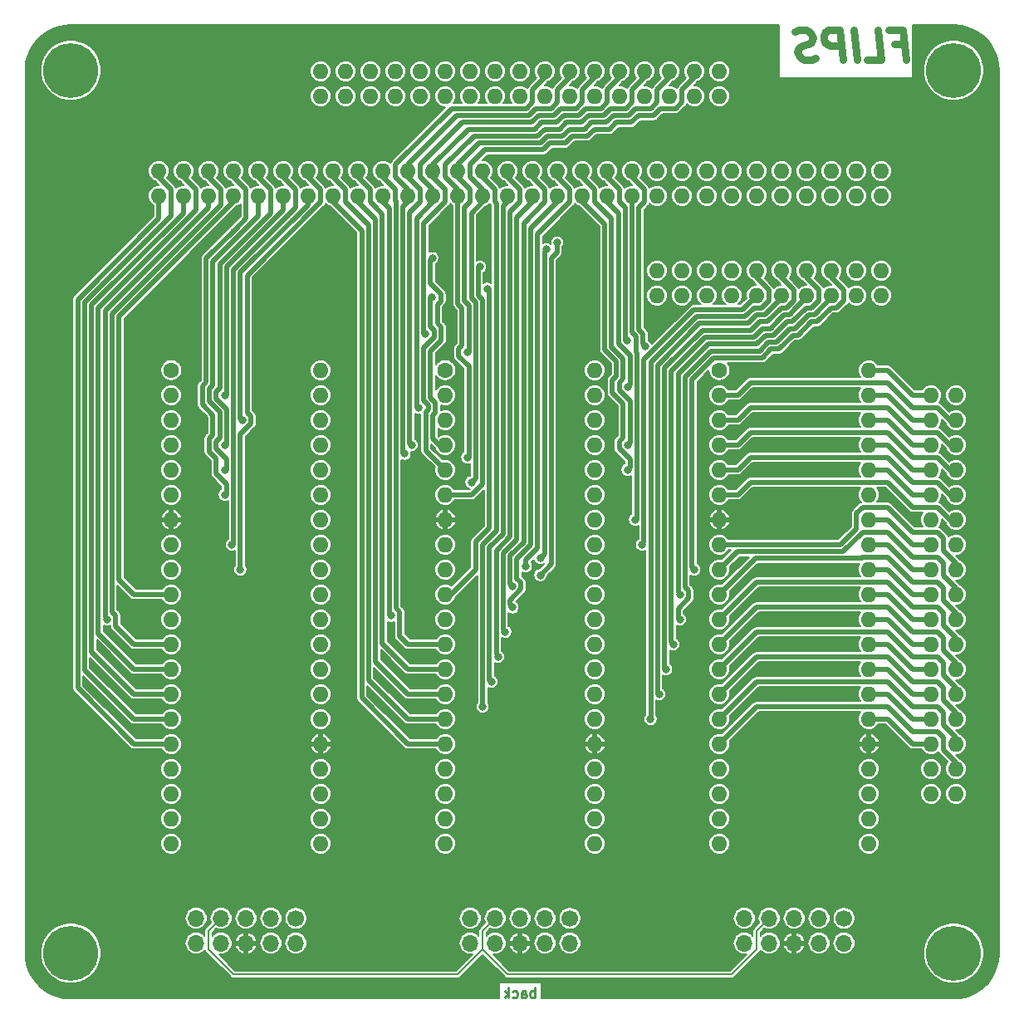
<source format=gbr>
G04 #@! TF.GenerationSoftware,KiCad,Pcbnew,(5.0.1)-4*
G04 #@! TF.CreationDate,2018-11-23T22:53:54+01:00*
G04 #@! TF.ProjectId,Flips5,466C697073352E6B696361645F706362,V1.0*
G04 #@! TF.SameCoordinates,Original*
G04 #@! TF.FileFunction,Copper,L2,Bot,Signal*
G04 #@! TF.FilePolarity,Positive*
%FSLAX46Y46*%
G04 Gerber Fmt 4.6, Leading zero omitted, Abs format (unit mm)*
G04 Created by KiCad (PCBNEW (5.0.1)-4) date 23.11.2018 22:53:54*
%MOMM*%
%LPD*%
G01*
G04 APERTURE LIST*
G04 #@! TA.AperFunction,NonConductor*
%ADD10C,0.250000*%
G04 #@! TD*
G04 #@! TA.AperFunction,NonConductor*
%ADD11C,0.750000*%
G04 #@! TD*
G04 #@! TA.AperFunction,ComponentPad*
%ADD12C,5.600000*%
G04 #@! TD*
G04 #@! TA.AperFunction,ComponentPad*
%ADD13O,1.600000X1.600000*%
G04 #@! TD*
G04 #@! TA.AperFunction,ComponentPad*
%ADD14C,1.600000*%
G04 #@! TD*
G04 #@! TA.AperFunction,ComponentPad*
%ADD15O,1.700000X1.700000*%
G04 #@! TD*
G04 #@! TA.AperFunction,ComponentPad*
%ADD16C,1.700000*%
G04 #@! TD*
G04 #@! TA.AperFunction,ViaPad*
%ADD17C,0.800000*%
G04 #@! TD*
G04 #@! TA.AperFunction,Conductor*
%ADD18C,0.500000*%
G04 #@! TD*
G04 #@! TA.AperFunction,Conductor*
%ADD19C,0.200000*%
G04 #@! TD*
G04 APERTURE END LIST*
D10*
X103100000Y-150312380D02*
X103100000Y-149312380D01*
X103100000Y-149693333D02*
X103004761Y-149645714D01*
X102814285Y-149645714D01*
X102719047Y-149693333D01*
X102671428Y-149740952D01*
X102623809Y-149836190D01*
X102623809Y-150121904D01*
X102671428Y-150217142D01*
X102719047Y-150264761D01*
X102814285Y-150312380D01*
X103004761Y-150312380D01*
X103100000Y-150264761D01*
X101766666Y-150312380D02*
X101766666Y-149788571D01*
X101814285Y-149693333D01*
X101909523Y-149645714D01*
X102100000Y-149645714D01*
X102195238Y-149693333D01*
X101766666Y-150264761D02*
X101861904Y-150312380D01*
X102100000Y-150312380D01*
X102195238Y-150264761D01*
X102242857Y-150169523D01*
X102242857Y-150074285D01*
X102195238Y-149979047D01*
X102100000Y-149931428D01*
X101861904Y-149931428D01*
X101766666Y-149883809D01*
X100861904Y-150264761D02*
X100957142Y-150312380D01*
X101147619Y-150312380D01*
X101242857Y-150264761D01*
X101290476Y-150217142D01*
X101338095Y-150121904D01*
X101338095Y-149836190D01*
X101290476Y-149740952D01*
X101242857Y-149693333D01*
X101147619Y-149645714D01*
X100957142Y-149645714D01*
X100861904Y-149693333D01*
X100433333Y-150312380D02*
X100433333Y-149312380D01*
X100338095Y-149931428D02*
X100052380Y-150312380D01*
X100052380Y-149645714D02*
X100433333Y-150026666D01*
D11*
X139799017Y-53125714D02*
X140799017Y-53125714D01*
X140995446Y-54697142D02*
X140620446Y-51697142D01*
X139191875Y-51697142D01*
X136995446Y-54697142D02*
X138424017Y-54697142D01*
X138049017Y-51697142D01*
X135995446Y-54697142D02*
X135620446Y-51697142D01*
X134566875Y-54697142D02*
X134191875Y-51697142D01*
X133049017Y-51697142D01*
X132781160Y-51840000D01*
X132656160Y-51982857D01*
X132549017Y-52268571D01*
X132602589Y-52697142D01*
X132781160Y-52982857D01*
X132941875Y-53125714D01*
X133245446Y-53268571D01*
X134388303Y-53268571D01*
X131691875Y-54554285D02*
X131281160Y-54697142D01*
X130566875Y-54697142D01*
X130263303Y-54554285D01*
X130102589Y-54411428D01*
X129924017Y-54125714D01*
X129888303Y-53840000D01*
X129995446Y-53554285D01*
X130120446Y-53411428D01*
X130388303Y-53268571D01*
X130941875Y-53125714D01*
X131209732Y-52982857D01*
X131334732Y-52840000D01*
X131441875Y-52554285D01*
X131406160Y-52268571D01*
X131227589Y-51982857D01*
X131066875Y-51840000D01*
X130763303Y-51697142D01*
X130049017Y-51697142D01*
X129638303Y-51840000D01*
D12*
G04 #@! TO.P,REF\002A\002A,1*
G04 #@! TO.N,N/C*
X55800000Y-145800000D03*
G04 #@! TD*
G04 #@! TO.P,REF\002A\002A,1*
G04 #@! TO.N,N/C*
X145800000Y-145800000D03*
G04 #@! TD*
G04 #@! TO.P,REF\002A\002A,1*
G04 #@! TO.N,N/C*
X145800000Y-55800000D03*
G04 #@! TD*
G04 #@! TO.P,REF\002A\002A,1*
G04 #@! TO.N,N/C*
X55800000Y-55800000D03*
G04 #@! TD*
D13*
G04 #@! TO.P,IC3,40*
G04 #@! TO.N,/X18*
X137160000Y-86360000D03*
G04 #@! TO.P,IC3,20*
G04 #@! TO.N,/X.A2*
X121920000Y-134620000D03*
G04 #@! TO.P,IC3,39*
G04 #@! TO.N,/X20*
X137160000Y-88900000D03*
G04 #@! TO.P,IC3,19*
G04 #@! TO.N,/X.A0*
X121920000Y-132080000D03*
G04 #@! TO.P,IC3,38*
G04 #@! TO.N,/X17*
X137160000Y-91440000D03*
G04 #@! TO.P,IC3,18*
G04 #@! TO.N,/X.A1*
X121920000Y-129540000D03*
G04 #@! TO.P,IC3,37*
G04 #@! TO.N,/X16*
X137160000Y-93980000D03*
G04 #@! TO.P,IC3,17*
G04 #@! TO.N,/VCC*
X121920000Y-127000000D03*
G04 #@! TO.P,IC3,36*
G04 #@! TO.N,/X15*
X137160000Y-96520000D03*
G04 #@! TO.P,IC3,16*
G04 #@! TO.N,/X1*
X121920000Y-124460000D03*
G04 #@! TO.P,IC3,35*
G04 #@! TO.N,/HV*
X137160000Y-99060000D03*
G04 #@! TO.P,IC3,15*
G04 #@! TO.N,/X2*
X121920000Y-121920000D03*
G04 #@! TO.P,IC3,34*
G04 #@! TO.N,/X19*
X137160000Y-101600000D03*
G04 #@! TO.P,IC3,14*
G04 #@! TO.N,/X3*
X121920000Y-119380000D03*
G04 #@! TO.P,IC3,33*
G04 #@! TO.N,/X21*
X137160000Y-104140000D03*
G04 #@! TO.P,IC3,13*
G04 #@! TO.N,/X4*
X121920000Y-116840000D03*
G04 #@! TO.P,IC3,32*
G04 #@! TO.N,/X28*
X137160000Y-106680000D03*
G04 #@! TO.P,IC3,12*
G04 #@! TO.N,/X6*
X121920000Y-114300000D03*
G04 #@! TO.P,IC3,31*
G04 #@! TO.N,/X26*
X137160000Y-109220000D03*
G04 #@! TO.P,IC3,11*
G04 #@! TO.N,/X5*
X121920000Y-111760000D03*
G04 #@! TO.P,IC3,30*
G04 #@! TO.N,/X27*
X137160000Y-111760000D03*
G04 #@! TO.P,IC3,10*
G04 #@! TO.N,/X7*
X121920000Y-109220000D03*
G04 #@! TO.P,IC3,29*
G04 #@! TO.N,/X25*
X137160000Y-114300000D03*
G04 #@! TO.P,IC3,9*
G04 #@! TO.N,/X14*
X121920000Y-106680000D03*
G04 #@! TO.P,IC3,28*
G04 #@! TO.N,/X24*
X137160000Y-116840000D03*
G04 #@! TO.P,IC3,8*
G04 #@! TO.N,/X12*
X121920000Y-104140000D03*
G04 #@! TO.P,IC3,27*
G04 #@! TO.N,/X23*
X137160000Y-119380000D03*
G04 #@! TO.P,IC3,7*
G04 #@! TO.N,/GND*
X121920000Y-101600000D03*
G04 #@! TO.P,IC3,26*
G04 #@! TO.N,/X22*
X137160000Y-121920000D03*
G04 #@! TO.P,IC3,6*
G04 #@! TO.N,/X8*
X121920000Y-99060000D03*
G04 #@! TO.P,IC3,25*
G04 #@! TO.N,/GND*
X137160000Y-124460000D03*
G04 #@! TO.P,IC3,5*
G04 #@! TO.N,/X9*
X121920000Y-96520000D03*
G04 #@! TO.P,IC3,24*
G04 #@! TO.N,/X.EN*
X137160000Y-127000000D03*
G04 #@! TO.P,IC3,4*
G04 #@! TO.N,/X10*
X121920000Y-93980000D03*
G04 #@! TO.P,IC3,23*
G04 #@! TO.N,/X.POL*
X137160000Y-129540000D03*
G04 #@! TO.P,IC3,3*
G04 #@! TO.N,/X13*
X121920000Y-91440000D03*
G04 #@! TO.P,IC3,22*
G04 #@! TO.N,/X.B1*
X137160000Y-132080000D03*
G04 #@! TO.P,IC3,2*
G04 #@! TO.N,/X11*
X121920000Y-88900000D03*
G04 #@! TO.P,IC3,21*
G04 #@! TO.N,/X.B0*
X137160000Y-134620000D03*
D14*
G04 #@! TO.P,IC3,1*
G04 #@! TO.N,Net-(IC3-Pad1)*
X121920000Y-86360000D03*
G04 #@! TD*
D13*
G04 #@! TO.P,BRDIC1,1*
G04 #@! TO.N,/X18*
X143510000Y-88900000D03*
G04 #@! TO.P,BRDIC1,2*
G04 #@! TO.N,Net-(BRDIC1-Pad2)*
X146050000Y-88900000D03*
G04 #@! TO.P,BRDIC1,3*
G04 #@! TO.N,/X20*
X143510000Y-91440000D03*
G04 #@! TO.P,BRDIC1,4*
G04 #@! TO.N,/X11*
X146050000Y-91440000D03*
G04 #@! TO.P,BRDIC1,5*
G04 #@! TO.N,/X17*
X143510000Y-93980000D03*
G04 #@! TO.P,BRDIC1,6*
G04 #@! TO.N,/X13*
X146050000Y-93980000D03*
G04 #@! TO.P,BRDIC1,7*
G04 #@! TO.N,/X16*
X143510000Y-96520000D03*
G04 #@! TO.P,BRDIC1,8*
G04 #@! TO.N,/X10*
X146050000Y-96520000D03*
G04 #@! TO.P,BRDIC1,9*
G04 #@! TO.N,/X15*
X143510000Y-99060000D03*
G04 #@! TO.P,BRDIC1,10*
G04 #@! TO.N,/X9*
X146050000Y-99060000D03*
G04 #@! TO.P,BRDIC1,11*
G04 #@! TO.N,Net-(BRDIC1-Pad11)*
X143510000Y-101600000D03*
G04 #@! TO.P,BRDIC1,12*
G04 #@! TO.N,/X8*
X146050000Y-101600000D03*
G04 #@! TO.P,BRDIC1,13*
G04 #@! TO.N,/X19*
X143510000Y-104140000D03*
G04 #@! TO.P,BRDIC1,14*
G04 #@! TO.N,Net-(BRDIC1-Pad14)*
X146050000Y-104140000D03*
G04 #@! TO.P,BRDIC1,15*
G04 #@! TO.N,/X21*
X143510000Y-106680000D03*
G04 #@! TO.P,BRDIC1,16*
G04 #@! TO.N,/X12*
X146050000Y-106680000D03*
G04 #@! TO.P,BRDIC1,17*
G04 #@! TO.N,/X28*
X143510000Y-109220000D03*
G04 #@! TO.P,BRDIC1,18*
G04 #@! TO.N,/X14*
X146050000Y-109220000D03*
G04 #@! TO.P,BRDIC1,19*
G04 #@! TO.N,/X26*
X143510000Y-111760000D03*
G04 #@! TO.P,BRDIC1,20*
G04 #@! TO.N,/X7*
X146050000Y-111760000D03*
G04 #@! TO.P,BRDIC1,21*
G04 #@! TO.N,/X27*
X143510000Y-114300000D03*
G04 #@! TO.P,BRDIC1,22*
G04 #@! TO.N,/X5*
X146050000Y-114300000D03*
G04 #@! TO.P,BRDIC1,23*
G04 #@! TO.N,/X25*
X143510000Y-116840000D03*
G04 #@! TO.P,BRDIC1,24*
G04 #@! TO.N,/X6*
X146050000Y-116840000D03*
G04 #@! TO.P,BRDIC1,25*
G04 #@! TO.N,/X24*
X143510000Y-119380000D03*
G04 #@! TO.P,BRDIC1,26*
G04 #@! TO.N,/X4*
X146050000Y-119380000D03*
G04 #@! TO.P,BRDIC1,27*
G04 #@! TO.N,/X23*
X143510000Y-121920000D03*
G04 #@! TO.P,BRDIC1,28*
G04 #@! TO.N,/X3*
X146050000Y-121920000D03*
G04 #@! TO.P,BRDIC1,29*
G04 #@! TO.N,/X22*
X143510000Y-124460000D03*
G04 #@! TO.P,BRDIC1,30*
G04 #@! TO.N,/X2*
X146050000Y-124460000D03*
G04 #@! TO.P,BRDIC1,31*
G04 #@! TO.N,Net-(BRDIC1-Pad31)*
X143510000Y-127000000D03*
G04 #@! TO.P,BRDIC1,32*
G04 #@! TO.N,/X1*
X146050000Y-127000000D03*
G04 #@! TO.P,BRDIC1,33*
G04 #@! TO.N,Net-(BRDIC1-Pad33)*
X143510000Y-129540000D03*
G04 #@! TO.P,BRDIC1,34*
G04 #@! TO.N,Net-(BRDIC1-Pad34)*
X146050000Y-129540000D03*
G04 #@! TD*
D15*
G04 #@! TO.P,CNY1,10*
G04 #@! TO.N,/Y1.A2*
X68580000Y-144780000D03*
G04 #@! TO.P,CNY1,9*
G04 #@! TO.N,/Y1.A0*
X68580000Y-142240000D03*
G04 #@! TO.P,CNY1,8*
G04 #@! TO.N,/Y1.A1*
X71120000Y-144780000D03*
G04 #@! TO.P,CNY1,7*
G04 #@! TO.N,/VCC*
X71120000Y-142240000D03*
G04 #@! TO.P,CNY1,6*
G04 #@! TO.N,/GND*
X73660000Y-144780000D03*
G04 #@! TO.P,CNY1,5*
G04 #@! TO.N,/HV*
X73660000Y-142240000D03*
G04 #@! TO.P,CNY1,4*
G04 #@! TO.N,/Y1.POL*
X76200000Y-144780000D03*
G04 #@! TO.P,CNY1,3*
G04 #@! TO.N,/Y1.EN*
X76200000Y-142240000D03*
G04 #@! TO.P,CNY1,2*
G04 #@! TO.N,/Y1.B0*
X78740000Y-144780000D03*
D16*
G04 #@! TO.P,CNY1,1*
G04 #@! TO.N,/Y1.B1*
X78740000Y-142240000D03*
G04 #@! TD*
D15*
G04 #@! TO.P,CNY2,10*
G04 #@! TO.N,/Y2.A2*
X96520000Y-144780000D03*
G04 #@! TO.P,CNY2,9*
G04 #@! TO.N,/Y2.A0*
X96520000Y-142240000D03*
G04 #@! TO.P,CNY2,8*
G04 #@! TO.N,/Y2.A1*
X99060000Y-144780000D03*
G04 #@! TO.P,CNY2,7*
G04 #@! TO.N,/VCC*
X99060000Y-142240000D03*
G04 #@! TO.P,CNY2,6*
G04 #@! TO.N,/GND*
X101600000Y-144780000D03*
G04 #@! TO.P,CNY2,5*
G04 #@! TO.N,/HV*
X101600000Y-142240000D03*
G04 #@! TO.P,CNY2,4*
G04 #@! TO.N,/Y2.POL*
X104140000Y-144780000D03*
G04 #@! TO.P,CNY2,3*
G04 #@! TO.N,/Y2.EN*
X104140000Y-142240000D03*
G04 #@! TO.P,CNY2,2*
G04 #@! TO.N,/Y2.B0*
X106680000Y-144780000D03*
D16*
G04 #@! TO.P,CNY2,1*
G04 #@! TO.N,/Y2.B1*
X106680000Y-142240000D03*
G04 #@! TD*
D15*
G04 #@! TO.P,CNX1,10*
G04 #@! TO.N,/X.A2*
X124460000Y-144780000D03*
G04 #@! TO.P,CNX1,9*
G04 #@! TO.N,/X.A0*
X124460000Y-142240000D03*
G04 #@! TO.P,CNX1,8*
G04 #@! TO.N,/X.A1*
X127000000Y-144780000D03*
G04 #@! TO.P,CNX1,7*
G04 #@! TO.N,/VCC*
X127000000Y-142240000D03*
G04 #@! TO.P,CNX1,6*
G04 #@! TO.N,/GND*
X129540000Y-144780000D03*
G04 #@! TO.P,CNX1,5*
G04 #@! TO.N,/HV*
X129540000Y-142240000D03*
G04 #@! TO.P,CNX1,4*
G04 #@! TO.N,/X.POL*
X132080000Y-144780000D03*
G04 #@! TO.P,CNX1,3*
G04 #@! TO.N,/X.EN*
X132080000Y-142240000D03*
G04 #@! TO.P,CNX1,2*
G04 #@! TO.N,/X.B0*
X134620000Y-144780000D03*
D16*
G04 #@! TO.P,CNX1,1*
G04 #@! TO.N,/X.B1*
X134620000Y-142240000D03*
G04 #@! TD*
D13*
G04 #@! TO.P,IC1,40*
G04 #@! TO.N,/~RY4*
X81280000Y-86360000D03*
G04 #@! TO.P,IC1,20*
G04 #@! TO.N,/Y1.A2*
X66040000Y-134620000D03*
G04 #@! TO.P,IC1,39*
G04 #@! TO.N,/~RY6*
X81280000Y-88900000D03*
G04 #@! TO.P,IC1,19*
G04 #@! TO.N,/Y1.A0*
X66040000Y-132080000D03*
G04 #@! TO.P,IC1,38*
G04 #@! TO.N,/~RY3*
X81280000Y-91440000D03*
G04 #@! TO.P,IC1,18*
G04 #@! TO.N,/Y1.A1*
X66040000Y-129540000D03*
G04 #@! TO.P,IC1,37*
G04 #@! TO.N,/~RY2*
X81280000Y-93980000D03*
G04 #@! TO.P,IC1,17*
G04 #@! TO.N,/VCC*
X66040000Y-127000000D03*
G04 #@! TO.P,IC1,36*
G04 #@! TO.N,/~RY1*
X81280000Y-96520000D03*
G04 #@! TO.P,IC1,16*
G04 #@! TO.N,/SY1*
X66040000Y-124460000D03*
G04 #@! TO.P,IC1,35*
G04 #@! TO.N,/HV*
X81280000Y-99060000D03*
G04 #@! TO.P,IC1,15*
G04 #@! TO.N,/SY2*
X66040000Y-121920000D03*
G04 #@! TO.P,IC1,34*
G04 #@! TO.N,/~RY5*
X81280000Y-101600000D03*
G04 #@! TO.P,IC1,14*
G04 #@! TO.N,/SY3*
X66040000Y-119380000D03*
G04 #@! TO.P,IC1,33*
G04 #@! TO.N,/~RY7*
X81280000Y-104140000D03*
G04 #@! TO.P,IC1,13*
G04 #@! TO.N,/SY4*
X66040000Y-116840000D03*
G04 #@! TO.P,IC1,32*
G04 #@! TO.N,/~RY14*
X81280000Y-106680000D03*
G04 #@! TO.P,IC1,12*
G04 #@! TO.N,/SY6*
X66040000Y-114300000D03*
G04 #@! TO.P,IC1,31*
G04 #@! TO.N,/~RY12*
X81280000Y-109220000D03*
G04 #@! TO.P,IC1,11*
G04 #@! TO.N,/SY5*
X66040000Y-111760000D03*
G04 #@! TO.P,IC1,30*
G04 #@! TO.N,/~RY13*
X81280000Y-111760000D03*
G04 #@! TO.P,IC1,10*
G04 #@! TO.N,/SY7*
X66040000Y-109220000D03*
G04 #@! TO.P,IC1,29*
G04 #@! TO.N,/~RY11*
X81280000Y-114300000D03*
G04 #@! TO.P,IC1,9*
G04 #@! TO.N,/SY14*
X66040000Y-106680000D03*
G04 #@! TO.P,IC1,28*
G04 #@! TO.N,/~RY10*
X81280000Y-116840000D03*
G04 #@! TO.P,IC1,8*
G04 #@! TO.N,/SY12*
X66040000Y-104140000D03*
G04 #@! TO.P,IC1,27*
G04 #@! TO.N,/~RY9*
X81280000Y-119380000D03*
G04 #@! TO.P,IC1,7*
G04 #@! TO.N,/GND*
X66040000Y-101600000D03*
G04 #@! TO.P,IC1,26*
G04 #@! TO.N,/~RY8*
X81280000Y-121920000D03*
G04 #@! TO.P,IC1,6*
G04 #@! TO.N,/SY8*
X66040000Y-99060000D03*
G04 #@! TO.P,IC1,25*
G04 #@! TO.N,/GND*
X81280000Y-124460000D03*
G04 #@! TO.P,IC1,5*
G04 #@! TO.N,/SY9*
X66040000Y-96520000D03*
G04 #@! TO.P,IC1,24*
G04 #@! TO.N,/Y1.EN*
X81280000Y-127000000D03*
G04 #@! TO.P,IC1,4*
G04 #@! TO.N,/SY10*
X66040000Y-93980000D03*
G04 #@! TO.P,IC1,23*
G04 #@! TO.N,/Y1.POL*
X81280000Y-129540000D03*
G04 #@! TO.P,IC1,3*
G04 #@! TO.N,/SY13*
X66040000Y-91440000D03*
G04 #@! TO.P,IC1,22*
G04 #@! TO.N,/Y1.B1*
X81280000Y-132080000D03*
G04 #@! TO.P,IC1,2*
G04 #@! TO.N,/SY11*
X66040000Y-88900000D03*
G04 #@! TO.P,IC1,21*
G04 #@! TO.N,/Y1.B0*
X81280000Y-134620000D03*
D14*
G04 #@! TO.P,IC1,1*
G04 #@! TO.N,Net-(IC1-Pad1)*
X66040000Y-86360000D03*
G04 #@! TD*
G04 #@! TO.P,IC2,1*
G04 #@! TO.N,Net-(IC2-Pad1)*
X93980000Y-86360000D03*
D13*
G04 #@! TO.P,IC2,21*
G04 #@! TO.N,/Y2.B0*
X109220000Y-134620000D03*
G04 #@! TO.P,IC2,2*
G04 #@! TO.N,/SY25*
X93980000Y-88900000D03*
G04 #@! TO.P,IC2,22*
G04 #@! TO.N,/Y2.B1*
X109220000Y-132080000D03*
G04 #@! TO.P,IC2,3*
G04 #@! TO.N,/SY27*
X93980000Y-91440000D03*
G04 #@! TO.P,IC2,23*
G04 #@! TO.N,/Y2.POL*
X109220000Y-129540000D03*
G04 #@! TO.P,IC2,4*
G04 #@! TO.N,/SY24*
X93980000Y-93980000D03*
G04 #@! TO.P,IC2,24*
G04 #@! TO.N,/Y2.EN*
X109220000Y-127000000D03*
G04 #@! TO.P,IC2,5*
G04 #@! TO.N,/SY23*
X93980000Y-96520000D03*
G04 #@! TO.P,IC2,25*
G04 #@! TO.N,/GND*
X109220000Y-124460000D03*
G04 #@! TO.P,IC2,6*
G04 #@! TO.N,/SY22*
X93980000Y-99060000D03*
G04 #@! TO.P,IC2,26*
G04 #@! TO.N,/~RY22*
X109220000Y-121920000D03*
G04 #@! TO.P,IC2,7*
G04 #@! TO.N,/GND*
X93980000Y-101600000D03*
G04 #@! TO.P,IC2,27*
G04 #@! TO.N,/~RY23*
X109220000Y-119380000D03*
G04 #@! TO.P,IC2,8*
G04 #@! TO.N,/SY26*
X93980000Y-104140000D03*
G04 #@! TO.P,IC2,28*
G04 #@! TO.N,/~RY24*
X109220000Y-116840000D03*
G04 #@! TO.P,IC2,9*
G04 #@! TO.N,/SY28*
X93980000Y-106680000D03*
G04 #@! TO.P,IC2,29*
G04 #@! TO.N,/~RY25*
X109220000Y-114300000D03*
G04 #@! TO.P,IC2,10*
G04 #@! TO.N,/SY21*
X93980000Y-109220000D03*
G04 #@! TO.P,IC2,30*
G04 #@! TO.N,/~RY27*
X109220000Y-111760000D03*
G04 #@! TO.P,IC2,11*
G04 #@! TO.N,/SY19*
X93980000Y-111760000D03*
G04 #@! TO.P,IC2,31*
G04 #@! TO.N,/~RY26*
X109220000Y-109220000D03*
G04 #@! TO.P,IC2,12*
G04 #@! TO.N,/SY20*
X93980000Y-114300000D03*
G04 #@! TO.P,IC2,32*
G04 #@! TO.N,/~RY28*
X109220000Y-106680000D03*
G04 #@! TO.P,IC2,13*
G04 #@! TO.N,/SY18*
X93980000Y-116840000D03*
G04 #@! TO.P,IC2,33*
G04 #@! TO.N,/~RY21*
X109220000Y-104140000D03*
G04 #@! TO.P,IC2,14*
G04 #@! TO.N,/SY17*
X93980000Y-119380000D03*
G04 #@! TO.P,IC2,34*
G04 #@! TO.N,/~RY19*
X109220000Y-101600000D03*
G04 #@! TO.P,IC2,15*
G04 #@! TO.N,/SY16*
X93980000Y-121920000D03*
G04 #@! TO.P,IC2,35*
G04 #@! TO.N,/HV*
X109220000Y-99060000D03*
G04 #@! TO.P,IC2,16*
G04 #@! TO.N,/SY15*
X93980000Y-124460000D03*
G04 #@! TO.P,IC2,36*
G04 #@! TO.N,/~RY15*
X109220000Y-96520000D03*
G04 #@! TO.P,IC2,17*
G04 #@! TO.N,/VCC*
X93980000Y-127000000D03*
G04 #@! TO.P,IC2,37*
G04 #@! TO.N,/~RY16*
X109220000Y-93980000D03*
G04 #@! TO.P,IC2,18*
G04 #@! TO.N,/Y2.A1*
X93980000Y-129540000D03*
G04 #@! TO.P,IC2,38*
G04 #@! TO.N,/~RY17*
X109220000Y-91440000D03*
G04 #@! TO.P,IC2,19*
G04 #@! TO.N,/Y2.A0*
X93980000Y-132080000D03*
G04 #@! TO.P,IC2,39*
G04 #@! TO.N,/~RY20*
X109220000Y-88900000D03*
G04 #@! TO.P,IC2,20*
G04 #@! TO.N,/Y2.A2*
X93980000Y-134620000D03*
G04 #@! TO.P,IC2,40*
G04 #@! TO.N,/~RY18*
X109220000Y-86360000D03*
G04 #@! TD*
G04 #@! TO.P,BROSE34,1*
G04 #@! TO.N,Net-(BROSE34-Pad1)*
X81280000Y-58420000D03*
G04 #@! TO.P,BROSE34,2*
G04 #@! TO.N,Net-(BROSE34-Pad2)*
X81280000Y-55880000D03*
G04 #@! TO.P,BROSE34,3*
G04 #@! TO.N,Net-(BROSE34-Pad3)*
X83820000Y-58420000D03*
G04 #@! TO.P,BROSE34,4*
G04 #@! TO.N,Net-(BROSE34-Pad4)*
X83820000Y-55880000D03*
G04 #@! TO.P,BROSE34,5*
G04 #@! TO.N,Net-(BROSE34-Pad5)*
X86360000Y-58420000D03*
G04 #@! TO.P,BROSE34,6*
G04 #@! TO.N,Net-(BROSE34-Pad6)*
X86360000Y-55880000D03*
G04 #@! TO.P,BROSE34,7*
G04 #@! TO.N,Net-(BROSE34-Pad7)*
X88900000Y-58420000D03*
G04 #@! TO.P,BROSE34,8*
G04 #@! TO.N,Net-(BROSE34-Pad8)*
X88900000Y-55880000D03*
G04 #@! TO.P,BROSE34,9*
G04 #@! TO.N,Net-(BROSE34-Pad9)*
X91440000Y-58420000D03*
G04 #@! TO.P,BROSE34,10*
G04 #@! TO.N,Net-(BROSE34-Pad10)*
X91440000Y-55880000D03*
G04 #@! TO.P,BROSE34,11*
G04 #@! TO.N,Net-(BROSE34-Pad11)*
X93980000Y-58420000D03*
G04 #@! TO.P,BROSE34,12*
G04 #@! TO.N,Net-(BROSE34-Pad12)*
X93980000Y-55880000D03*
G04 #@! TO.P,BROSE34,13*
G04 #@! TO.N,Net-(BROSE34-Pad13)*
X96520000Y-58420000D03*
G04 #@! TO.P,BROSE34,14*
G04 #@! TO.N,Net-(BROSE34-Pad14)*
X96520000Y-55880000D03*
G04 #@! TO.P,BROSE34,15*
G04 #@! TO.N,Net-(BROSE34-Pad15)*
X99060000Y-58420000D03*
G04 #@! TO.P,BROSE34,16*
G04 #@! TO.N,Net-(BROSE34-Pad16)*
X99060000Y-55880000D03*
G04 #@! TO.P,BROSE34,17*
G04 #@! TO.N,Net-(BROSE34-Pad17)*
X101600000Y-58420000D03*
G04 #@! TO.P,BROSE34,18*
G04 #@! TO.N,Net-(BROSE34-Pad18)*
X101600000Y-55880000D03*
G04 #@! TO.P,BROSE34,19*
G04 #@! TO.N,/SY1*
X104140000Y-58420000D03*
G04 #@! TO.P,BROSE34,20*
G04 #@! TO.N,/~RY1*
X104140000Y-55880000D03*
G04 #@! TO.P,BROSE34,21*
G04 #@! TO.N,/SY2*
X106680000Y-58420000D03*
G04 #@! TO.P,BROSE34,22*
G04 #@! TO.N,/~RY2*
X106680000Y-55880000D03*
G04 #@! TO.P,BROSE34,23*
G04 #@! TO.N,/SY3*
X109220000Y-58420000D03*
G04 #@! TO.P,BROSE34,24*
G04 #@! TO.N,/~RY3*
X109220000Y-55880000D03*
G04 #@! TO.P,BROSE34,25*
G04 #@! TO.N,/SY4*
X111760000Y-58420000D03*
G04 #@! TO.P,BROSE34,26*
G04 #@! TO.N,/~RY4*
X111760000Y-55880000D03*
G04 #@! TO.P,BROSE34,27*
G04 #@! TO.N,/SY5*
X114300000Y-58420000D03*
G04 #@! TO.P,BROSE34,28*
G04 #@! TO.N,/~RY5*
X114300000Y-55880000D03*
G04 #@! TO.P,BROSE34,29*
G04 #@! TO.N,/SY6*
X116840000Y-58420000D03*
G04 #@! TO.P,BROSE34,30*
G04 #@! TO.N,/~RY6*
X116840000Y-55880000D03*
G04 #@! TO.P,BROSE34,31*
G04 #@! TO.N,/SY7*
X119380000Y-58420000D03*
G04 #@! TO.P,BROSE34,32*
G04 #@! TO.N,/~RY7*
X119380000Y-55880000D03*
G04 #@! TO.P,BROSE34,33*
G04 #@! TO.N,Net-(BROSE34-Pad33)*
X121920000Y-58420000D03*
G04 #@! TO.P,BROSE34,34*
G04 #@! TO.N,Net-(BROSE34-Pad34)*
X121920000Y-55880000D03*
G04 #@! TD*
G04 #@! TO.P,BROSE60,1*
G04 #@! TO.N,/SY1*
X64770000Y-68580000D03*
G04 #@! TO.P,BROSE60,2*
G04 #@! TO.N,/SY2*
X64770000Y-66040000D03*
G04 #@! TO.P,BROSE60,3*
G04 #@! TO.N,/SY3*
X67310000Y-68580000D03*
G04 #@! TO.P,BROSE60,4*
G04 #@! TO.N,/SY4*
X67310000Y-66040000D03*
G04 #@! TO.P,BROSE60,5*
G04 #@! TO.N,/SY5*
X69850000Y-68580000D03*
G04 #@! TO.P,BROSE60,6*
G04 #@! TO.N,/SY6*
X69850000Y-66040000D03*
G04 #@! TO.P,BROSE60,7*
G04 #@! TO.N,/SY7*
X72390000Y-68580000D03*
G04 #@! TO.P,BROSE60,8*
G04 #@! TO.N,/SY8*
X72390000Y-66040000D03*
G04 #@! TO.P,BROSE60,9*
G04 #@! TO.N,/SY9*
X74930000Y-68580000D03*
G04 #@! TO.P,BROSE60,10*
G04 #@! TO.N,/SY10*
X74930000Y-66040000D03*
G04 #@! TO.P,BROSE60,11*
G04 #@! TO.N,/SY11*
X77470000Y-68580000D03*
G04 #@! TO.P,BROSE60,12*
G04 #@! TO.N,/SY12*
X77470000Y-66040000D03*
G04 #@! TO.P,BROSE60,13*
G04 #@! TO.N,/SY13*
X80010000Y-68580000D03*
G04 #@! TO.P,BROSE60,14*
G04 #@! TO.N,/SY14*
X80010000Y-66040000D03*
G04 #@! TO.P,BROSE60,15*
G04 #@! TO.N,/SY15*
X82550000Y-68580000D03*
G04 #@! TO.P,BROSE60,16*
G04 #@! TO.N,/SY16*
X82550000Y-66040000D03*
G04 #@! TO.P,BROSE60,17*
G04 #@! TO.N,/SY17*
X85090000Y-68580000D03*
G04 #@! TO.P,BROSE60,18*
G04 #@! TO.N,/SY18*
X85090000Y-66040000D03*
G04 #@! TO.P,BROSE60,19*
G04 #@! TO.N,/SY19*
X87630000Y-68580000D03*
G04 #@! TO.P,BROSE60,20*
G04 #@! TO.N,/SY20*
X87630000Y-66040000D03*
G04 #@! TO.P,BROSE60,21*
G04 #@! TO.N,/~RY1*
X90170000Y-68580000D03*
G04 #@! TO.P,BROSE60,22*
G04 #@! TO.N,/~RY2*
X90170000Y-66040000D03*
G04 #@! TO.P,BROSE60,23*
G04 #@! TO.N,/~RY3*
X92710000Y-68580000D03*
G04 #@! TO.P,BROSE60,24*
G04 #@! TO.N,/~RY4*
X92710000Y-66040000D03*
G04 #@! TO.P,BROSE60,25*
G04 #@! TO.N,/~RY5*
X95250000Y-68580000D03*
G04 #@! TO.P,BROSE60,26*
G04 #@! TO.N,/~RY6*
X95250000Y-66040000D03*
G04 #@! TO.P,BROSE60,27*
G04 #@! TO.N,/~RY7*
X97790000Y-68580000D03*
G04 #@! TO.P,BROSE60,28*
G04 #@! TO.N,/~RY8*
X97790000Y-66040000D03*
G04 #@! TO.P,BROSE60,29*
G04 #@! TO.N,/~RY9*
X100330000Y-68580000D03*
G04 #@! TO.P,BROSE60,30*
G04 #@! TO.N,/~RY10*
X100330000Y-66040000D03*
G04 #@! TO.P,BROSE60,31*
G04 #@! TO.N,/~RY11*
X102870000Y-68580000D03*
G04 #@! TO.P,BROSE60,32*
G04 #@! TO.N,/~RY12*
X102870000Y-66040000D03*
G04 #@! TO.P,BROSE60,33*
G04 #@! TO.N,/~RY13*
X105410000Y-68580000D03*
G04 #@! TO.P,BROSE60,34*
G04 #@! TO.N,/~RY14*
X105410000Y-66040000D03*
G04 #@! TO.P,BROSE60,35*
G04 #@! TO.N,/~RY15*
X107950000Y-68580000D03*
G04 #@! TO.P,BROSE60,36*
G04 #@! TO.N,/~RY16*
X107950000Y-66040000D03*
G04 #@! TO.P,BROSE60,37*
G04 #@! TO.N,/~RY17*
X110490000Y-68580000D03*
G04 #@! TO.P,BROSE60,38*
G04 #@! TO.N,/~RY18*
X110490000Y-66040000D03*
G04 #@! TO.P,BROSE60,39*
G04 #@! TO.N,/~RY19*
X113030000Y-68580000D03*
G04 #@! TO.P,BROSE60,40*
G04 #@! TO.N,/~RY20*
X113030000Y-66040000D03*
G04 #@! TO.P,BROSE60,41*
G04 #@! TO.N,Net-(BROSE60-Pad41)*
X115570000Y-68580000D03*
G04 #@! TO.P,BROSE60,42*
G04 #@! TO.N,Net-(BROSE60-Pad42)*
X115570000Y-66040000D03*
G04 #@! TO.P,BROSE60,43*
G04 #@! TO.N,Net-(BROSE60-Pad43)*
X118110000Y-68580000D03*
G04 #@! TO.P,BROSE60,44*
G04 #@! TO.N,Net-(BROSE60-Pad44)*
X118110000Y-66040000D03*
G04 #@! TO.P,BROSE60,45*
G04 #@! TO.N,Net-(BROSE60-Pad45)*
X120650000Y-68580000D03*
G04 #@! TO.P,BROSE60,46*
G04 #@! TO.N,Net-(BROSE60-Pad46)*
X120650000Y-66040000D03*
G04 #@! TO.P,BROSE60,47*
G04 #@! TO.N,Net-(BROSE60-Pad47)*
X123190000Y-68580000D03*
G04 #@! TO.P,BROSE60,48*
G04 #@! TO.N,Net-(BROSE60-Pad48)*
X123190000Y-66040000D03*
G04 #@! TO.P,BROSE60,49*
G04 #@! TO.N,Net-(BROSE60-Pad49)*
X125730000Y-68580000D03*
G04 #@! TO.P,BROSE60,50*
G04 #@! TO.N,Net-(BROSE60-Pad50)*
X125730000Y-66040000D03*
G04 #@! TO.P,BROSE60,51*
G04 #@! TO.N,Net-(BROSE60-Pad51)*
X128270000Y-68580000D03*
G04 #@! TO.P,BROSE60,52*
G04 #@! TO.N,Net-(BROSE60-Pad52)*
X128270000Y-66040000D03*
G04 #@! TO.P,BROSE60,53*
G04 #@! TO.N,Net-(BROSE60-Pad53)*
X130810000Y-68580000D03*
G04 #@! TO.P,BROSE60,54*
G04 #@! TO.N,Net-(BROSE60-Pad54)*
X130810000Y-66040000D03*
G04 #@! TO.P,BROSE60,55*
G04 #@! TO.N,Net-(BROSE60-Pad55)*
X133350000Y-68580000D03*
G04 #@! TO.P,BROSE60,56*
G04 #@! TO.N,Net-(BROSE60-Pad56)*
X133350000Y-66040000D03*
G04 #@! TO.P,BROSE60,57*
G04 #@! TO.N,Net-(BROSE60-Pad57)*
X135890000Y-68580000D03*
G04 #@! TO.P,BROSE60,58*
G04 #@! TO.N,Net-(BROSE60-Pad58)*
X135890000Y-66040000D03*
G04 #@! TO.P,BROSE60,59*
G04 #@! TO.N,Net-(BROSE60-Pad59)*
X138430000Y-68580000D03*
G04 #@! TO.P,BROSE60,60*
G04 #@! TO.N,Net-(BROSE60-Pad60)*
X138430000Y-66040000D03*
G04 #@! TD*
G04 #@! TO.P,BROSE20,20*
G04 #@! TO.N,Net-(BROSE20-Pad20)*
X138430000Y-76200000D03*
G04 #@! TO.P,BROSE20,19*
G04 #@! TO.N,Net-(BROSE20-Pad19)*
X138430000Y-78740000D03*
G04 #@! TO.P,BROSE20,18*
G04 #@! TO.N,Net-(BROSE20-Pad18)*
X135890000Y-76200000D03*
G04 #@! TO.P,BROSE20,17*
G04 #@! TO.N,Net-(BROSE20-Pad17)*
X135890000Y-78740000D03*
G04 #@! TO.P,BROSE20,16*
G04 #@! TO.N,/~RY28*
X133350000Y-76200000D03*
G04 #@! TO.P,BROSE20,15*
G04 #@! TO.N,/~RY27*
X133350000Y-78740000D03*
G04 #@! TO.P,BROSE20,14*
G04 #@! TO.N,/~RY26*
X130810000Y-76200000D03*
G04 #@! TO.P,BROSE20,13*
G04 #@! TO.N,/~RY25*
X130810000Y-78740000D03*
G04 #@! TO.P,BROSE20,12*
G04 #@! TO.N,/~RY24*
X128270000Y-76200000D03*
G04 #@! TO.P,BROSE20,11*
G04 #@! TO.N,/~RY23*
X128270000Y-78740000D03*
G04 #@! TO.P,BROSE20,10*
G04 #@! TO.N,/~RY22*
X125730000Y-76200000D03*
G04 #@! TO.P,BROSE20,9*
G04 #@! TO.N,/~RY21*
X125730000Y-78740000D03*
G04 #@! TO.P,BROSE20,8*
G04 #@! TO.N,/SY28*
X123190000Y-76200000D03*
G04 #@! TO.P,BROSE20,7*
G04 #@! TO.N,/SY27*
X123190000Y-78740000D03*
G04 #@! TO.P,BROSE20,6*
G04 #@! TO.N,/SY26*
X120650000Y-76200000D03*
G04 #@! TO.P,BROSE20,5*
G04 #@! TO.N,/SY25*
X120650000Y-78740000D03*
G04 #@! TO.P,BROSE20,4*
G04 #@! TO.N,/SY24*
X118110000Y-76200000D03*
G04 #@! TO.P,BROSE20,3*
G04 #@! TO.N,/SY23*
X118110000Y-78740000D03*
G04 #@! TO.P,BROSE20,2*
G04 #@! TO.N,/SY22*
X115570000Y-76200000D03*
G04 #@! TO.P,BROSE20,1*
G04 #@! TO.N,/SY21*
X115570000Y-78740000D03*
G04 #@! TD*
D17*
G04 #@! TO.N,/SY5*
X59512200Y-111760000D03*
G04 #@! TO.N,/SY8*
X71501000Y-99060000D03*
G04 #@! TO.N,/SY9*
X71501000Y-96520000D03*
G04 #@! TO.N,/SY10*
X71501000Y-93980000D03*
G04 #@! TO.N,/SY11*
X71501000Y-88900000D03*
G04 #@! TO.N,/SY12*
X72212200Y-104140000D03*
G04 #@! TO.N,/SY13*
X73279000Y-91440000D03*
G04 #@! TO.N,/SY14*
X73090002Y-106680000D03*
G04 #@! TO.N,/SY19*
X88455500Y-111379000D03*
G04 #@! TO.N,/~RY1*
X89839800Y-94869000D03*
G04 #@! TO.N,/~RY2*
X90551000Y-93980000D03*
G04 #@! TO.N,/~RY3*
X91249500Y-90182700D03*
G04 #@! TO.N,/~RY4*
X91973400Y-82664300D03*
G04 #@! TO.N,/~RY5*
X96215200Y-95250000D03*
G04 #@! TO.N,/~RY6*
X96215200Y-84556600D03*
G04 #@! TO.N,/~RY7*
X96647000Y-97790000D03*
G04 #@! TO.N,/~RY8*
X97790000Y-120650000D03*
G04 #@! TO.N,/~RY9*
X98679000Y-118110000D03*
G04 #@! TO.N,/~RY10*
X99390200Y-115570000D03*
G04 #@! TO.N,/~RY11*
X100101400Y-113030000D03*
G04 #@! TO.N,/~RY12*
X100787200Y-108356400D03*
G04 #@! TO.N,/~RY13*
X100838000Y-110540800D03*
G04 #@! TO.N,/~RY14*
X102196900Y-106362500D03*
G04 #@! TO.N,/~RY15*
X112572800Y-96520000D03*
G04 #@! TO.N,/~RY16*
X112623600Y-93980000D03*
G04 #@! TO.N,/~RY17*
X112623600Y-88036400D03*
G04 #@! TO.N,/~RY18*
X112522000Y-83312000D03*
G04 #@! TO.N,/~RY19*
X113334800Y-101600000D03*
G04 #@! TO.N,/~RY20*
X114350800Y-83921600D03*
G04 #@! TO.N,/GND*
X127000000Y-128905000D03*
X127000000Y-124460000D03*
X134620000Y-101600000D03*
X125730000Y-146685000D03*
X133350000Y-146685000D03*
X139700000Y-143510000D03*
X139700000Y-138430000D03*
X139700000Y-133350000D03*
X139700000Y-128270000D03*
X119380000Y-143510000D03*
X119380000Y-138430000D03*
X119380000Y-133350000D03*
X119380000Y-128270000D03*
X119380000Y-118110000D03*
X119380000Y-113030000D03*
X134620000Y-119380000D03*
X134620000Y-116840000D03*
X134620000Y-114300000D03*
X134620000Y-111760000D03*
X134620000Y-109220000D03*
X134620000Y-106680000D03*
X71120000Y-125095000D03*
X71120000Y-128905000D03*
X83820000Y-100330000D03*
X74930000Y-99695000D03*
X68580000Y-100330000D03*
X63500000Y-99695000D03*
X83820000Y-128270000D03*
X83820000Y-133350000D03*
X83820000Y-138430000D03*
X83820000Y-143510000D03*
X63500000Y-143510000D03*
X63500000Y-138430000D03*
X63500000Y-133350000D03*
X63500000Y-128270000D03*
X63500000Y-123190000D03*
X63500000Y-118110000D03*
X63500000Y-113030000D03*
X63500000Y-107950000D03*
X83820000Y-107950000D03*
X83820000Y-113030000D03*
X83820000Y-118110000D03*
X83820000Y-104140000D03*
X69850000Y-146685000D03*
X77470000Y-146685000D03*
X99060000Y-128905000D03*
X99060000Y-125095000D03*
X97790000Y-146685000D03*
X105410000Y-146685000D03*
X91440000Y-143510000D03*
X91440000Y-138430000D03*
X91440000Y-133350000D03*
X91440000Y-128270000D03*
X91440000Y-118110000D03*
X91440000Y-113030000D03*
X91440000Y-107950000D03*
X106375200Y-97790000D03*
X111760000Y-107950000D03*
X111760000Y-113030000D03*
X111760000Y-118110000D03*
X111760000Y-128270000D03*
X111760000Y-133350000D03*
X111760000Y-138430000D03*
X111760000Y-143510000D03*
X83820000Y-96520000D03*
X83820000Y-92710000D03*
X103505000Y-110490000D03*
X106680000Y-102870000D03*
X67945000Y-76200000D03*
X93980000Y-72390000D03*
X97790000Y-72390000D03*
X106464100Y-71488300D03*
X82550000Y-72390000D03*
X115620800Y-72364600D03*
X90678000Y-96520000D03*
X95250000Y-87630000D03*
X94488000Y-80772000D03*
X121920000Y-77470000D03*
X96520000Y-109220000D03*
X96520000Y-111760000D03*
X96520000Y-114300000D03*
X96520000Y-116840000D03*
X96520000Y-119380000D03*
X91440000Y-123190000D03*
X83820000Y-90170000D03*
X83820000Y-87630000D03*
X95377000Y-89916000D03*
X134620000Y-96520000D03*
X134620000Y-93980000D03*
X134620000Y-91440000D03*
X134620000Y-88900000D03*
X134620000Y-86360000D03*
X123190000Y-87630000D03*
X132715000Y-99060000D03*
X140589000Y-100584000D03*
X115125500Y-82994500D03*
G04 #@! TO.N,/SY21*
X98272600Y-78054200D03*
G04 #@! TO.N,/SY22*
X97536000Y-75819000D03*
G04 #@! TO.N,/SY23*
X92644998Y-78932002D03*
G04 #@! TO.N,/SY24*
X92659200Y-74930000D03*
G04 #@! TO.N,/SY26*
X104267000Y-74053700D03*
X103682800Y-105486200D03*
G04 #@! TO.N,/SY28*
X105397300Y-73329800D03*
X103682800Y-107251500D03*
G04 #@! TO.N,/~RY21*
X114020600Y-104140000D03*
G04 #@! TO.N,/~RY22*
X114909600Y-121920000D03*
G04 #@! TO.N,/~RY23*
X115798600Y-119380000D03*
G04 #@! TO.N,/~RY24*
X116509800Y-116840000D03*
G04 #@! TO.N,/~RY25*
X117221000Y-114300000D03*
G04 #@! TO.N,/~RY26*
X117919500Y-109220000D03*
G04 #@! TO.N,/~RY27*
X117906800Y-111760000D03*
G04 #@! TO.N,/~RY28*
X119380000Y-106680000D03*
G04 #@! TD*
D18*
G04 #@! TO.N,/SY1*
X56515000Y-79150288D02*
X56515000Y-118745000D01*
X64770000Y-70895288D02*
X56515000Y-79150288D01*
X64770000Y-68580000D02*
X64770000Y-70895288D01*
X62230000Y-124460000D02*
X56515000Y-118745000D01*
X62230000Y-124460000D02*
X66040000Y-124460000D01*
G04 #@! TO.N,/SY2*
X64770000Y-66040000D02*
X64770000Y-66675000D01*
X66040000Y-70615240D02*
X66040000Y-67945000D01*
X57215002Y-79440238D02*
X66040000Y-70615240D01*
X57215002Y-79440238D02*
X57215002Y-86995000D01*
X64770000Y-66675000D02*
X66040000Y-67945000D01*
X57215002Y-116905002D02*
X57215002Y-86995000D01*
X57215002Y-86995000D02*
X57215002Y-86649950D01*
X66040000Y-121920000D02*
X62230000Y-121920000D01*
X62230000Y-121920000D02*
X57215002Y-116905002D01*
G04 #@! TO.N,/SY3*
X57915004Y-115065004D02*
X57915004Y-79730188D01*
X67310000Y-70335192D02*
X57915004Y-79730188D01*
X67310000Y-68580000D02*
X67310000Y-70335192D01*
X62230000Y-119380000D02*
X57915004Y-115065004D01*
X62230000Y-119380000D02*
X66040000Y-119380000D01*
G04 #@! TO.N,/SY4*
X67310000Y-66040000D02*
X67310000Y-66675000D01*
X68580000Y-70055144D02*
X68580000Y-67945000D01*
X58615006Y-80020138D02*
X68580000Y-70055144D01*
X58615006Y-80020138D02*
X58615006Y-87630000D01*
X67310000Y-66675000D02*
X68580000Y-67945000D01*
X58615006Y-113225006D02*
X58615006Y-87630000D01*
X58615006Y-87630000D02*
X58615006Y-87229850D01*
X66040000Y-116840000D02*
X62230000Y-116840000D01*
X62230000Y-116840000D02*
X58615006Y-113225006D01*
G04 #@! TO.N,/SY5*
X59315008Y-87630000D02*
X59315008Y-111385008D01*
X59315008Y-111562808D02*
X59512200Y-111760000D01*
X59315008Y-111385008D02*
X59315008Y-111562808D01*
X59315008Y-87630000D02*
X59315008Y-87519800D01*
X69850000Y-68580000D02*
X69850000Y-69775096D01*
X59315008Y-80310088D02*
X59315008Y-87630000D01*
X69850000Y-69775096D02*
X59315008Y-80310088D01*
G04 #@! TO.N,/SY6*
X69850000Y-66040000D02*
X69850000Y-66675000D01*
X71120000Y-69495048D02*
X71120000Y-67945000D01*
X60015010Y-80600038D02*
X71120000Y-69495048D01*
X60015010Y-80600038D02*
X60015010Y-88265000D01*
X69850000Y-66675000D02*
X71120000Y-67945000D01*
X62230000Y-114300000D02*
X66040000Y-114300000D01*
X60015010Y-91440000D02*
X60015010Y-110248700D01*
X60015010Y-110248700D02*
X60015010Y-110815010D01*
X60015010Y-107640010D02*
X60015010Y-110815010D01*
X60015010Y-110815010D02*
X60015010Y-88265000D01*
X60015010Y-88265000D02*
X60015010Y-87809750D01*
X60015010Y-110248700D02*
X60015010Y-111005510D01*
X60388500Y-112458500D02*
X62230000Y-114300000D01*
X60388500Y-111379000D02*
X60388500Y-112458500D01*
X60015010Y-111005510D02*
X60388500Y-111379000D01*
G04 #@! TO.N,/SY7*
X66040000Y-109220000D02*
X62230000Y-109220000D01*
X60715012Y-107705012D02*
X60715012Y-106680000D01*
X62230000Y-109220000D02*
X60715012Y-107705012D01*
X60715012Y-106680000D02*
X60715012Y-88900000D01*
X60715012Y-88900000D02*
X60715012Y-88099700D01*
X60715012Y-106680000D02*
X60715012Y-103505000D01*
X72390000Y-68580000D02*
X72390000Y-69215000D01*
X60715012Y-80889988D02*
X60715012Y-88900000D01*
X72390000Y-69215000D02*
X60715012Y-80889988D01*
G04 #@! TO.N,/SY8*
X72390000Y-66040000D02*
X72390000Y-66675000D01*
X73660000Y-70895288D02*
X73660000Y-67945000D01*
X73660000Y-70895288D02*
X72595144Y-71960144D01*
X72390000Y-66675000D02*
X73660000Y-67945000D01*
X72595144Y-71960144D02*
X72277644Y-72277644D01*
X69589992Y-74965296D02*
X72595144Y-71960144D01*
X69589992Y-86190138D02*
X69589992Y-74965296D01*
X69589992Y-86190138D02*
X69589992Y-86995000D01*
X71689998Y-98871002D02*
X71689998Y-98501200D01*
X71501000Y-99060000D02*
X71689998Y-98871002D01*
X70529023Y-95256777D02*
X70592523Y-95320277D01*
X69911998Y-94639752D02*
X70529023Y-95256777D01*
X69589992Y-86995000D02*
X69589992Y-87249000D01*
X69589992Y-87249000D02*
X69589992Y-87586504D01*
X69589992Y-87586504D02*
X69211996Y-87964500D01*
X69211996Y-87964500D02*
X69211996Y-89835500D01*
X69211996Y-89835500D02*
X70289994Y-90913498D01*
X70289994Y-90913498D02*
X70289994Y-92956454D01*
X70289994Y-92956454D02*
X69911998Y-93334450D01*
X69911998Y-93334450D02*
X69911998Y-94639752D01*
X70592523Y-95320277D02*
X70612000Y-95339754D01*
X70612000Y-95339754D02*
X70612000Y-96889802D01*
X70612000Y-96889802D02*
X71689998Y-97967800D01*
X71689998Y-97967800D02*
X71689998Y-98501200D01*
G04 #@! TO.N,/SY9*
X70289994Y-75255246D02*
X70289994Y-86480088D01*
X74930000Y-70615240D02*
X70289994Y-75255246D01*
X74930000Y-70615240D02*
X74930000Y-68580000D01*
X70289994Y-86480088D02*
X70289994Y-87503000D01*
X70289994Y-87503000D02*
X70289994Y-87579200D01*
X70289994Y-87503000D02*
X70289994Y-87876454D01*
X71689998Y-96331002D02*
X71501000Y-96520000D01*
X71689998Y-95427800D02*
X71689998Y-96331002D01*
X70612000Y-94349802D02*
X71689998Y-95427800D01*
X70612000Y-93624400D02*
X70612000Y-94349802D01*
X70989996Y-93246404D02*
X70612000Y-93624400D01*
X70989996Y-90623548D02*
X70989996Y-93246404D01*
X69911998Y-89545550D02*
X70989996Y-90623548D01*
X69911998Y-88254450D02*
X69911998Y-89545550D01*
X70289994Y-87876454D02*
X69911998Y-88254450D01*
G04 #@! TO.N,/SY10*
X76200000Y-70335192D02*
X76200000Y-67945000D01*
X70989996Y-75545196D02*
X76200000Y-70335192D01*
X74930000Y-66675000D02*
X74930000Y-66040000D01*
X74930000Y-66675000D02*
X76200000Y-67945000D01*
X70989996Y-86156800D02*
X70989996Y-75545196D01*
X70989996Y-86156800D02*
X70989996Y-88166404D01*
X71689998Y-93791002D02*
X71501000Y-93980000D01*
X71689998Y-90333598D02*
X71689998Y-93791002D01*
X70612000Y-89255600D02*
X71689998Y-90333598D01*
X70612000Y-88544400D02*
X70612000Y-89255600D01*
X70989996Y-88166404D02*
X70612000Y-88544400D01*
G04 #@! TO.N,/SY11*
X77470000Y-68580000D02*
X77470000Y-70055144D01*
X71689998Y-75835146D02*
X71689998Y-86258400D01*
X77470000Y-70055144D02*
X71689998Y-75835146D01*
X71689998Y-86258400D02*
X71689998Y-88711002D01*
X71689998Y-88711002D02*
X71501000Y-88900000D01*
G04 #@! TO.N,/SY12*
X72390000Y-76125096D02*
X72390000Y-89916000D01*
X78740000Y-69775096D02*
X78740000Y-67945000D01*
X72390000Y-76125096D02*
X72595026Y-75920070D01*
X72595026Y-75920070D02*
X78740000Y-69775096D01*
X77470000Y-66675000D02*
X78740000Y-67945000D01*
X77470000Y-66675000D02*
X77470000Y-66040000D01*
X72390000Y-76125096D02*
X72595026Y-75920070D01*
X72390000Y-89916000D02*
X72390000Y-101981000D01*
X72390000Y-101981000D02*
X72390000Y-103962200D01*
X72390000Y-103962200D02*
X72212200Y-104140000D01*
G04 #@! TO.N,/SY13*
X73090002Y-76415046D02*
X73090002Y-90424000D01*
X80010000Y-69495048D02*
X80010000Y-68580000D01*
X80010000Y-69495048D02*
X73090002Y-76415046D01*
X73090002Y-90424000D02*
X73090002Y-91251002D01*
X73090002Y-91251002D02*
X73279000Y-91440000D01*
G04 #@! TO.N,/SY14*
X73790004Y-87929887D02*
X73790004Y-88265000D01*
X73790004Y-88265000D02*
X73790004Y-89154000D01*
X80010000Y-66040000D02*
X80010000Y-66675000D01*
X73790004Y-76704996D02*
X73790004Y-88265000D01*
X81280000Y-69215000D02*
X73790004Y-76704996D01*
X81280000Y-67945000D02*
X81280000Y-69215000D01*
X80010000Y-66675000D02*
X81280000Y-67945000D01*
X73790004Y-89154000D02*
X73790004Y-90681004D01*
X73090002Y-92898998D02*
X73090002Y-101879400D01*
X74168000Y-91821000D02*
X73090002Y-92898998D01*
X74168000Y-91059000D02*
X74168000Y-91821000D01*
X73790004Y-90681004D02*
X74168000Y-91059000D01*
X73090002Y-101879400D02*
X73090002Y-106680000D01*
G04 #@! TO.N,/SY15*
X93980000Y-124460000D02*
X90170000Y-124460000D01*
X85471000Y-119761000D02*
X85471000Y-72390000D01*
X90170000Y-124460000D02*
X85471000Y-119761000D01*
X82550000Y-68580000D02*
X82550000Y-69215000D01*
X85471000Y-72136000D02*
X85471000Y-72390000D01*
X82550000Y-69215000D02*
X85471000Y-72136000D01*
G04 #@! TO.N,/SY16*
X83820000Y-69215000D02*
X83820000Y-67945000D01*
X86171002Y-116370954D02*
X86171002Y-116370954D01*
X82550000Y-66040000D02*
X82550000Y-66675000D01*
X82550000Y-66675000D02*
X83820000Y-67945000D01*
X83820000Y-69215000D02*
X86171002Y-71566002D01*
X86171002Y-71566002D02*
X86171002Y-116370954D01*
X93980000Y-121920000D02*
X90170000Y-121920000D01*
X86171002Y-116205000D02*
X86171002Y-116370954D01*
X86171002Y-117921002D02*
X86171002Y-116205000D01*
X90170000Y-121920000D02*
X86171002Y-117921002D01*
G04 #@! TO.N,/SY17*
X90170000Y-119380000D02*
X86871004Y-116081004D01*
X93980000Y-119380000D02*
X90170000Y-119380000D01*
X86871004Y-116081004D02*
X86871004Y-71755000D01*
X85090000Y-68580000D02*
X85090000Y-69215000D01*
X86871004Y-70996004D02*
X86871004Y-71755000D01*
X85090000Y-69215000D02*
X86871004Y-70996004D01*
G04 #@! TO.N,/SY18*
X86360000Y-69215000D02*
X86360000Y-67945000D01*
X86360000Y-67945000D02*
X85090000Y-66675000D01*
X85090000Y-66675000D02*
X85090000Y-66040000D01*
X86360000Y-69215000D02*
X86741000Y-69596000D01*
X86741000Y-69596000D02*
X86995000Y-69850000D01*
X86741000Y-69596000D02*
X87571006Y-70426006D01*
X87571006Y-112055958D02*
X87571006Y-70426006D01*
X87571006Y-112055958D02*
X87571006Y-112055958D01*
X93980000Y-116840000D02*
X90170000Y-116840000D01*
X87571006Y-112309985D02*
X87571006Y-112055958D01*
X87571006Y-114241006D02*
X87571006Y-112309985D01*
X90170000Y-116840000D02*
X87571006Y-114241006D01*
G04 #@! TO.N,/SY19*
X88271008Y-111131008D02*
X88271008Y-70485000D01*
X88271008Y-111194508D02*
X88271008Y-111131008D01*
X88455500Y-111379000D02*
X88271008Y-111194508D01*
X88271008Y-69856008D02*
X88271008Y-70485000D01*
X88271008Y-69856008D02*
X87630000Y-69215000D01*
X87630000Y-68580000D02*
X87630000Y-68954947D01*
X87630000Y-69215000D02*
X87630000Y-68580000D01*
X88011000Y-69596000D02*
X87630000Y-69215000D01*
X87630000Y-68580000D02*
X87630000Y-69215000D01*
G04 #@! TO.N,/SY20*
X87630000Y-66040000D02*
X87630000Y-66675000D01*
X88900000Y-67945000D02*
X88900000Y-69075300D01*
X87630000Y-66675000D02*
X88900000Y-67945000D01*
X88971010Y-109283500D02*
X88971010Y-70129400D01*
X88971010Y-70129400D02*
X88971010Y-70142100D01*
X88900000Y-69075300D02*
X88971010Y-69146310D01*
X88971010Y-69146310D02*
X88971010Y-70129400D01*
X88971010Y-109283500D02*
X88971010Y-110624510D01*
X90170000Y-114300000D02*
X93980000Y-114300000D01*
X89344500Y-113474500D02*
X90170000Y-114300000D01*
X89344500Y-110998000D02*
X89344500Y-113474500D01*
X88971010Y-110624510D02*
X89344500Y-110998000D01*
G04 #@! TO.N,/X18*
X137160000Y-86360000D02*
X139065000Y-86360000D01*
X141605000Y-88900000D02*
X143510000Y-88900000D01*
X139065000Y-86360000D02*
X141605000Y-88900000D01*
G04 #@! TO.N,/X20*
X137160000Y-88900000D02*
X139065000Y-88900000D01*
X141605000Y-91440000D02*
X143510000Y-91440000D01*
X139065000Y-88900000D02*
X141605000Y-91440000D01*
G04 #@! TO.N,/X17*
X137160000Y-91440000D02*
X139065000Y-91440000D01*
X141605000Y-93980000D02*
X143510000Y-93980000D01*
X139065000Y-91440000D02*
X141605000Y-93980000D01*
G04 #@! TO.N,/X16*
X137160000Y-93980000D02*
X139065000Y-93980000D01*
X139065000Y-93980000D02*
X140970000Y-95885000D01*
X139065000Y-93980000D02*
X141605000Y-96520000D01*
X141605000Y-96520000D02*
X143510000Y-96520000D01*
G04 #@! TO.N,/X15*
X137160000Y-96520000D02*
X139065000Y-96520000D01*
X141605000Y-99060000D02*
X143510000Y-99060000D01*
X139065000Y-96520000D02*
X141605000Y-99060000D01*
G04 #@! TO.N,/X1*
X125730000Y-120650000D02*
X121920000Y-124460000D01*
X139065000Y-120650000D02*
X125730000Y-120650000D01*
X141605000Y-123190000D02*
X139065000Y-120650000D01*
X144145000Y-123190000D02*
X141605000Y-123190000D01*
X144780000Y-123825000D02*
X144145000Y-123190000D01*
X144780000Y-125095000D02*
X144780000Y-123825000D01*
X146050000Y-127000000D02*
X146050000Y-126365000D01*
X146050000Y-126365000D02*
X144780000Y-125095000D01*
G04 #@! TO.N,/X2*
X146050000Y-124460000D02*
X146050000Y-123825000D01*
X125730000Y-118110000D02*
X121920000Y-121920000D01*
X139065000Y-118110000D02*
X125730000Y-118110000D01*
X141605000Y-120650000D02*
X139065000Y-118110000D01*
X144145000Y-120650000D02*
X141605000Y-120650000D01*
X144780000Y-121285000D02*
X144145000Y-120650000D01*
X144780000Y-122555000D02*
X144780000Y-121285000D01*
X146050000Y-123825000D02*
X144780000Y-122555000D01*
G04 #@! TO.N,/X19*
X137160000Y-101600000D02*
X139065000Y-101600000D01*
X141605000Y-104140000D02*
X143510000Y-104140000D01*
X139065000Y-101600000D02*
X141605000Y-104140000D01*
G04 #@! TO.N,/X3*
X146050000Y-121920000D02*
X146050000Y-121285000D01*
X125730000Y-115570000D02*
X121920000Y-119380000D01*
X139065000Y-115570000D02*
X125730000Y-115570000D01*
X141605000Y-118110000D02*
X139065000Y-115570000D01*
X144145000Y-118110000D02*
X141605000Y-118110000D01*
X144780000Y-118745000D02*
X144145000Y-118110000D01*
X144780000Y-120015000D02*
X144780000Y-118745000D01*
X146050000Y-121285000D02*
X144780000Y-120015000D01*
G04 #@! TO.N,/X21*
X137160000Y-104140000D02*
X139065000Y-104140000D01*
X141605000Y-106680000D02*
X143510000Y-106680000D01*
X139065000Y-104140000D02*
X141605000Y-106680000D01*
G04 #@! TO.N,/X4*
X146050000Y-119380000D02*
X146050000Y-118745000D01*
X125730000Y-113030000D02*
X121920000Y-116840000D01*
X139065000Y-113030000D02*
X125730000Y-113030000D01*
X141605000Y-115570000D02*
X139065000Y-113030000D01*
X144145000Y-115570000D02*
X141605000Y-115570000D01*
X144780000Y-116205000D02*
X144145000Y-115570000D01*
X144780000Y-117475000D02*
X144780000Y-116205000D01*
X146050000Y-118745000D02*
X144780000Y-117475000D01*
G04 #@! TO.N,/X28*
X137160000Y-106680000D02*
X139065000Y-106680000D01*
X141605000Y-109220000D02*
X143510000Y-109220000D01*
X139065000Y-106680000D02*
X141605000Y-109220000D01*
G04 #@! TO.N,/X6*
X146050000Y-116840000D02*
X146050000Y-116205000D01*
X125730000Y-110490000D02*
X121920000Y-114300000D01*
X139065000Y-110490000D02*
X125730000Y-110490000D01*
X141605000Y-113030000D02*
X139065000Y-110490000D01*
X144145000Y-113030000D02*
X141605000Y-113030000D01*
X144780000Y-113665000D02*
X144145000Y-113030000D01*
X144780000Y-114935000D02*
X144780000Y-113665000D01*
X146050000Y-116205000D02*
X144780000Y-114935000D01*
G04 #@! TO.N,/X26*
X137160000Y-109220000D02*
X139065000Y-109220000D01*
X141605000Y-111760000D02*
X143510000Y-111760000D01*
X139065000Y-109220000D02*
X141605000Y-111760000D01*
G04 #@! TO.N,/X5*
X146050000Y-114300000D02*
X146050000Y-113665000D01*
X125730000Y-107950000D02*
X121920000Y-111760000D01*
X139065000Y-107950000D02*
X125730000Y-107950000D01*
X141605000Y-110490000D02*
X139065000Y-107950000D01*
X144145000Y-110490000D02*
X141605000Y-110490000D01*
X144780000Y-111125000D02*
X144145000Y-110490000D01*
X144780000Y-112395000D02*
X144780000Y-111125000D01*
X146050000Y-113665000D02*
X144780000Y-112395000D01*
G04 #@! TO.N,/X27*
X137160000Y-111760000D02*
X139065000Y-111760000D01*
X141605000Y-114300000D02*
X143510000Y-114300000D01*
X139065000Y-111760000D02*
X141605000Y-114300000D01*
G04 #@! TO.N,/X7*
X146050000Y-111760000D02*
X146050000Y-111125000D01*
X139065000Y-105410000D02*
X136525000Y-105410000D01*
X141605000Y-107950000D02*
X139065000Y-105410000D01*
X144145000Y-107950000D02*
X141605000Y-107950000D01*
X144780000Y-108585000D02*
X144145000Y-107950000D01*
X144780000Y-109855000D02*
X144780000Y-108585000D01*
X146050000Y-111125000D02*
X144780000Y-109855000D01*
X125599996Y-105540004D02*
X121920000Y-109220000D01*
X125599996Y-105540004D02*
X132715000Y-105540004D01*
X132715000Y-105540004D02*
X133294900Y-105540004D01*
X132715000Y-105540004D02*
X136394996Y-105540004D01*
X136394996Y-105540004D02*
X136525000Y-105410000D01*
G04 #@! TO.N,/X25*
X137160000Y-114300000D02*
X139065000Y-114300000D01*
X141605000Y-116840000D02*
X143510000Y-116840000D01*
X139065000Y-114300000D02*
X141605000Y-116840000D01*
G04 #@! TO.N,/X14*
X146050000Y-109220000D02*
X146050000Y-108585000D01*
X136525000Y-102870000D02*
X134554998Y-104840002D01*
X146050000Y-108585000D02*
X144780000Y-107315000D01*
X144780000Y-107315000D02*
X144780000Y-106045000D01*
X144780000Y-106045000D02*
X144145000Y-105410000D01*
X144145000Y-105410000D02*
X141605000Y-105410000D01*
X141605000Y-105410000D02*
X139065000Y-102870000D01*
X139065000Y-102870000D02*
X136525000Y-102870000D01*
X123759998Y-104840002D02*
X121920000Y-106680000D01*
X123759998Y-104840002D02*
X134554998Y-104840002D01*
G04 #@! TO.N,/X24*
X137160000Y-116840000D02*
X139065000Y-116840000D01*
X141605000Y-119380000D02*
X143510000Y-119380000D01*
X139065000Y-116840000D02*
X141605000Y-119380000D01*
G04 #@! TO.N,/X12*
X141605000Y-102870000D02*
X139065000Y-100330000D01*
X144145000Y-102870000D02*
X141605000Y-102870000D01*
X144780000Y-103505000D02*
X144145000Y-102870000D01*
X144780000Y-104775000D02*
X144780000Y-103505000D01*
X146050000Y-106045000D02*
X144780000Y-104775000D01*
X146050000Y-106045000D02*
X146050000Y-106680000D01*
X136525000Y-100330000D02*
X139065000Y-100330000D01*
X121920000Y-104140000D02*
X134265048Y-104140000D01*
X135890000Y-100965000D02*
X136525000Y-100330000D01*
X135890000Y-102515048D02*
X135890000Y-100965000D01*
X134265048Y-104140000D02*
X135890000Y-102515048D01*
G04 #@! TO.N,/X23*
X137160000Y-119380000D02*
X139065000Y-119380000D01*
X141605000Y-121920000D02*
X143510000Y-121920000D01*
X139065000Y-119380000D02*
X141605000Y-121920000D01*
G04 #@! TO.N,/X22*
X137160000Y-121920000D02*
X139065000Y-121920000D01*
X141605000Y-124460000D02*
X143510000Y-124460000D01*
X139065000Y-121920000D02*
X141605000Y-124460000D01*
G04 #@! TO.N,/X8*
X144145000Y-100330000D02*
X141605000Y-100330000D01*
X141605000Y-100330000D02*
X139065000Y-97790000D01*
X139065000Y-97790000D02*
X125095000Y-97790000D01*
X121920000Y-99060000D02*
X123825000Y-99060000D01*
X123825000Y-99060000D02*
X125095000Y-97790000D01*
X144145000Y-100330000D02*
X145415000Y-101600000D01*
X145415000Y-101600000D02*
X146050000Y-101600000D01*
G04 #@! TO.N,/X9*
X125095000Y-95250000D02*
X139065000Y-95250000D01*
X141605000Y-97790000D02*
X144145000Y-97790000D01*
X139065000Y-95250000D02*
X141605000Y-97790000D01*
X121920000Y-96520000D02*
X123825000Y-96520000D01*
X123825000Y-96520000D02*
X125095000Y-95250000D01*
X144145000Y-97790000D02*
X145415000Y-99060000D01*
X145415000Y-99060000D02*
X146050000Y-99060000D01*
G04 #@! TO.N,/X10*
X125095000Y-92710000D02*
X139065000Y-92710000D01*
X141605000Y-95250000D02*
X144145000Y-95250000D01*
X139065000Y-92710000D02*
X141605000Y-95250000D01*
X121920000Y-93980000D02*
X123825000Y-93980000D01*
X123825000Y-93980000D02*
X125095000Y-92710000D01*
X144145000Y-95250000D02*
X145415000Y-96520000D01*
X145415000Y-96520000D02*
X146050000Y-96520000D01*
G04 #@! TO.N,/X13*
X141605000Y-92710000D02*
X144145000Y-92710000D01*
X139065000Y-90170000D02*
X141605000Y-92710000D01*
X125095000Y-90170000D02*
X139065000Y-90170000D01*
X121920000Y-91440000D02*
X123825000Y-91440000D01*
X123825000Y-91440000D02*
X125095000Y-90170000D01*
X144145000Y-92710000D02*
X145415000Y-93980000D01*
X145415000Y-93980000D02*
X146050000Y-93980000D01*
G04 #@! TO.N,/X11*
X144145000Y-90170000D02*
X141605000Y-90170000D01*
X141605000Y-90170000D02*
X139065000Y-87630000D01*
X139065000Y-87630000D02*
X125095000Y-87630000D01*
X121920000Y-88900000D02*
X123825000Y-88900000D01*
X123825000Y-88900000D02*
X125095000Y-87630000D01*
X144145000Y-90170000D02*
X145415000Y-91440000D01*
X145415000Y-91440000D02*
X146050000Y-91440000D01*
G04 #@! TO.N,/~RY1*
X90170000Y-68580000D02*
X90170000Y-67945000D01*
X102870000Y-59055000D02*
X102870000Y-57785000D01*
X94615000Y-59690000D02*
X102235000Y-59690000D01*
X102235000Y-59690000D02*
X102870000Y-59055000D01*
X102870000Y-57785000D02*
X104140000Y-56515000D01*
X104140000Y-56515000D02*
X104140000Y-55880000D01*
X88900000Y-65405000D02*
X94615000Y-59690000D01*
X88900000Y-65405000D02*
X88900000Y-66675000D01*
X88900000Y-66675000D02*
X90170000Y-67945000D01*
X89671012Y-94700212D02*
X89671012Y-94005400D01*
X89839800Y-94869000D02*
X89671012Y-94700212D01*
X89671012Y-70485000D02*
X89671012Y-94005400D01*
X89671012Y-94005400D02*
X89671012Y-94484312D01*
X90170000Y-68580000D02*
X90170000Y-69215000D01*
X89671012Y-69713988D02*
X89671012Y-70485000D01*
X90170000Y-69215000D02*
X89671012Y-69713988D01*
G04 #@! TO.N,/~RY2*
X91440000Y-67945000D02*
X91440000Y-69215000D01*
X90371014Y-93800014D02*
X90371014Y-93622214D01*
X90551000Y-93980000D02*
X90371014Y-93800014D01*
X90371014Y-93622214D02*
X90371014Y-70283986D01*
X90371014Y-70283986D02*
X91440000Y-69215000D01*
X90170000Y-66675000D02*
X90170000Y-66040000D01*
X90170000Y-66675000D02*
X91440000Y-67945000D01*
X105410000Y-59055000D02*
X105410000Y-57785000D01*
X104775000Y-59690000D02*
X105410000Y-59055000D01*
X105410000Y-57785000D02*
X106680000Y-56515000D01*
X106680000Y-56515000D02*
X106680000Y-55880000D01*
X103224952Y-59690000D02*
X104775000Y-59690000D01*
X102524950Y-60390002D02*
X103224952Y-59690000D01*
X102524950Y-60390002D02*
X95184998Y-60390002D01*
X90170000Y-65405000D02*
X90170000Y-66040000D01*
X95184998Y-60390002D02*
X90170000Y-65405000D01*
G04 #@! TO.N,/~RY3*
X92710000Y-68580000D02*
X92710000Y-67945000D01*
X102814900Y-61090004D02*
X103514902Y-60390002D01*
X107950000Y-59055000D02*
X107950000Y-57785000D01*
X107315000Y-59690000D02*
X107950000Y-59055000D01*
X95754996Y-61090004D02*
X102814900Y-61090004D01*
X107950000Y-57785000D02*
X109220000Y-56515000D01*
X109220000Y-56515000D02*
X109220000Y-55880000D01*
X105764952Y-59690000D02*
X107315000Y-59690000D01*
X105064950Y-60390002D02*
X105764952Y-59690000D01*
X103514902Y-60390002D02*
X105064950Y-60390002D01*
X91440000Y-66675000D02*
X91440000Y-65405000D01*
X92710000Y-67945000D02*
X91440000Y-66675000D01*
X91071016Y-72390000D02*
X91071016Y-90004216D01*
X91249500Y-90182700D02*
X91071016Y-90004216D01*
X91440000Y-65405000D02*
X95754996Y-61090004D01*
X92710000Y-68580000D02*
X92710000Y-69215000D01*
X91071016Y-70853984D02*
X91071016Y-72390000D01*
X92710000Y-69215000D02*
X91071016Y-70853984D01*
G04 #@! TO.N,/~RY4*
X92710000Y-66040000D02*
X92710000Y-66675000D01*
X93980000Y-67945000D02*
X93980000Y-69215000D01*
X92710000Y-66675000D02*
X93980000Y-67945000D01*
X109855000Y-59690000D02*
X110490000Y-59055000D01*
X103104850Y-61790006D02*
X103804852Y-61090004D01*
X103804852Y-61090004D02*
X105354900Y-61090004D01*
X105354900Y-61090004D02*
X106054902Y-60390002D01*
X106054902Y-60390002D02*
X107604950Y-60390002D01*
X107604950Y-60390002D02*
X108304952Y-59690000D01*
X108304952Y-59690000D02*
X109855000Y-59690000D01*
X111760000Y-56515000D02*
X111760000Y-55880000D01*
X110490000Y-57785000D02*
X111760000Y-56515000D01*
X110490000Y-59055000D02*
X110490000Y-57785000D01*
X96324994Y-61790006D02*
X103104850Y-61790006D01*
X92710000Y-66040000D02*
X92710000Y-65405000D01*
X92710000Y-65405000D02*
X96324994Y-61790006D01*
X91771018Y-71423982D02*
X93980000Y-69215000D01*
X91771018Y-81915000D02*
X91771018Y-71423982D01*
X91973400Y-82664300D02*
X91771018Y-82461918D01*
X91771018Y-82461918D02*
X91771018Y-81977682D01*
G04 #@! TO.N,/~RY5*
X93980000Y-66675000D02*
X93980000Y-65405000D01*
X113030000Y-59055000D02*
X112395000Y-59690000D01*
X103394800Y-62490008D02*
X104094802Y-61790006D01*
X104094802Y-61790006D02*
X105644850Y-61790006D01*
X105644850Y-61790006D02*
X106344852Y-61090004D01*
X106344852Y-61090004D02*
X107894900Y-61090004D01*
X107894900Y-61090004D02*
X108594902Y-60390002D01*
X108594902Y-60390002D02*
X110144950Y-60390002D01*
X110144950Y-60390002D02*
X110844952Y-59690000D01*
X110844952Y-59690000D02*
X112395000Y-59690000D01*
X113030000Y-59055000D02*
X113030000Y-57785000D01*
X113030000Y-57785000D02*
X114300000Y-56515000D01*
X114300000Y-56515000D02*
X114300000Y-55880000D01*
X93980000Y-65405000D02*
X96894992Y-62490008D01*
X95250000Y-67945000D02*
X93980000Y-66675000D01*
X95250000Y-67945000D02*
X95250000Y-68580000D01*
X95250000Y-79588956D02*
X95250000Y-68580000D01*
X96389996Y-92964000D02*
X96389996Y-90779600D01*
X96894992Y-62490008D02*
X103394800Y-62490008D01*
X95689994Y-80028950D02*
X95250000Y-79588956D01*
X95689994Y-83134200D02*
X95689994Y-80028950D01*
X95689994Y-83134200D02*
X95689994Y-83823858D01*
X95689994Y-83823858D02*
X95351600Y-84162252D01*
X96389996Y-85979000D02*
X96389996Y-90779600D01*
X95351600Y-84162252D02*
X95351600Y-84912200D01*
X95351600Y-84912200D02*
X95351600Y-84915204D01*
X95351600Y-84915204D02*
X95351600Y-84940604D01*
X95351600Y-84940604D02*
X96389996Y-85979000D01*
X96389996Y-94107000D02*
X96389996Y-92964000D01*
X96389996Y-95075204D02*
X96389996Y-94154796D01*
X96215200Y-95250000D02*
X96389996Y-95075204D01*
G04 #@! TO.N,/~RY6*
X95250000Y-66040000D02*
X95250000Y-66675000D01*
X95950002Y-79299006D02*
X95950002Y-69784998D01*
X95950002Y-69784998D02*
X96520000Y-69215000D01*
X95250000Y-66675000D02*
X96520000Y-67945000D01*
X96520000Y-67945000D02*
X96520000Y-69215000D01*
X96389996Y-79781400D02*
X96389996Y-79739000D01*
X115570000Y-59055000D02*
X114935000Y-59690000D01*
X103684750Y-63190010D02*
X104384752Y-62490008D01*
X104384752Y-62490008D02*
X105934800Y-62490008D01*
X105934800Y-62490008D02*
X106634802Y-61790006D01*
X106634802Y-61790006D02*
X108184850Y-61790006D01*
X108184850Y-61790006D02*
X108884852Y-61090004D01*
X108884852Y-61090004D02*
X110434900Y-61090004D01*
X110434900Y-61090004D02*
X111134902Y-60390002D01*
X111134902Y-60390002D02*
X112684950Y-60390002D01*
X112684950Y-60390002D02*
X113384952Y-59690000D01*
X113384952Y-59690000D02*
X114935000Y-59690000D01*
X115570000Y-57785000D02*
X115570000Y-59055000D01*
X115570000Y-57785000D02*
X116840000Y-56515000D01*
X116840000Y-56515000D02*
X116840000Y-55880000D01*
X95250000Y-66040000D02*
X95250000Y-65405000D01*
X97464990Y-63190010D02*
X103684750Y-63190010D01*
X95250000Y-65405000D02*
X97464990Y-63190010D01*
X96389996Y-79739000D02*
X96311098Y-79660102D01*
X96389996Y-79739000D02*
X95950002Y-79299006D01*
X96389996Y-79781400D02*
X96389996Y-84381804D01*
X96389996Y-84381804D02*
X96215200Y-84556600D01*
G04 #@! TO.N,/~RY7*
X97790000Y-67945000D02*
X96520000Y-66675000D01*
X117475000Y-59690000D02*
X118110000Y-59055000D01*
X98034988Y-63890012D02*
X103974700Y-63890012D01*
X96520000Y-65405000D02*
X98034988Y-63890012D01*
X96520000Y-66675000D02*
X96520000Y-65405000D01*
X118110000Y-59055000D02*
X118110000Y-57785000D01*
X96650004Y-79009056D02*
X96650004Y-71120000D01*
X118110000Y-57785000D02*
X119380000Y-56515000D01*
X119380000Y-56515000D02*
X119380000Y-55880000D01*
X115924952Y-59690000D02*
X117475000Y-59690000D01*
X115224950Y-60390002D02*
X115924952Y-59690000D01*
X113674902Y-60390002D02*
X115224950Y-60390002D01*
X112974900Y-61090004D02*
X113674902Y-60390002D01*
X111424852Y-61090004D02*
X112974900Y-61090004D01*
X110724850Y-61790006D02*
X111424852Y-61090004D01*
X109174802Y-61790006D02*
X110724850Y-61790006D01*
X108474800Y-62490008D02*
X109174802Y-61790006D01*
X106924752Y-62490008D02*
X108474800Y-62490008D01*
X106224750Y-63190010D02*
X106924752Y-62490008D01*
X104674702Y-63190010D02*
X106224750Y-63190010D01*
X103974700Y-63890012D02*
X104674702Y-63190010D01*
X97089998Y-79449050D02*
X96650004Y-79009056D01*
X97089998Y-93472000D02*
X97089998Y-79449050D01*
X97089998Y-94792800D02*
X97089998Y-93472000D01*
X97089998Y-95315002D02*
X97089998Y-95097600D01*
X97089998Y-95097600D02*
X97089998Y-94930998D01*
X97089998Y-95315002D02*
X97089998Y-93472000D01*
X97089998Y-97347002D02*
X97089998Y-95097600D01*
X96647000Y-97790000D02*
X97089998Y-97347002D01*
X96650004Y-71120000D02*
X96650004Y-70354996D01*
X97790000Y-69215000D02*
X97790000Y-68580000D01*
X96650004Y-70354996D02*
X97790000Y-69215000D01*
G04 #@! TO.N,/~RY8*
X97790000Y-66040000D02*
X97790000Y-66675000D01*
X99060000Y-67945000D02*
X99060000Y-69215000D01*
X97790000Y-66675000D02*
X99060000Y-67945000D01*
X97790000Y-104140000D02*
X97790000Y-120650000D01*
X99190004Y-102739996D02*
X97790000Y-104140000D01*
X99190004Y-69345004D02*
X99190004Y-102739996D01*
X99190004Y-69345004D02*
X99060000Y-69215000D01*
G04 #@! TO.N,/~RY9*
X99890006Y-70224992D02*
X99890006Y-103029946D01*
X98490002Y-117921002D02*
X98679000Y-118110000D01*
X98490002Y-117540002D02*
X98490002Y-117921002D01*
X100330000Y-69215000D02*
X99890006Y-69654994D01*
X99890006Y-69654994D02*
X99890006Y-70224992D01*
X100330000Y-68580000D02*
X100330000Y-69215000D01*
X98490002Y-104429950D02*
X98490002Y-117540002D01*
X99890006Y-103029946D02*
X98490002Y-104429950D01*
G04 #@! TO.N,/~RY10*
X100330000Y-66040000D02*
X100330000Y-66675000D01*
X99190004Y-115369804D02*
X99390200Y-115570000D01*
X99190004Y-115065004D02*
X99190004Y-115369804D01*
X100590008Y-70224992D02*
X101600000Y-69215000D01*
X100590008Y-70224992D02*
X100590008Y-103319896D01*
X100590008Y-103319896D02*
X99190004Y-104719900D01*
X99190004Y-104719900D02*
X99190004Y-115065004D01*
X101600000Y-67945000D02*
X101600000Y-69215000D01*
X100330000Y-66675000D02*
X101600000Y-67945000D01*
G04 #@! TO.N,/~RY11*
X99890006Y-105009850D02*
X99890006Y-112590006D01*
X99890006Y-112818606D02*
X100101400Y-113030000D01*
X99890006Y-112590006D02*
X99890006Y-112818606D01*
X102870000Y-69215000D02*
X101290010Y-70794990D01*
X101290010Y-70794990D02*
X101290010Y-71120000D01*
X102870000Y-68580000D02*
X102870000Y-69215000D01*
X101290010Y-71120000D02*
X101290010Y-103609846D01*
X101290010Y-103609846D02*
X99890006Y-105009850D01*
G04 #@! TO.N,/~RY12*
X102870000Y-66040000D02*
X102870000Y-66675000D01*
X101990012Y-71364988D02*
X104140000Y-69215000D01*
X101990012Y-103899796D02*
X101990012Y-71364988D01*
X100590008Y-105299800D02*
X100590008Y-108159208D01*
X101990012Y-103899796D02*
X100590008Y-105299800D01*
X102870000Y-66675000D02*
X104140000Y-67945000D01*
X104140000Y-67945000D02*
X104140000Y-69215000D01*
X100787200Y-108356400D02*
X100590008Y-108159208D01*
G04 #@! TO.N,/~RY13*
X102690014Y-90499794D02*
X102690014Y-104189746D01*
X102690014Y-104189746D02*
X101290010Y-105589750D01*
X101290010Y-105589750D02*
X101290010Y-107589210D01*
X102690014Y-72390000D02*
X102690014Y-90499794D01*
X102690014Y-90499794D02*
X102690014Y-90170000D01*
X101290010Y-107589210D02*
X101701600Y-108000800D01*
X105410000Y-68580000D02*
X105410000Y-69215000D01*
X102690014Y-71934986D02*
X102690014Y-72390000D01*
X105410000Y-69215000D02*
X102690014Y-71934986D01*
X101701600Y-108686600D02*
X101701600Y-108000800D01*
X100590008Y-109798192D02*
X101701600Y-108686600D01*
X100590008Y-110292808D02*
X100590008Y-109798192D01*
X100838000Y-110540800D02*
X100590008Y-110292808D01*
G04 #@! TO.N,/~RY14*
X105410000Y-66040000D02*
X105410000Y-66675000D01*
X103390016Y-104479696D02*
X102196900Y-105672812D01*
X103390016Y-72504984D02*
X103390016Y-104479696D01*
X103390016Y-72504984D02*
X106680000Y-69215000D01*
X106680000Y-67945000D02*
X106680000Y-69215000D01*
X105410000Y-66675000D02*
X106680000Y-67945000D01*
X102196900Y-106362500D02*
X102196900Y-105672812D01*
G04 #@! TO.N,/~RY15*
X107950000Y-68580000D02*
X107950000Y-69215000D01*
X112825982Y-96266818D02*
X112572800Y-96520000D01*
X112825982Y-95453200D02*
X112825982Y-96266818D01*
X111709200Y-94336418D02*
X112825982Y-95453200D01*
X111709200Y-93624400D02*
X111709200Y-94336418D01*
X112125980Y-93207620D02*
X111709200Y-93624400D01*
X112125980Y-89798732D02*
X112125980Y-93207620D01*
X111009198Y-88681950D02*
X112125980Y-89798732D01*
X111009198Y-87390850D02*
X111009198Y-88681950D01*
X111425978Y-86974070D02*
X111009198Y-87390850D01*
X111425978Y-85465882D02*
X111425978Y-86974070D01*
X110229992Y-84269896D02*
X111425978Y-85465882D01*
X110229992Y-81838800D02*
X110229992Y-84269896D01*
X107950000Y-69215000D02*
X110229992Y-71494992D01*
X110229992Y-71494992D02*
X110229992Y-81838800D01*
G04 #@! TO.N,/~RY16*
X107950000Y-66040000D02*
X107950000Y-66675000D01*
X109220000Y-67945000D02*
X109220000Y-69215000D01*
X107950000Y-66675000D02*
X109220000Y-67945000D01*
X109220000Y-69215000D02*
X110929994Y-70924994D01*
X110929994Y-82390054D02*
X110929994Y-82245200D01*
X112125980Y-85175932D02*
X112125980Y-86360000D01*
X110929994Y-83979946D02*
X112125980Y-85175932D01*
X110929994Y-82245200D02*
X110929994Y-83979946D01*
X110929994Y-81686400D02*
X110929994Y-82390054D01*
X110929994Y-72542400D02*
X110929994Y-81686400D01*
X110929994Y-70924994D02*
X110929994Y-72542400D01*
X112825982Y-93777618D02*
X112623600Y-93980000D01*
X112825982Y-93218000D02*
X112825982Y-93777618D01*
X112825982Y-89509600D02*
X112825982Y-93218000D01*
X112125980Y-86360000D02*
X112125980Y-87264020D01*
X112125980Y-87264020D02*
X111709200Y-87680800D01*
X111709200Y-87680800D02*
X111709200Y-88392000D01*
X111709200Y-88392000D02*
X112674400Y-89357200D01*
X112674400Y-89357200D02*
X112674400Y-89358018D01*
X112674400Y-89358018D02*
X112825982Y-89509600D01*
G04 #@! TO.N,/~RY17*
X110490000Y-68580000D02*
X110490000Y-69215000D01*
X110490000Y-68580000D02*
X110490000Y-69215000D01*
X110490000Y-69215000D02*
X111629996Y-70354996D01*
X111629996Y-70354996D02*
X111629996Y-82680004D01*
X112825982Y-86004400D02*
X112825982Y-86817200D01*
X112623600Y-88036400D02*
X112825982Y-87834018D01*
X112825982Y-87834018D02*
X112825982Y-86817200D01*
X111629996Y-82680004D02*
X111629996Y-83689996D01*
X112825982Y-84885982D02*
X112825982Y-86004400D01*
X111629996Y-83689996D02*
X112825982Y-84885982D01*
G04 #@! TO.N,/~RY18*
X110490000Y-66040000D02*
X110490000Y-66675000D01*
X110490000Y-66675000D02*
X111760000Y-67945000D01*
X111760000Y-69215000D02*
X111760000Y-67945000D01*
X112329998Y-69784998D02*
X111760000Y-69215000D01*
X112329998Y-82092800D02*
X112329998Y-69784998D01*
X112329998Y-82092800D02*
X112329998Y-82600800D01*
X112329998Y-82600800D02*
X112329998Y-82813902D01*
X112329998Y-82600800D02*
X112329998Y-83119998D01*
X112329998Y-83119998D02*
X112522000Y-83312000D01*
G04 #@! TO.N,/~RY19*
X113030000Y-68580000D02*
X113030000Y-81889600D01*
X113436400Y-82930352D02*
X113436400Y-83616800D01*
X113030000Y-82523952D02*
X113436400Y-82930352D01*
X113030000Y-82523952D02*
X113030000Y-81889600D01*
X113525984Y-85750400D02*
X113525984Y-85547200D01*
X113525984Y-85750400D02*
X113525984Y-101408816D01*
X113525984Y-101408816D02*
X113334800Y-101600000D01*
X113525984Y-85547200D02*
X113525984Y-84596032D01*
X113436400Y-84506448D02*
X113436400Y-83616800D01*
X113525984Y-84596032D02*
X113436400Y-84506448D01*
G04 #@! TO.N,/~RY20*
X113030000Y-66040000D02*
X113030000Y-66675000D01*
X113730002Y-69784998D02*
X114300000Y-69215000D01*
X113730002Y-73761600D02*
X113730002Y-69784998D01*
X113730002Y-81991200D02*
X113730002Y-77089000D01*
X113730002Y-77089000D02*
X113730002Y-73761600D01*
X114136402Y-82640402D02*
X113730002Y-82234002D01*
X114136402Y-83707202D02*
X114136402Y-82640402D01*
X114350800Y-83921600D02*
X114136402Y-83707202D01*
X113730002Y-82002398D02*
X113730002Y-82234002D01*
X113030000Y-66675000D02*
X114300000Y-67945000D01*
X114300000Y-67945000D02*
X114300000Y-69215000D01*
D19*
G04 #@! TO.N,/VCC*
X71120000Y-142240000D02*
X69850000Y-143510000D01*
X97790000Y-143510000D02*
X99060000Y-142240000D01*
X97790000Y-145415000D02*
X97790000Y-143510000D01*
X95250000Y-147955000D02*
X97790000Y-145415000D01*
X72390000Y-147955000D02*
X95250000Y-147955000D01*
X69850000Y-145415000D02*
X72390000Y-147955000D01*
X69850000Y-143510000D02*
X69850000Y-145415000D01*
X97790000Y-145415000D02*
X100330000Y-147955000D01*
X125730000Y-143510000D02*
X127000000Y-142240000D01*
X125730000Y-145415000D02*
X125730000Y-143510000D01*
X123190000Y-147955000D02*
X125730000Y-145415000D01*
X100330000Y-147955000D02*
X123190000Y-147955000D01*
D18*
G04 #@! TO.N,/SY21*
X93980000Y-109220000D02*
X94549998Y-109220000D01*
X94549998Y-109220000D02*
X97089998Y-106680000D01*
X97089998Y-106680000D02*
X97089998Y-103850050D01*
X97089998Y-103850050D02*
X98490002Y-102450046D01*
X98490002Y-102450046D02*
X98490002Y-93218000D01*
X98490002Y-93218000D02*
X98490002Y-91846400D01*
X98490002Y-78601802D02*
X98490002Y-79197200D01*
X98490002Y-79197200D02*
X98490002Y-93218000D01*
X98490002Y-78271602D02*
X98490002Y-79197200D01*
X98272600Y-78054200D02*
X98490002Y-78271602D01*
G04 #@! TO.N,/SY22*
X97350006Y-77343000D02*
X97350006Y-77597000D01*
X97350006Y-77597000D02*
X97350006Y-78719106D01*
X97790000Y-79159100D02*
X97350006Y-78719106D01*
X97790000Y-93014800D02*
X97790000Y-79159100D01*
X97790000Y-93014800D02*
X97790000Y-94970600D01*
X97790000Y-95783400D02*
X97790000Y-93014800D01*
X93980000Y-99060000D02*
X96672400Y-99060000D01*
X97790000Y-97942400D02*
X97790000Y-95783400D01*
X96672400Y-99060000D02*
X97790000Y-97942400D01*
X97350006Y-77284006D02*
X97350006Y-77597000D01*
X97536000Y-75819000D02*
X97350006Y-76004994D01*
X97350006Y-76004994D02*
X97350006Y-77284006D01*
G04 #@! TO.N,/SY23*
X92009998Y-90642050D02*
X92009998Y-92976700D01*
X92009998Y-92976700D02*
X92009998Y-93609550D01*
X92009998Y-92976700D02*
X92009998Y-94549998D01*
X92009998Y-94549998D02*
X93980000Y-96520000D01*
X92009998Y-89697950D02*
X92284874Y-89972826D01*
X92284874Y-90367174D02*
X92009998Y-90642050D01*
X92284874Y-89972826D02*
X92284874Y-90367174D01*
X92284874Y-89972826D02*
X91771018Y-89458970D01*
X91771018Y-89458970D02*
X91771018Y-87630000D01*
X91771018Y-87630000D02*
X91771018Y-85750230D01*
X91771018Y-87630000D02*
X91771018Y-84123982D01*
X91771018Y-84123982D02*
X92887800Y-83007200D01*
X92887800Y-83007200D02*
X92887800Y-82280980D01*
X92887800Y-82280980D02*
X92471020Y-81864200D01*
X92471020Y-81864200D02*
X92471020Y-80285578D01*
X92644998Y-78932002D02*
X92471020Y-79105980D01*
X92471020Y-79105980D02*
X92471020Y-80285578D01*
G04 #@! TO.N,/SY24*
X93548200Y-79044800D02*
X93548200Y-79324200D01*
X92471020Y-76037220D02*
X92471020Y-75118180D01*
X92471020Y-75118180D02*
X92659200Y-74930000D01*
X92710000Y-90932000D02*
X92710000Y-93319600D01*
X92471020Y-84836000D02*
X92471020Y-84413932D01*
X92471020Y-84413932D02*
X93587802Y-83297150D01*
X93587802Y-83297150D02*
X93587802Y-81991030D01*
X93587802Y-81991030D02*
X93171022Y-81574250D01*
X93171022Y-81574250D02*
X93171022Y-80695800D01*
X92471020Y-86512400D02*
X92471020Y-84836000D01*
X93370400Y-93980000D02*
X93980000Y-93980000D01*
X92471020Y-89169020D02*
X92471020Y-86512400D01*
X92984876Y-89682876D02*
X92471020Y-89169020D01*
X92984876Y-89682876D02*
X92984876Y-90657124D01*
X92984876Y-90657124D02*
X92710000Y-90932000D01*
X92710000Y-93319600D02*
X93370400Y-93980000D01*
X93171022Y-80695800D02*
X93171022Y-79701378D01*
X93171022Y-79701378D02*
X93548200Y-79324200D01*
X93548200Y-79044800D02*
X93548200Y-78587600D01*
X92471020Y-77510420D02*
X92471020Y-76037220D01*
X93548200Y-78587600D02*
X92471020Y-77510420D01*
G04 #@! TO.N,/SY26*
X104090018Y-74230682D02*
X104090018Y-103073200D01*
X104090018Y-103073200D02*
X104090018Y-103772518D01*
X104267000Y-74053700D02*
X104090018Y-74230682D01*
X104090018Y-103073200D02*
X104090018Y-105066282D01*
X104090018Y-105066282D02*
X103682800Y-105473500D01*
X103682800Y-105486200D02*
X103676450Y-105479850D01*
X103682800Y-105486200D02*
X103682800Y-105473500D01*
G04 #@! TO.N,/SY28*
X105397300Y-74335420D02*
X104790020Y-74942700D01*
X105397300Y-73329800D02*
X105397300Y-74335420D01*
X104790020Y-74942700D02*
X104790020Y-105219500D01*
X104790020Y-105219500D02*
X104790020Y-105636280D01*
X104790020Y-106144280D02*
X104790020Y-105219500D01*
X103682800Y-107251500D02*
X104790020Y-106144280D01*
G04 #@! TO.N,/~RY21*
X125730000Y-78740000D02*
X124280014Y-80189986D01*
X119318850Y-80189986D02*
X114225986Y-85282850D01*
X114225986Y-85282850D02*
X114225986Y-102590600D01*
X121208800Y-80189986D02*
X119318850Y-80189986D01*
X124280014Y-80189986D02*
X121208800Y-80189986D01*
X114020600Y-104140000D02*
X114225986Y-103934614D01*
X114225986Y-103934614D02*
X114225986Y-102590600D01*
G04 #@! TO.N,/~RY22*
X121894600Y-80889988D02*
X124079000Y-80889988D01*
X125730000Y-76936600D02*
X125730000Y-76200000D01*
X127000000Y-78206600D02*
X125730000Y-76936600D01*
X127000000Y-79273400D02*
X126263400Y-80010000D01*
X127000000Y-78867000D02*
X127000000Y-79273400D01*
X127000000Y-78867000D02*
X127000000Y-78206600D01*
X125730000Y-76936600D02*
X125730000Y-76200000D01*
X124079000Y-80889988D02*
X124569964Y-80889988D01*
X125449952Y-80010000D02*
X126263400Y-80010000D01*
X124569964Y-80889988D02*
X125449952Y-80010000D01*
X121894600Y-80889988D02*
X119608800Y-80889988D01*
X114925988Y-121903612D02*
X114909600Y-121920000D01*
X114925988Y-85572800D02*
X114925988Y-121903612D01*
X119608800Y-80889988D02*
X114925988Y-85572800D01*
G04 #@! TO.N,/~RY23*
X123571000Y-81589990D02*
X121259600Y-81589990D01*
X123571000Y-81589990D02*
X124859914Y-81589990D01*
X128270000Y-78993352D02*
X128270000Y-78740000D01*
X126553350Y-80710002D02*
X128270000Y-78993352D01*
X125739902Y-80710002D02*
X126553350Y-80710002D01*
X124859914Y-81589990D02*
X125739902Y-80710002D01*
X121259600Y-81589990D02*
X119898750Y-81589990D01*
X115625990Y-119207390D02*
X115798600Y-119380000D01*
X115625990Y-85862750D02*
X115625990Y-119207390D01*
X119898750Y-81589990D02*
X115625990Y-85862750D01*
G04 #@! TO.N,/~RY24*
X128270000Y-76200000D02*
X128270000Y-76949300D01*
X128270000Y-76936600D02*
X128270000Y-76200000D01*
X129540000Y-78206600D02*
X128270000Y-76936600D01*
X129540000Y-79248000D02*
X129540000Y-78206600D01*
X121564400Y-82289992D02*
X124206000Y-82289992D01*
X124206000Y-82289992D02*
X125149864Y-82289992D01*
X128778000Y-80010000D02*
X129540000Y-79248000D01*
X128243304Y-80010000D02*
X128778000Y-80010000D01*
X126843300Y-81410004D02*
X128243304Y-80010000D01*
X126029852Y-81410004D02*
X126843300Y-81410004D01*
X125149864Y-82289992D02*
X126029852Y-81410004D01*
X121564400Y-82289992D02*
X120188700Y-82289992D01*
X116325992Y-116656192D02*
X116509800Y-116840000D01*
X116325992Y-86152700D02*
X116325992Y-116656192D01*
X120188700Y-82289992D02*
X116325992Y-86152700D01*
G04 #@! TO.N,/~RY25*
X121589800Y-82989994D02*
X124587000Y-82989994D01*
X124587000Y-82989994D02*
X125439814Y-82989994D01*
X130810000Y-78967952D02*
X130810000Y-78740000D01*
X129717476Y-80060476D02*
X130810000Y-78967952D01*
X127133250Y-82110006D02*
X127926128Y-81317128D01*
X126319802Y-82110006D02*
X127133250Y-82110006D01*
X125439814Y-82989994D02*
X126319802Y-82110006D01*
X127926128Y-81317128D02*
X128533254Y-80710002D01*
X128533254Y-80710002D02*
X129067950Y-80710002D01*
X129067950Y-80710002D02*
X129717476Y-80060476D01*
X121589800Y-82989994D02*
X120478650Y-82989994D01*
X117025994Y-114104994D02*
X117221000Y-114300000D01*
X117025994Y-108280200D02*
X117025994Y-114104994D01*
X117025994Y-103911400D02*
X117025994Y-108280200D01*
X117025994Y-86442650D02*
X117025994Y-103911400D01*
X120478650Y-82989994D02*
X117025994Y-86442650D01*
G04 #@! TO.N,/~RY26*
X122555000Y-83689996D02*
X121564400Y-83689996D01*
X130810000Y-76911200D02*
X130810000Y-76200000D01*
X130810000Y-76911200D02*
X132080000Y-78181200D01*
X132080000Y-78181200D02*
X132080000Y-79248000D01*
X124841000Y-83689996D02*
X122555000Y-83689996D01*
X124841000Y-83689996D02*
X125729764Y-83689996D01*
X131318000Y-80010000D02*
X132080000Y-79248000D01*
X130757904Y-80010000D02*
X131318000Y-80010000D01*
X129357900Y-81410004D02*
X130757904Y-80010000D01*
X128823204Y-81410004D02*
X129357900Y-81410004D01*
X127423200Y-82810008D02*
X128823204Y-81410004D01*
X126609752Y-82810008D02*
X127423200Y-82810008D01*
X125729764Y-83689996D02*
X126609752Y-82810008D01*
X122555000Y-83689996D02*
X120768600Y-83689996D01*
X117725996Y-86732600D02*
X117725996Y-108077000D01*
X117725996Y-108077000D02*
X117725996Y-108712000D01*
X120768600Y-83689996D02*
X117725996Y-86732600D01*
X117725996Y-108077000D02*
X117725996Y-109026496D01*
X117725996Y-109026496D02*
X117919500Y-109220000D01*
G04 #@! TO.N,/~RY27*
X118795800Y-108826300D02*
X118425998Y-108456498D01*
X118795800Y-109169200D02*
X118795800Y-108826300D01*
X124460000Y-84389998D02*
X122110500Y-84389998D01*
X124460000Y-84389998D02*
X126019714Y-84389998D01*
X133350000Y-78967952D02*
X133350000Y-78740000D01*
X131607950Y-80710002D02*
X133350000Y-78967952D01*
X131047854Y-80710002D02*
X131607950Y-80710002D01*
X129647850Y-82110006D02*
X131047854Y-80710002D01*
X129113154Y-82110006D02*
X129647850Y-82110006D01*
X127713150Y-83510010D02*
X129113154Y-82110006D01*
X126899702Y-83510010D02*
X127713150Y-83510010D01*
X126019714Y-84389998D02*
X126899702Y-83510010D01*
X122110500Y-84389998D02*
X121058550Y-84389998D01*
X118425998Y-103886000D02*
X118425998Y-108140500D01*
X118425998Y-98679000D02*
X118425998Y-103886000D01*
X118425998Y-87022550D02*
X118425998Y-98679000D01*
X121058550Y-84389998D02*
X118425998Y-87022550D01*
X118425998Y-108140500D02*
X118425998Y-108456498D01*
X118795800Y-109169200D02*
X118795800Y-109601000D01*
X117725996Y-111579196D02*
X117906800Y-111760000D01*
X117725996Y-110670804D02*
X117725996Y-111579196D01*
X118795800Y-109601000D02*
X117725996Y-110670804D01*
G04 #@! TO.N,/~RY28*
X133350000Y-76911200D02*
X133350000Y-76200000D01*
X134620000Y-78181200D02*
X134620000Y-79273400D01*
X133350000Y-76911200D02*
X134620000Y-78181200D01*
X121348500Y-85090000D02*
X124333000Y-85090000D01*
X124333000Y-85090000D02*
X126309664Y-85090000D01*
X133883400Y-80010000D02*
X134620000Y-79273400D01*
X133297904Y-80010000D02*
X133883400Y-80010000D01*
X131897900Y-81410004D02*
X133297904Y-80010000D01*
X131337804Y-81410004D02*
X131897900Y-81410004D01*
X129937800Y-82810008D02*
X131337804Y-81410004D01*
X129403104Y-82810008D02*
X129937800Y-82810008D01*
X128003100Y-84210012D02*
X129403104Y-82810008D01*
X127189652Y-84210012D02*
X128003100Y-84210012D01*
X126309664Y-85090000D02*
X127189652Y-84210012D01*
X119126000Y-106426000D02*
X119126000Y-88646000D01*
X119380000Y-106680000D02*
X119126000Y-106426000D01*
X119126000Y-88646000D02*
X119126000Y-87312500D01*
X119126000Y-87312500D02*
X121348500Y-85090000D01*
G04 #@! TD*
D19*
G04 #@! TO.N,/GND*
G36*
X127970000Y-56542500D02*
X141605714Y-56542500D01*
X141605714Y-55494677D01*
X142700000Y-55494677D01*
X142700000Y-56105323D01*
X142819131Y-56704237D01*
X143052815Y-57268401D01*
X143392072Y-57776135D01*
X143823865Y-58207928D01*
X144331599Y-58547185D01*
X144895763Y-58780869D01*
X145494677Y-58900000D01*
X146105323Y-58900000D01*
X146704237Y-58780869D01*
X147268401Y-58547185D01*
X147776135Y-58207928D01*
X148207928Y-57776135D01*
X148547185Y-57268401D01*
X148780869Y-56704237D01*
X148900000Y-56105323D01*
X148900000Y-55494677D01*
X148780869Y-54895763D01*
X148547185Y-54331599D01*
X148207928Y-53823865D01*
X147776135Y-53392072D01*
X147268401Y-53052815D01*
X146704237Y-52819131D01*
X146105323Y-52700000D01*
X145494677Y-52700000D01*
X144895763Y-52819131D01*
X144331599Y-53052815D01*
X143823865Y-53392072D01*
X143392072Y-53823865D01*
X143052815Y-54331599D01*
X142819131Y-54895763D01*
X142700000Y-55494677D01*
X141605714Y-55494677D01*
X141605714Y-51175000D01*
X145783304Y-51175000D01*
X146618752Y-51249562D01*
X147411628Y-51466468D01*
X148153558Y-51820351D01*
X148821098Y-52300027D01*
X149393140Y-52890329D01*
X149851613Y-53572609D01*
X150182016Y-54325289D01*
X150374603Y-55127470D01*
X150425001Y-55813765D01*
X150425000Y-145783304D01*
X150350438Y-146618752D01*
X150133533Y-147411622D01*
X149779649Y-148153558D01*
X149299973Y-148821098D01*
X148709671Y-149393140D01*
X148027391Y-149851613D01*
X147274714Y-150182015D01*
X146472530Y-150374603D01*
X145786249Y-150425000D01*
X103763095Y-150425000D01*
X103763095Y-148777500D01*
X99436905Y-148777500D01*
X99436905Y-150425000D01*
X55816696Y-150425000D01*
X54981248Y-150350438D01*
X54188378Y-150133533D01*
X53446442Y-149779649D01*
X52778902Y-149299973D01*
X52206860Y-148709671D01*
X51748387Y-148027391D01*
X51417985Y-147274714D01*
X51225397Y-146472530D01*
X51175000Y-145786249D01*
X51175000Y-145494677D01*
X52700000Y-145494677D01*
X52700000Y-146105323D01*
X52819131Y-146704237D01*
X53052815Y-147268401D01*
X53392072Y-147776135D01*
X53823865Y-148207928D01*
X54331599Y-148547185D01*
X54895763Y-148780869D01*
X55494677Y-148900000D01*
X56105323Y-148900000D01*
X56704237Y-148780869D01*
X57268401Y-148547185D01*
X57776135Y-148207928D01*
X58207928Y-147776135D01*
X58547185Y-147268401D01*
X58780869Y-146704237D01*
X58900000Y-146105323D01*
X58900000Y-145494677D01*
X58780869Y-144895763D01*
X58732919Y-144780000D01*
X67424436Y-144780000D01*
X67446640Y-145005439D01*
X67512398Y-145222215D01*
X67619184Y-145421997D01*
X67762893Y-145597107D01*
X67938003Y-145740816D01*
X68137785Y-145847602D01*
X68354561Y-145913360D01*
X68523508Y-145930000D01*
X68636492Y-145930000D01*
X68805439Y-145913360D01*
X69022215Y-145847602D01*
X69221997Y-145740816D01*
X69397107Y-145597107D01*
X69462918Y-145516916D01*
X69478661Y-145568814D01*
X69515803Y-145638302D01*
X69553265Y-145683950D01*
X69553266Y-145683951D01*
X69565790Y-145699211D01*
X69581048Y-145711733D01*
X72093263Y-148223948D01*
X72105789Y-148239211D01*
X72166697Y-148289197D01*
X72236186Y-148326340D01*
X72311586Y-148349212D01*
X72370353Y-148355000D01*
X72370363Y-148355000D01*
X72389999Y-148356934D01*
X72409635Y-148355000D01*
X95230354Y-148355000D01*
X95250000Y-148356935D01*
X95269646Y-148355000D01*
X95269647Y-148355000D01*
X95328414Y-148349212D01*
X95403814Y-148326340D01*
X95473303Y-148289197D01*
X95534211Y-148239211D01*
X95546737Y-148223948D01*
X97790000Y-145980685D01*
X100033263Y-148223948D01*
X100045789Y-148239211D01*
X100106697Y-148289197D01*
X100176186Y-148326340D01*
X100251586Y-148349212D01*
X100310353Y-148355000D01*
X100310363Y-148355000D01*
X100329999Y-148356934D01*
X100349635Y-148355000D01*
X123170354Y-148355000D01*
X123190000Y-148356935D01*
X123209646Y-148355000D01*
X123209647Y-148355000D01*
X123268414Y-148349212D01*
X123343814Y-148326340D01*
X123413303Y-148289197D01*
X123474211Y-148239211D01*
X123486737Y-148223948D01*
X125998949Y-145711736D01*
X126014211Y-145699211D01*
X126064197Y-145638303D01*
X126101340Y-145568814D01*
X126117083Y-145516917D01*
X126182893Y-145597107D01*
X126358003Y-145740816D01*
X126557785Y-145847602D01*
X126774561Y-145913360D01*
X126943508Y-145930000D01*
X127056492Y-145930000D01*
X127225439Y-145913360D01*
X127442215Y-145847602D01*
X127641997Y-145740816D01*
X127817107Y-145597107D01*
X127960816Y-145421997D01*
X128067602Y-145222215D01*
X128101525Y-145110385D01*
X128438472Y-145110385D01*
X128524092Y-145318934D01*
X128648753Y-145506772D01*
X128807664Y-145666681D01*
X128994719Y-145792515D01*
X129202728Y-145879439D01*
X129209617Y-145881520D01*
X129386000Y-145843912D01*
X129386000Y-144934000D01*
X129694000Y-144934000D01*
X129694000Y-145843912D01*
X129870383Y-145881520D01*
X129877272Y-145879439D01*
X130085281Y-145792515D01*
X130272336Y-145666681D01*
X130431247Y-145506772D01*
X130555908Y-145318934D01*
X130641528Y-145110385D01*
X130604650Y-144934000D01*
X129694000Y-144934000D01*
X129386000Y-144934000D01*
X128475350Y-144934000D01*
X128438472Y-145110385D01*
X128101525Y-145110385D01*
X128133360Y-145005439D01*
X128155564Y-144780000D01*
X130924436Y-144780000D01*
X130946640Y-145005439D01*
X131012398Y-145222215D01*
X131119184Y-145421997D01*
X131262893Y-145597107D01*
X131438003Y-145740816D01*
X131637785Y-145847602D01*
X131854561Y-145913360D01*
X132023508Y-145930000D01*
X132136492Y-145930000D01*
X132305439Y-145913360D01*
X132522215Y-145847602D01*
X132721997Y-145740816D01*
X132897107Y-145597107D01*
X133040816Y-145421997D01*
X133147602Y-145222215D01*
X133213360Y-145005439D01*
X133235564Y-144780000D01*
X133464436Y-144780000D01*
X133486640Y-145005439D01*
X133552398Y-145222215D01*
X133659184Y-145421997D01*
X133802893Y-145597107D01*
X133978003Y-145740816D01*
X134177785Y-145847602D01*
X134394561Y-145913360D01*
X134563508Y-145930000D01*
X134676492Y-145930000D01*
X134845439Y-145913360D01*
X135062215Y-145847602D01*
X135261997Y-145740816D01*
X135437107Y-145597107D01*
X135521169Y-145494677D01*
X142700000Y-145494677D01*
X142700000Y-146105323D01*
X142819131Y-146704237D01*
X143052815Y-147268401D01*
X143392072Y-147776135D01*
X143823865Y-148207928D01*
X144331599Y-148547185D01*
X144895763Y-148780869D01*
X145494677Y-148900000D01*
X146105323Y-148900000D01*
X146704237Y-148780869D01*
X147268401Y-148547185D01*
X147776135Y-148207928D01*
X148207928Y-147776135D01*
X148547185Y-147268401D01*
X148780869Y-146704237D01*
X148900000Y-146105323D01*
X148900000Y-145494677D01*
X148780869Y-144895763D01*
X148547185Y-144331599D01*
X148207928Y-143823865D01*
X147776135Y-143392072D01*
X147268401Y-143052815D01*
X146704237Y-142819131D01*
X146105323Y-142700000D01*
X145494677Y-142700000D01*
X144895763Y-142819131D01*
X144331599Y-143052815D01*
X143823865Y-143392072D01*
X143392072Y-143823865D01*
X143052815Y-144331599D01*
X142819131Y-144895763D01*
X142700000Y-145494677D01*
X135521169Y-145494677D01*
X135580816Y-145421997D01*
X135687602Y-145222215D01*
X135753360Y-145005439D01*
X135775564Y-144780000D01*
X135753360Y-144554561D01*
X135687602Y-144337785D01*
X135580816Y-144138003D01*
X135437107Y-143962893D01*
X135261997Y-143819184D01*
X135062215Y-143712398D01*
X134845439Y-143646640D01*
X134676492Y-143630000D01*
X134563508Y-143630000D01*
X134394561Y-143646640D01*
X134177785Y-143712398D01*
X133978003Y-143819184D01*
X133802893Y-143962893D01*
X133659184Y-144138003D01*
X133552398Y-144337785D01*
X133486640Y-144554561D01*
X133464436Y-144780000D01*
X133235564Y-144780000D01*
X133213360Y-144554561D01*
X133147602Y-144337785D01*
X133040816Y-144138003D01*
X132897107Y-143962893D01*
X132721997Y-143819184D01*
X132522215Y-143712398D01*
X132305439Y-143646640D01*
X132136492Y-143630000D01*
X132023508Y-143630000D01*
X131854561Y-143646640D01*
X131637785Y-143712398D01*
X131438003Y-143819184D01*
X131262893Y-143962893D01*
X131119184Y-144138003D01*
X131012398Y-144337785D01*
X130946640Y-144554561D01*
X130924436Y-144780000D01*
X128155564Y-144780000D01*
X128133360Y-144554561D01*
X128101526Y-144449615D01*
X128438472Y-144449615D01*
X128475350Y-144626000D01*
X129386000Y-144626000D01*
X129386000Y-143716088D01*
X129694000Y-143716088D01*
X129694000Y-144626000D01*
X130604650Y-144626000D01*
X130641528Y-144449615D01*
X130555908Y-144241066D01*
X130431247Y-144053228D01*
X130272336Y-143893319D01*
X130085281Y-143767485D01*
X129877272Y-143680561D01*
X129870383Y-143678480D01*
X129694000Y-143716088D01*
X129386000Y-143716088D01*
X129209617Y-143678480D01*
X129202728Y-143680561D01*
X128994719Y-143767485D01*
X128807664Y-143893319D01*
X128648753Y-144053228D01*
X128524092Y-144241066D01*
X128438472Y-144449615D01*
X128101526Y-144449615D01*
X128067602Y-144337785D01*
X127960816Y-144138003D01*
X127817107Y-143962893D01*
X127641997Y-143819184D01*
X127442215Y-143712398D01*
X127225439Y-143646640D01*
X127056492Y-143630000D01*
X126943508Y-143630000D01*
X126774561Y-143646640D01*
X126557785Y-143712398D01*
X126358003Y-143819184D01*
X126182893Y-143962893D01*
X126130000Y-144027343D01*
X126130000Y-143675685D01*
X126518879Y-143286806D01*
X126557785Y-143307602D01*
X126774561Y-143373360D01*
X126943508Y-143390000D01*
X127056492Y-143390000D01*
X127225439Y-143373360D01*
X127442215Y-143307602D01*
X127641997Y-143200816D01*
X127817107Y-143057107D01*
X127960816Y-142881997D01*
X128067602Y-142682215D01*
X128133360Y-142465439D01*
X128155564Y-142240000D01*
X128384436Y-142240000D01*
X128406640Y-142465439D01*
X128472398Y-142682215D01*
X128579184Y-142881997D01*
X128722893Y-143057107D01*
X128898003Y-143200816D01*
X129097785Y-143307602D01*
X129314561Y-143373360D01*
X129483508Y-143390000D01*
X129596492Y-143390000D01*
X129765439Y-143373360D01*
X129982215Y-143307602D01*
X130181997Y-143200816D01*
X130357107Y-143057107D01*
X130500816Y-142881997D01*
X130607602Y-142682215D01*
X130673360Y-142465439D01*
X130695564Y-142240000D01*
X130924436Y-142240000D01*
X130946640Y-142465439D01*
X131012398Y-142682215D01*
X131119184Y-142881997D01*
X131262893Y-143057107D01*
X131438003Y-143200816D01*
X131637785Y-143307602D01*
X131854561Y-143373360D01*
X132023508Y-143390000D01*
X132136492Y-143390000D01*
X132305439Y-143373360D01*
X132522215Y-143307602D01*
X132721997Y-143200816D01*
X132897107Y-143057107D01*
X133040816Y-142881997D01*
X133147602Y-142682215D01*
X133213360Y-142465439D01*
X133235564Y-142240000D01*
X133224409Y-142126735D01*
X133470000Y-142126735D01*
X133470000Y-142353265D01*
X133514194Y-142575443D01*
X133600884Y-142784729D01*
X133726737Y-142973082D01*
X133886918Y-143133263D01*
X134075271Y-143259116D01*
X134284557Y-143345806D01*
X134506735Y-143390000D01*
X134733265Y-143390000D01*
X134955443Y-143345806D01*
X135164729Y-143259116D01*
X135353082Y-143133263D01*
X135513263Y-142973082D01*
X135639116Y-142784729D01*
X135725806Y-142575443D01*
X135770000Y-142353265D01*
X135770000Y-142126735D01*
X135725806Y-141904557D01*
X135639116Y-141695271D01*
X135513263Y-141506918D01*
X135353082Y-141346737D01*
X135164729Y-141220884D01*
X134955443Y-141134194D01*
X134733265Y-141090000D01*
X134506735Y-141090000D01*
X134284557Y-141134194D01*
X134075271Y-141220884D01*
X133886918Y-141346737D01*
X133726737Y-141506918D01*
X133600884Y-141695271D01*
X133514194Y-141904557D01*
X133470000Y-142126735D01*
X133224409Y-142126735D01*
X133213360Y-142014561D01*
X133147602Y-141797785D01*
X133040816Y-141598003D01*
X132897107Y-141422893D01*
X132721997Y-141279184D01*
X132522215Y-141172398D01*
X132305439Y-141106640D01*
X132136492Y-141090000D01*
X132023508Y-141090000D01*
X131854561Y-141106640D01*
X131637785Y-141172398D01*
X131438003Y-141279184D01*
X131262893Y-141422893D01*
X131119184Y-141598003D01*
X131012398Y-141797785D01*
X130946640Y-142014561D01*
X130924436Y-142240000D01*
X130695564Y-142240000D01*
X130673360Y-142014561D01*
X130607602Y-141797785D01*
X130500816Y-141598003D01*
X130357107Y-141422893D01*
X130181997Y-141279184D01*
X129982215Y-141172398D01*
X129765439Y-141106640D01*
X129596492Y-141090000D01*
X129483508Y-141090000D01*
X129314561Y-141106640D01*
X129097785Y-141172398D01*
X128898003Y-141279184D01*
X128722893Y-141422893D01*
X128579184Y-141598003D01*
X128472398Y-141797785D01*
X128406640Y-142014561D01*
X128384436Y-142240000D01*
X128155564Y-142240000D01*
X128133360Y-142014561D01*
X128067602Y-141797785D01*
X127960816Y-141598003D01*
X127817107Y-141422893D01*
X127641997Y-141279184D01*
X127442215Y-141172398D01*
X127225439Y-141106640D01*
X127056492Y-141090000D01*
X126943508Y-141090000D01*
X126774561Y-141106640D01*
X126557785Y-141172398D01*
X126358003Y-141279184D01*
X126182893Y-141422893D01*
X126039184Y-141598003D01*
X125932398Y-141797785D01*
X125866640Y-142014561D01*
X125844436Y-142240000D01*
X125866640Y-142465439D01*
X125932398Y-142682215D01*
X125953194Y-142721121D01*
X125461048Y-143213267D01*
X125445790Y-143225789D01*
X125433268Y-143241047D01*
X125433265Y-143241050D01*
X125395803Y-143286698D01*
X125358661Y-143356186D01*
X125335788Y-143431587D01*
X125328065Y-143510000D01*
X125330001Y-143529656D01*
X125330001Y-144027344D01*
X125277107Y-143962893D01*
X125101997Y-143819184D01*
X124902215Y-143712398D01*
X124685439Y-143646640D01*
X124516492Y-143630000D01*
X124403508Y-143630000D01*
X124234561Y-143646640D01*
X124017785Y-143712398D01*
X123818003Y-143819184D01*
X123642893Y-143962893D01*
X123499184Y-144138003D01*
X123392398Y-144337785D01*
X123326640Y-144554561D01*
X123304436Y-144780000D01*
X123326640Y-145005439D01*
X123392398Y-145222215D01*
X123499184Y-145421997D01*
X123642893Y-145597107D01*
X123818003Y-145740816D01*
X124017785Y-145847602D01*
X124234561Y-145913360D01*
X124403508Y-145930000D01*
X124516492Y-145930000D01*
X124663826Y-145915489D01*
X123024315Y-147555000D01*
X100495685Y-147555000D01*
X98856174Y-145915489D01*
X99003508Y-145930000D01*
X99116492Y-145930000D01*
X99285439Y-145913360D01*
X99502215Y-145847602D01*
X99701997Y-145740816D01*
X99877107Y-145597107D01*
X100020816Y-145421997D01*
X100127602Y-145222215D01*
X100161525Y-145110385D01*
X100498472Y-145110385D01*
X100584092Y-145318934D01*
X100708753Y-145506772D01*
X100867664Y-145666681D01*
X101054719Y-145792515D01*
X101262728Y-145879439D01*
X101269617Y-145881520D01*
X101446000Y-145843912D01*
X101446000Y-144934000D01*
X101754000Y-144934000D01*
X101754000Y-145843912D01*
X101930383Y-145881520D01*
X101937272Y-145879439D01*
X102145281Y-145792515D01*
X102332336Y-145666681D01*
X102491247Y-145506772D01*
X102615908Y-145318934D01*
X102701528Y-145110385D01*
X102664650Y-144934000D01*
X101754000Y-144934000D01*
X101446000Y-144934000D01*
X100535350Y-144934000D01*
X100498472Y-145110385D01*
X100161525Y-145110385D01*
X100193360Y-145005439D01*
X100215564Y-144780000D01*
X102984436Y-144780000D01*
X103006640Y-145005439D01*
X103072398Y-145222215D01*
X103179184Y-145421997D01*
X103322893Y-145597107D01*
X103498003Y-145740816D01*
X103697785Y-145847602D01*
X103914561Y-145913360D01*
X104083508Y-145930000D01*
X104196492Y-145930000D01*
X104365439Y-145913360D01*
X104582215Y-145847602D01*
X104781997Y-145740816D01*
X104957107Y-145597107D01*
X105100816Y-145421997D01*
X105207602Y-145222215D01*
X105273360Y-145005439D01*
X105295564Y-144780000D01*
X105524436Y-144780000D01*
X105546640Y-145005439D01*
X105612398Y-145222215D01*
X105719184Y-145421997D01*
X105862893Y-145597107D01*
X106038003Y-145740816D01*
X106237785Y-145847602D01*
X106454561Y-145913360D01*
X106623508Y-145930000D01*
X106736492Y-145930000D01*
X106905439Y-145913360D01*
X107122215Y-145847602D01*
X107321997Y-145740816D01*
X107497107Y-145597107D01*
X107640816Y-145421997D01*
X107747602Y-145222215D01*
X107813360Y-145005439D01*
X107835564Y-144780000D01*
X107813360Y-144554561D01*
X107747602Y-144337785D01*
X107640816Y-144138003D01*
X107497107Y-143962893D01*
X107321997Y-143819184D01*
X107122215Y-143712398D01*
X106905439Y-143646640D01*
X106736492Y-143630000D01*
X106623508Y-143630000D01*
X106454561Y-143646640D01*
X106237785Y-143712398D01*
X106038003Y-143819184D01*
X105862893Y-143962893D01*
X105719184Y-144138003D01*
X105612398Y-144337785D01*
X105546640Y-144554561D01*
X105524436Y-144780000D01*
X105295564Y-144780000D01*
X105273360Y-144554561D01*
X105207602Y-144337785D01*
X105100816Y-144138003D01*
X104957107Y-143962893D01*
X104781997Y-143819184D01*
X104582215Y-143712398D01*
X104365439Y-143646640D01*
X104196492Y-143630000D01*
X104083508Y-143630000D01*
X103914561Y-143646640D01*
X103697785Y-143712398D01*
X103498003Y-143819184D01*
X103322893Y-143962893D01*
X103179184Y-144138003D01*
X103072398Y-144337785D01*
X103006640Y-144554561D01*
X102984436Y-144780000D01*
X100215564Y-144780000D01*
X100193360Y-144554561D01*
X100161526Y-144449615D01*
X100498472Y-144449615D01*
X100535350Y-144626000D01*
X101446000Y-144626000D01*
X101446000Y-143716088D01*
X101754000Y-143716088D01*
X101754000Y-144626000D01*
X102664650Y-144626000D01*
X102701528Y-144449615D01*
X102615908Y-144241066D01*
X102491247Y-144053228D01*
X102332336Y-143893319D01*
X102145281Y-143767485D01*
X101937272Y-143680561D01*
X101930383Y-143678480D01*
X101754000Y-143716088D01*
X101446000Y-143716088D01*
X101269617Y-143678480D01*
X101262728Y-143680561D01*
X101054719Y-143767485D01*
X100867664Y-143893319D01*
X100708753Y-144053228D01*
X100584092Y-144241066D01*
X100498472Y-144449615D01*
X100161526Y-144449615D01*
X100127602Y-144337785D01*
X100020816Y-144138003D01*
X99877107Y-143962893D01*
X99701997Y-143819184D01*
X99502215Y-143712398D01*
X99285439Y-143646640D01*
X99116492Y-143630000D01*
X99003508Y-143630000D01*
X98834561Y-143646640D01*
X98617785Y-143712398D01*
X98418003Y-143819184D01*
X98242893Y-143962893D01*
X98190000Y-144027343D01*
X98190000Y-143675685D01*
X98578879Y-143286806D01*
X98617785Y-143307602D01*
X98834561Y-143373360D01*
X99003508Y-143390000D01*
X99116492Y-143390000D01*
X99285439Y-143373360D01*
X99502215Y-143307602D01*
X99701997Y-143200816D01*
X99877107Y-143057107D01*
X100020816Y-142881997D01*
X100127602Y-142682215D01*
X100193360Y-142465439D01*
X100215564Y-142240000D01*
X100444436Y-142240000D01*
X100466640Y-142465439D01*
X100532398Y-142682215D01*
X100639184Y-142881997D01*
X100782893Y-143057107D01*
X100958003Y-143200816D01*
X101157785Y-143307602D01*
X101374561Y-143373360D01*
X101543508Y-143390000D01*
X101656492Y-143390000D01*
X101825439Y-143373360D01*
X102042215Y-143307602D01*
X102241997Y-143200816D01*
X102417107Y-143057107D01*
X102560816Y-142881997D01*
X102667602Y-142682215D01*
X102733360Y-142465439D01*
X102755564Y-142240000D01*
X102984436Y-142240000D01*
X103006640Y-142465439D01*
X103072398Y-142682215D01*
X103179184Y-142881997D01*
X103322893Y-143057107D01*
X103498003Y-143200816D01*
X103697785Y-143307602D01*
X103914561Y-143373360D01*
X104083508Y-143390000D01*
X104196492Y-143390000D01*
X104365439Y-143373360D01*
X104582215Y-143307602D01*
X104781997Y-143200816D01*
X104957107Y-143057107D01*
X105100816Y-142881997D01*
X105207602Y-142682215D01*
X105273360Y-142465439D01*
X105295564Y-142240000D01*
X105284409Y-142126735D01*
X105530000Y-142126735D01*
X105530000Y-142353265D01*
X105574194Y-142575443D01*
X105660884Y-142784729D01*
X105786737Y-142973082D01*
X105946918Y-143133263D01*
X106135271Y-143259116D01*
X106344557Y-143345806D01*
X106566735Y-143390000D01*
X106793265Y-143390000D01*
X107015443Y-143345806D01*
X107224729Y-143259116D01*
X107413082Y-143133263D01*
X107573263Y-142973082D01*
X107699116Y-142784729D01*
X107785806Y-142575443D01*
X107830000Y-142353265D01*
X107830000Y-142240000D01*
X123304436Y-142240000D01*
X123326640Y-142465439D01*
X123392398Y-142682215D01*
X123499184Y-142881997D01*
X123642893Y-143057107D01*
X123818003Y-143200816D01*
X124017785Y-143307602D01*
X124234561Y-143373360D01*
X124403508Y-143390000D01*
X124516492Y-143390000D01*
X124685439Y-143373360D01*
X124902215Y-143307602D01*
X125101997Y-143200816D01*
X125277107Y-143057107D01*
X125420816Y-142881997D01*
X125527602Y-142682215D01*
X125593360Y-142465439D01*
X125615564Y-142240000D01*
X125593360Y-142014561D01*
X125527602Y-141797785D01*
X125420816Y-141598003D01*
X125277107Y-141422893D01*
X125101997Y-141279184D01*
X124902215Y-141172398D01*
X124685439Y-141106640D01*
X124516492Y-141090000D01*
X124403508Y-141090000D01*
X124234561Y-141106640D01*
X124017785Y-141172398D01*
X123818003Y-141279184D01*
X123642893Y-141422893D01*
X123499184Y-141598003D01*
X123392398Y-141797785D01*
X123326640Y-142014561D01*
X123304436Y-142240000D01*
X107830000Y-142240000D01*
X107830000Y-142126735D01*
X107785806Y-141904557D01*
X107699116Y-141695271D01*
X107573263Y-141506918D01*
X107413082Y-141346737D01*
X107224729Y-141220884D01*
X107015443Y-141134194D01*
X106793265Y-141090000D01*
X106566735Y-141090000D01*
X106344557Y-141134194D01*
X106135271Y-141220884D01*
X105946918Y-141346737D01*
X105786737Y-141506918D01*
X105660884Y-141695271D01*
X105574194Y-141904557D01*
X105530000Y-142126735D01*
X105284409Y-142126735D01*
X105273360Y-142014561D01*
X105207602Y-141797785D01*
X105100816Y-141598003D01*
X104957107Y-141422893D01*
X104781997Y-141279184D01*
X104582215Y-141172398D01*
X104365439Y-141106640D01*
X104196492Y-141090000D01*
X104083508Y-141090000D01*
X103914561Y-141106640D01*
X103697785Y-141172398D01*
X103498003Y-141279184D01*
X103322893Y-141422893D01*
X103179184Y-141598003D01*
X103072398Y-141797785D01*
X103006640Y-142014561D01*
X102984436Y-142240000D01*
X102755564Y-142240000D01*
X102733360Y-142014561D01*
X102667602Y-141797785D01*
X102560816Y-141598003D01*
X102417107Y-141422893D01*
X102241997Y-141279184D01*
X102042215Y-141172398D01*
X101825439Y-141106640D01*
X101656492Y-141090000D01*
X101543508Y-141090000D01*
X101374561Y-141106640D01*
X101157785Y-141172398D01*
X100958003Y-141279184D01*
X100782893Y-141422893D01*
X100639184Y-141598003D01*
X100532398Y-141797785D01*
X100466640Y-142014561D01*
X100444436Y-142240000D01*
X100215564Y-142240000D01*
X100193360Y-142014561D01*
X100127602Y-141797785D01*
X100020816Y-141598003D01*
X99877107Y-141422893D01*
X99701997Y-141279184D01*
X99502215Y-141172398D01*
X99285439Y-141106640D01*
X99116492Y-141090000D01*
X99003508Y-141090000D01*
X98834561Y-141106640D01*
X98617785Y-141172398D01*
X98418003Y-141279184D01*
X98242893Y-141422893D01*
X98099184Y-141598003D01*
X97992398Y-141797785D01*
X97926640Y-142014561D01*
X97904436Y-142240000D01*
X97926640Y-142465439D01*
X97992398Y-142682215D01*
X98013194Y-142721121D01*
X97521048Y-143213267D01*
X97505790Y-143225789D01*
X97493268Y-143241047D01*
X97493265Y-143241050D01*
X97455803Y-143286698D01*
X97418661Y-143356186D01*
X97395788Y-143431587D01*
X97388065Y-143510000D01*
X97390001Y-143529656D01*
X97390001Y-144027344D01*
X97337107Y-143962893D01*
X97161997Y-143819184D01*
X96962215Y-143712398D01*
X96745439Y-143646640D01*
X96576492Y-143630000D01*
X96463508Y-143630000D01*
X96294561Y-143646640D01*
X96077785Y-143712398D01*
X95878003Y-143819184D01*
X95702893Y-143962893D01*
X95559184Y-144138003D01*
X95452398Y-144337785D01*
X95386640Y-144554561D01*
X95364436Y-144780000D01*
X95386640Y-145005439D01*
X95452398Y-145222215D01*
X95559184Y-145421997D01*
X95702893Y-145597107D01*
X95878003Y-145740816D01*
X96077785Y-145847602D01*
X96294561Y-145913360D01*
X96463508Y-145930000D01*
X96576492Y-145930000D01*
X96723826Y-145915489D01*
X95084315Y-147555000D01*
X72555685Y-147555000D01*
X70916174Y-145915489D01*
X71063508Y-145930000D01*
X71176492Y-145930000D01*
X71345439Y-145913360D01*
X71562215Y-145847602D01*
X71761997Y-145740816D01*
X71937107Y-145597107D01*
X72080816Y-145421997D01*
X72187602Y-145222215D01*
X72221525Y-145110385D01*
X72558472Y-145110385D01*
X72644092Y-145318934D01*
X72768753Y-145506772D01*
X72927664Y-145666681D01*
X73114719Y-145792515D01*
X73322728Y-145879439D01*
X73329617Y-145881520D01*
X73506000Y-145843912D01*
X73506000Y-144934000D01*
X73814000Y-144934000D01*
X73814000Y-145843912D01*
X73990383Y-145881520D01*
X73997272Y-145879439D01*
X74205281Y-145792515D01*
X74392336Y-145666681D01*
X74551247Y-145506772D01*
X74675908Y-145318934D01*
X74761528Y-145110385D01*
X74724650Y-144934000D01*
X73814000Y-144934000D01*
X73506000Y-144934000D01*
X72595350Y-144934000D01*
X72558472Y-145110385D01*
X72221525Y-145110385D01*
X72253360Y-145005439D01*
X72275564Y-144780000D01*
X75044436Y-144780000D01*
X75066640Y-145005439D01*
X75132398Y-145222215D01*
X75239184Y-145421997D01*
X75382893Y-145597107D01*
X75558003Y-145740816D01*
X75757785Y-145847602D01*
X75974561Y-145913360D01*
X76143508Y-145930000D01*
X76256492Y-145930000D01*
X76425439Y-145913360D01*
X76642215Y-145847602D01*
X76841997Y-145740816D01*
X77017107Y-145597107D01*
X77160816Y-145421997D01*
X77267602Y-145222215D01*
X77333360Y-145005439D01*
X77355564Y-144780000D01*
X77584436Y-144780000D01*
X77606640Y-145005439D01*
X77672398Y-145222215D01*
X77779184Y-145421997D01*
X77922893Y-145597107D01*
X78098003Y-145740816D01*
X78297785Y-145847602D01*
X78514561Y-145913360D01*
X78683508Y-145930000D01*
X78796492Y-145930000D01*
X78965439Y-145913360D01*
X79182215Y-145847602D01*
X79381997Y-145740816D01*
X79557107Y-145597107D01*
X79700816Y-145421997D01*
X79807602Y-145222215D01*
X79873360Y-145005439D01*
X79895564Y-144780000D01*
X79873360Y-144554561D01*
X79807602Y-144337785D01*
X79700816Y-144138003D01*
X79557107Y-143962893D01*
X79381997Y-143819184D01*
X79182215Y-143712398D01*
X78965439Y-143646640D01*
X78796492Y-143630000D01*
X78683508Y-143630000D01*
X78514561Y-143646640D01*
X78297785Y-143712398D01*
X78098003Y-143819184D01*
X77922893Y-143962893D01*
X77779184Y-144138003D01*
X77672398Y-144337785D01*
X77606640Y-144554561D01*
X77584436Y-144780000D01*
X77355564Y-144780000D01*
X77333360Y-144554561D01*
X77267602Y-144337785D01*
X77160816Y-144138003D01*
X77017107Y-143962893D01*
X76841997Y-143819184D01*
X76642215Y-143712398D01*
X76425439Y-143646640D01*
X76256492Y-143630000D01*
X76143508Y-143630000D01*
X75974561Y-143646640D01*
X75757785Y-143712398D01*
X75558003Y-143819184D01*
X75382893Y-143962893D01*
X75239184Y-144138003D01*
X75132398Y-144337785D01*
X75066640Y-144554561D01*
X75044436Y-144780000D01*
X72275564Y-144780000D01*
X72253360Y-144554561D01*
X72221526Y-144449615D01*
X72558472Y-144449615D01*
X72595350Y-144626000D01*
X73506000Y-144626000D01*
X73506000Y-143716088D01*
X73814000Y-143716088D01*
X73814000Y-144626000D01*
X74724650Y-144626000D01*
X74761528Y-144449615D01*
X74675908Y-144241066D01*
X74551247Y-144053228D01*
X74392336Y-143893319D01*
X74205281Y-143767485D01*
X73997272Y-143680561D01*
X73990383Y-143678480D01*
X73814000Y-143716088D01*
X73506000Y-143716088D01*
X73329617Y-143678480D01*
X73322728Y-143680561D01*
X73114719Y-143767485D01*
X72927664Y-143893319D01*
X72768753Y-144053228D01*
X72644092Y-144241066D01*
X72558472Y-144449615D01*
X72221526Y-144449615D01*
X72187602Y-144337785D01*
X72080816Y-144138003D01*
X71937107Y-143962893D01*
X71761997Y-143819184D01*
X71562215Y-143712398D01*
X71345439Y-143646640D01*
X71176492Y-143630000D01*
X71063508Y-143630000D01*
X70894561Y-143646640D01*
X70677785Y-143712398D01*
X70478003Y-143819184D01*
X70302893Y-143962893D01*
X70250000Y-144027343D01*
X70250000Y-143675685D01*
X70638879Y-143286806D01*
X70677785Y-143307602D01*
X70894561Y-143373360D01*
X71063508Y-143390000D01*
X71176492Y-143390000D01*
X71345439Y-143373360D01*
X71562215Y-143307602D01*
X71761997Y-143200816D01*
X71937107Y-143057107D01*
X72080816Y-142881997D01*
X72187602Y-142682215D01*
X72253360Y-142465439D01*
X72275564Y-142240000D01*
X72504436Y-142240000D01*
X72526640Y-142465439D01*
X72592398Y-142682215D01*
X72699184Y-142881997D01*
X72842893Y-143057107D01*
X73018003Y-143200816D01*
X73217785Y-143307602D01*
X73434561Y-143373360D01*
X73603508Y-143390000D01*
X73716492Y-143390000D01*
X73885439Y-143373360D01*
X74102215Y-143307602D01*
X74301997Y-143200816D01*
X74477107Y-143057107D01*
X74620816Y-142881997D01*
X74727602Y-142682215D01*
X74793360Y-142465439D01*
X74815564Y-142240000D01*
X75044436Y-142240000D01*
X75066640Y-142465439D01*
X75132398Y-142682215D01*
X75239184Y-142881997D01*
X75382893Y-143057107D01*
X75558003Y-143200816D01*
X75757785Y-143307602D01*
X75974561Y-143373360D01*
X76143508Y-143390000D01*
X76256492Y-143390000D01*
X76425439Y-143373360D01*
X76642215Y-143307602D01*
X76841997Y-143200816D01*
X77017107Y-143057107D01*
X77160816Y-142881997D01*
X77267602Y-142682215D01*
X77333360Y-142465439D01*
X77355564Y-142240000D01*
X77344409Y-142126735D01*
X77590000Y-142126735D01*
X77590000Y-142353265D01*
X77634194Y-142575443D01*
X77720884Y-142784729D01*
X77846737Y-142973082D01*
X78006918Y-143133263D01*
X78195271Y-143259116D01*
X78404557Y-143345806D01*
X78626735Y-143390000D01*
X78853265Y-143390000D01*
X79075443Y-143345806D01*
X79284729Y-143259116D01*
X79473082Y-143133263D01*
X79633263Y-142973082D01*
X79759116Y-142784729D01*
X79845806Y-142575443D01*
X79890000Y-142353265D01*
X79890000Y-142240000D01*
X95364436Y-142240000D01*
X95386640Y-142465439D01*
X95452398Y-142682215D01*
X95559184Y-142881997D01*
X95702893Y-143057107D01*
X95878003Y-143200816D01*
X96077785Y-143307602D01*
X96294561Y-143373360D01*
X96463508Y-143390000D01*
X96576492Y-143390000D01*
X96745439Y-143373360D01*
X96962215Y-143307602D01*
X97161997Y-143200816D01*
X97337107Y-143057107D01*
X97480816Y-142881997D01*
X97587602Y-142682215D01*
X97653360Y-142465439D01*
X97675564Y-142240000D01*
X97653360Y-142014561D01*
X97587602Y-141797785D01*
X97480816Y-141598003D01*
X97337107Y-141422893D01*
X97161997Y-141279184D01*
X96962215Y-141172398D01*
X96745439Y-141106640D01*
X96576492Y-141090000D01*
X96463508Y-141090000D01*
X96294561Y-141106640D01*
X96077785Y-141172398D01*
X95878003Y-141279184D01*
X95702893Y-141422893D01*
X95559184Y-141598003D01*
X95452398Y-141797785D01*
X95386640Y-142014561D01*
X95364436Y-142240000D01*
X79890000Y-142240000D01*
X79890000Y-142126735D01*
X79845806Y-141904557D01*
X79759116Y-141695271D01*
X79633263Y-141506918D01*
X79473082Y-141346737D01*
X79284729Y-141220884D01*
X79075443Y-141134194D01*
X78853265Y-141090000D01*
X78626735Y-141090000D01*
X78404557Y-141134194D01*
X78195271Y-141220884D01*
X78006918Y-141346737D01*
X77846737Y-141506918D01*
X77720884Y-141695271D01*
X77634194Y-141904557D01*
X77590000Y-142126735D01*
X77344409Y-142126735D01*
X77333360Y-142014561D01*
X77267602Y-141797785D01*
X77160816Y-141598003D01*
X77017107Y-141422893D01*
X76841997Y-141279184D01*
X76642215Y-141172398D01*
X76425439Y-141106640D01*
X76256492Y-141090000D01*
X76143508Y-141090000D01*
X75974561Y-141106640D01*
X75757785Y-141172398D01*
X75558003Y-141279184D01*
X75382893Y-141422893D01*
X75239184Y-141598003D01*
X75132398Y-141797785D01*
X75066640Y-142014561D01*
X75044436Y-142240000D01*
X74815564Y-142240000D01*
X74793360Y-142014561D01*
X74727602Y-141797785D01*
X74620816Y-141598003D01*
X74477107Y-141422893D01*
X74301997Y-141279184D01*
X74102215Y-141172398D01*
X73885439Y-141106640D01*
X73716492Y-141090000D01*
X73603508Y-141090000D01*
X73434561Y-141106640D01*
X73217785Y-141172398D01*
X73018003Y-141279184D01*
X72842893Y-141422893D01*
X72699184Y-141598003D01*
X72592398Y-141797785D01*
X72526640Y-142014561D01*
X72504436Y-142240000D01*
X72275564Y-142240000D01*
X72253360Y-142014561D01*
X72187602Y-141797785D01*
X72080816Y-141598003D01*
X71937107Y-141422893D01*
X71761997Y-141279184D01*
X71562215Y-141172398D01*
X71345439Y-141106640D01*
X71176492Y-141090000D01*
X71063508Y-141090000D01*
X70894561Y-141106640D01*
X70677785Y-141172398D01*
X70478003Y-141279184D01*
X70302893Y-141422893D01*
X70159184Y-141598003D01*
X70052398Y-141797785D01*
X69986640Y-142014561D01*
X69964436Y-142240000D01*
X69986640Y-142465439D01*
X70052398Y-142682215D01*
X70073194Y-142721121D01*
X69581052Y-143213263D01*
X69565789Y-143225789D01*
X69515803Y-143286698D01*
X69478660Y-143356187D01*
X69473451Y-143373360D01*
X69455788Y-143431587D01*
X69448065Y-143510000D01*
X69450000Y-143529647D01*
X69450000Y-144027344D01*
X69397107Y-143962893D01*
X69221997Y-143819184D01*
X69022215Y-143712398D01*
X68805439Y-143646640D01*
X68636492Y-143630000D01*
X68523508Y-143630000D01*
X68354561Y-143646640D01*
X68137785Y-143712398D01*
X67938003Y-143819184D01*
X67762893Y-143962893D01*
X67619184Y-144138003D01*
X67512398Y-144337785D01*
X67446640Y-144554561D01*
X67424436Y-144780000D01*
X58732919Y-144780000D01*
X58547185Y-144331599D01*
X58207928Y-143823865D01*
X57776135Y-143392072D01*
X57268401Y-143052815D01*
X56704237Y-142819131D01*
X56105323Y-142700000D01*
X55494677Y-142700000D01*
X54895763Y-142819131D01*
X54331599Y-143052815D01*
X53823865Y-143392072D01*
X53392072Y-143823865D01*
X53052815Y-144331599D01*
X52819131Y-144895763D01*
X52700000Y-145494677D01*
X51175000Y-145494677D01*
X51175000Y-142240000D01*
X67424436Y-142240000D01*
X67446640Y-142465439D01*
X67512398Y-142682215D01*
X67619184Y-142881997D01*
X67762893Y-143057107D01*
X67938003Y-143200816D01*
X68137785Y-143307602D01*
X68354561Y-143373360D01*
X68523508Y-143390000D01*
X68636492Y-143390000D01*
X68805439Y-143373360D01*
X69022215Y-143307602D01*
X69221997Y-143200816D01*
X69397107Y-143057107D01*
X69540816Y-142881997D01*
X69647602Y-142682215D01*
X69713360Y-142465439D01*
X69735564Y-142240000D01*
X69713360Y-142014561D01*
X69647602Y-141797785D01*
X69540816Y-141598003D01*
X69397107Y-141422893D01*
X69221997Y-141279184D01*
X69022215Y-141172398D01*
X68805439Y-141106640D01*
X68636492Y-141090000D01*
X68523508Y-141090000D01*
X68354561Y-141106640D01*
X68137785Y-141172398D01*
X67938003Y-141279184D01*
X67762893Y-141422893D01*
X67619184Y-141598003D01*
X67512398Y-141797785D01*
X67446640Y-142014561D01*
X67424436Y-142240000D01*
X51175000Y-142240000D01*
X51175000Y-134620000D01*
X64934678Y-134620000D01*
X64955916Y-134835638D01*
X65018816Y-135042988D01*
X65120958Y-135234084D01*
X65258419Y-135401581D01*
X65425916Y-135539042D01*
X65617012Y-135641184D01*
X65824362Y-135704084D01*
X65985964Y-135720000D01*
X66094036Y-135720000D01*
X66255638Y-135704084D01*
X66462988Y-135641184D01*
X66654084Y-135539042D01*
X66821581Y-135401581D01*
X66959042Y-135234084D01*
X67061184Y-135042988D01*
X67124084Y-134835638D01*
X67145322Y-134620000D01*
X80174678Y-134620000D01*
X80195916Y-134835638D01*
X80258816Y-135042988D01*
X80360958Y-135234084D01*
X80498419Y-135401581D01*
X80665916Y-135539042D01*
X80857012Y-135641184D01*
X81064362Y-135704084D01*
X81225964Y-135720000D01*
X81334036Y-135720000D01*
X81495638Y-135704084D01*
X81702988Y-135641184D01*
X81894084Y-135539042D01*
X82061581Y-135401581D01*
X82199042Y-135234084D01*
X82301184Y-135042988D01*
X82364084Y-134835638D01*
X82385322Y-134620000D01*
X92874678Y-134620000D01*
X92895916Y-134835638D01*
X92958816Y-135042988D01*
X93060958Y-135234084D01*
X93198419Y-135401581D01*
X93365916Y-135539042D01*
X93557012Y-135641184D01*
X93764362Y-135704084D01*
X93925964Y-135720000D01*
X94034036Y-135720000D01*
X94195638Y-135704084D01*
X94402988Y-135641184D01*
X94594084Y-135539042D01*
X94761581Y-135401581D01*
X94899042Y-135234084D01*
X95001184Y-135042988D01*
X95064084Y-134835638D01*
X95085322Y-134620000D01*
X108114678Y-134620000D01*
X108135916Y-134835638D01*
X108198816Y-135042988D01*
X108300958Y-135234084D01*
X108438419Y-135401581D01*
X108605916Y-135539042D01*
X108797012Y-135641184D01*
X109004362Y-135704084D01*
X109165964Y-135720000D01*
X109274036Y-135720000D01*
X109435638Y-135704084D01*
X109642988Y-135641184D01*
X109834084Y-135539042D01*
X110001581Y-135401581D01*
X110139042Y-135234084D01*
X110241184Y-135042988D01*
X110304084Y-134835638D01*
X110325322Y-134620000D01*
X120814678Y-134620000D01*
X120835916Y-134835638D01*
X120898816Y-135042988D01*
X121000958Y-135234084D01*
X121138419Y-135401581D01*
X121305916Y-135539042D01*
X121497012Y-135641184D01*
X121704362Y-135704084D01*
X121865964Y-135720000D01*
X121974036Y-135720000D01*
X122135638Y-135704084D01*
X122342988Y-135641184D01*
X122534084Y-135539042D01*
X122701581Y-135401581D01*
X122839042Y-135234084D01*
X122941184Y-135042988D01*
X123004084Y-134835638D01*
X123025322Y-134620000D01*
X136054678Y-134620000D01*
X136075916Y-134835638D01*
X136138816Y-135042988D01*
X136240958Y-135234084D01*
X136378419Y-135401581D01*
X136545916Y-135539042D01*
X136737012Y-135641184D01*
X136944362Y-135704084D01*
X137105964Y-135720000D01*
X137214036Y-135720000D01*
X137375638Y-135704084D01*
X137582988Y-135641184D01*
X137774084Y-135539042D01*
X137941581Y-135401581D01*
X138079042Y-135234084D01*
X138181184Y-135042988D01*
X138244084Y-134835638D01*
X138265322Y-134620000D01*
X138244084Y-134404362D01*
X138181184Y-134197012D01*
X138079042Y-134005916D01*
X137941581Y-133838419D01*
X137774084Y-133700958D01*
X137582988Y-133598816D01*
X137375638Y-133535916D01*
X137214036Y-133520000D01*
X137105964Y-133520000D01*
X136944362Y-133535916D01*
X136737012Y-133598816D01*
X136545916Y-133700958D01*
X136378419Y-133838419D01*
X136240958Y-134005916D01*
X136138816Y-134197012D01*
X136075916Y-134404362D01*
X136054678Y-134620000D01*
X123025322Y-134620000D01*
X123004084Y-134404362D01*
X122941184Y-134197012D01*
X122839042Y-134005916D01*
X122701581Y-133838419D01*
X122534084Y-133700958D01*
X122342988Y-133598816D01*
X122135638Y-133535916D01*
X121974036Y-133520000D01*
X121865964Y-133520000D01*
X121704362Y-133535916D01*
X121497012Y-133598816D01*
X121305916Y-133700958D01*
X121138419Y-133838419D01*
X121000958Y-134005916D01*
X120898816Y-134197012D01*
X120835916Y-134404362D01*
X120814678Y-134620000D01*
X110325322Y-134620000D01*
X110304084Y-134404362D01*
X110241184Y-134197012D01*
X110139042Y-134005916D01*
X110001581Y-133838419D01*
X109834084Y-133700958D01*
X109642988Y-133598816D01*
X109435638Y-133535916D01*
X109274036Y-133520000D01*
X109165964Y-133520000D01*
X109004362Y-133535916D01*
X108797012Y-133598816D01*
X108605916Y-133700958D01*
X108438419Y-133838419D01*
X108300958Y-134005916D01*
X108198816Y-134197012D01*
X108135916Y-134404362D01*
X108114678Y-134620000D01*
X95085322Y-134620000D01*
X95064084Y-134404362D01*
X95001184Y-134197012D01*
X94899042Y-134005916D01*
X94761581Y-133838419D01*
X94594084Y-133700958D01*
X94402988Y-133598816D01*
X94195638Y-133535916D01*
X94034036Y-133520000D01*
X93925964Y-133520000D01*
X93764362Y-133535916D01*
X93557012Y-133598816D01*
X93365916Y-133700958D01*
X93198419Y-133838419D01*
X93060958Y-134005916D01*
X92958816Y-134197012D01*
X92895916Y-134404362D01*
X92874678Y-134620000D01*
X82385322Y-134620000D01*
X82364084Y-134404362D01*
X82301184Y-134197012D01*
X82199042Y-134005916D01*
X82061581Y-133838419D01*
X81894084Y-133700958D01*
X81702988Y-133598816D01*
X81495638Y-133535916D01*
X81334036Y-133520000D01*
X81225964Y-133520000D01*
X81064362Y-133535916D01*
X80857012Y-133598816D01*
X80665916Y-133700958D01*
X80498419Y-133838419D01*
X80360958Y-134005916D01*
X80258816Y-134197012D01*
X80195916Y-134404362D01*
X80174678Y-134620000D01*
X67145322Y-134620000D01*
X67124084Y-134404362D01*
X67061184Y-134197012D01*
X66959042Y-134005916D01*
X66821581Y-133838419D01*
X66654084Y-133700958D01*
X66462988Y-133598816D01*
X66255638Y-133535916D01*
X66094036Y-133520000D01*
X65985964Y-133520000D01*
X65824362Y-133535916D01*
X65617012Y-133598816D01*
X65425916Y-133700958D01*
X65258419Y-133838419D01*
X65120958Y-134005916D01*
X65018816Y-134197012D01*
X64955916Y-134404362D01*
X64934678Y-134620000D01*
X51175000Y-134620000D01*
X51175000Y-132080000D01*
X64934678Y-132080000D01*
X64955916Y-132295638D01*
X65018816Y-132502988D01*
X65120958Y-132694084D01*
X65258419Y-132861581D01*
X65425916Y-132999042D01*
X65617012Y-133101184D01*
X65824362Y-133164084D01*
X65985964Y-133180000D01*
X66094036Y-133180000D01*
X66255638Y-133164084D01*
X66462988Y-133101184D01*
X66654084Y-132999042D01*
X66821581Y-132861581D01*
X66959042Y-132694084D01*
X67061184Y-132502988D01*
X67124084Y-132295638D01*
X67145322Y-132080000D01*
X80174678Y-132080000D01*
X80195916Y-132295638D01*
X80258816Y-132502988D01*
X80360958Y-132694084D01*
X80498419Y-132861581D01*
X80665916Y-132999042D01*
X80857012Y-133101184D01*
X81064362Y-133164084D01*
X81225964Y-133180000D01*
X81334036Y-133180000D01*
X81495638Y-133164084D01*
X81702988Y-133101184D01*
X81894084Y-132999042D01*
X82061581Y-132861581D01*
X82199042Y-132694084D01*
X82301184Y-132502988D01*
X82364084Y-132295638D01*
X82385322Y-132080000D01*
X92874678Y-132080000D01*
X92895916Y-132295638D01*
X92958816Y-132502988D01*
X93060958Y-132694084D01*
X93198419Y-132861581D01*
X93365916Y-132999042D01*
X93557012Y-133101184D01*
X93764362Y-133164084D01*
X93925964Y-133180000D01*
X94034036Y-133180000D01*
X94195638Y-133164084D01*
X94402988Y-133101184D01*
X94594084Y-132999042D01*
X94761581Y-132861581D01*
X94899042Y-132694084D01*
X95001184Y-132502988D01*
X95064084Y-132295638D01*
X95085322Y-132080000D01*
X108114678Y-132080000D01*
X108135916Y-132295638D01*
X108198816Y-132502988D01*
X108300958Y-132694084D01*
X108438419Y-132861581D01*
X108605916Y-132999042D01*
X108797012Y-133101184D01*
X109004362Y-133164084D01*
X109165964Y-133180000D01*
X109274036Y-133180000D01*
X109435638Y-133164084D01*
X109642988Y-133101184D01*
X109834084Y-132999042D01*
X110001581Y-132861581D01*
X110139042Y-132694084D01*
X110241184Y-132502988D01*
X110304084Y-132295638D01*
X110325322Y-132080000D01*
X120814678Y-132080000D01*
X120835916Y-132295638D01*
X120898816Y-132502988D01*
X121000958Y-132694084D01*
X121138419Y-132861581D01*
X121305916Y-132999042D01*
X121497012Y-133101184D01*
X121704362Y-133164084D01*
X121865964Y-133180000D01*
X121974036Y-133180000D01*
X122135638Y-133164084D01*
X122342988Y-133101184D01*
X122534084Y-132999042D01*
X122701581Y-132861581D01*
X122839042Y-132694084D01*
X122941184Y-132502988D01*
X123004084Y-132295638D01*
X123025322Y-132080000D01*
X136054678Y-132080000D01*
X136075916Y-132295638D01*
X136138816Y-132502988D01*
X136240958Y-132694084D01*
X136378419Y-132861581D01*
X136545916Y-132999042D01*
X136737012Y-133101184D01*
X136944362Y-133164084D01*
X137105964Y-133180000D01*
X137214036Y-133180000D01*
X137375638Y-133164084D01*
X137582988Y-133101184D01*
X137774084Y-132999042D01*
X137941581Y-132861581D01*
X138079042Y-132694084D01*
X138181184Y-132502988D01*
X138244084Y-132295638D01*
X138265322Y-132080000D01*
X138244084Y-131864362D01*
X138181184Y-131657012D01*
X138079042Y-131465916D01*
X137941581Y-131298419D01*
X137774084Y-131160958D01*
X137582988Y-131058816D01*
X137375638Y-130995916D01*
X137214036Y-130980000D01*
X137105964Y-130980000D01*
X136944362Y-130995916D01*
X136737012Y-131058816D01*
X136545916Y-131160958D01*
X136378419Y-131298419D01*
X136240958Y-131465916D01*
X136138816Y-131657012D01*
X136075916Y-131864362D01*
X136054678Y-132080000D01*
X123025322Y-132080000D01*
X123004084Y-131864362D01*
X122941184Y-131657012D01*
X122839042Y-131465916D01*
X122701581Y-131298419D01*
X122534084Y-131160958D01*
X122342988Y-131058816D01*
X122135638Y-130995916D01*
X121974036Y-130980000D01*
X121865964Y-130980000D01*
X121704362Y-130995916D01*
X121497012Y-131058816D01*
X121305916Y-131160958D01*
X121138419Y-131298419D01*
X121000958Y-131465916D01*
X120898816Y-131657012D01*
X120835916Y-131864362D01*
X120814678Y-132080000D01*
X110325322Y-132080000D01*
X110304084Y-131864362D01*
X110241184Y-131657012D01*
X110139042Y-131465916D01*
X110001581Y-131298419D01*
X109834084Y-131160958D01*
X109642988Y-131058816D01*
X109435638Y-130995916D01*
X109274036Y-130980000D01*
X109165964Y-130980000D01*
X109004362Y-130995916D01*
X108797012Y-131058816D01*
X108605916Y-131160958D01*
X108438419Y-131298419D01*
X108300958Y-131465916D01*
X108198816Y-131657012D01*
X108135916Y-131864362D01*
X108114678Y-132080000D01*
X95085322Y-132080000D01*
X95064084Y-131864362D01*
X95001184Y-131657012D01*
X94899042Y-131465916D01*
X94761581Y-131298419D01*
X94594084Y-131160958D01*
X94402988Y-131058816D01*
X94195638Y-130995916D01*
X94034036Y-130980000D01*
X93925964Y-130980000D01*
X93764362Y-130995916D01*
X93557012Y-131058816D01*
X93365916Y-131160958D01*
X93198419Y-131298419D01*
X93060958Y-131465916D01*
X92958816Y-131657012D01*
X92895916Y-131864362D01*
X92874678Y-132080000D01*
X82385322Y-132080000D01*
X82364084Y-131864362D01*
X82301184Y-131657012D01*
X82199042Y-131465916D01*
X82061581Y-131298419D01*
X81894084Y-131160958D01*
X81702988Y-131058816D01*
X81495638Y-130995916D01*
X81334036Y-130980000D01*
X81225964Y-130980000D01*
X81064362Y-130995916D01*
X80857012Y-131058816D01*
X80665916Y-131160958D01*
X80498419Y-131298419D01*
X80360958Y-131465916D01*
X80258816Y-131657012D01*
X80195916Y-131864362D01*
X80174678Y-132080000D01*
X67145322Y-132080000D01*
X67124084Y-131864362D01*
X67061184Y-131657012D01*
X66959042Y-131465916D01*
X66821581Y-131298419D01*
X66654084Y-131160958D01*
X66462988Y-131058816D01*
X66255638Y-130995916D01*
X66094036Y-130980000D01*
X65985964Y-130980000D01*
X65824362Y-130995916D01*
X65617012Y-131058816D01*
X65425916Y-131160958D01*
X65258419Y-131298419D01*
X65120958Y-131465916D01*
X65018816Y-131657012D01*
X64955916Y-131864362D01*
X64934678Y-132080000D01*
X51175000Y-132080000D01*
X51175000Y-129540000D01*
X64934678Y-129540000D01*
X64955916Y-129755638D01*
X65018816Y-129962988D01*
X65120958Y-130154084D01*
X65258419Y-130321581D01*
X65425916Y-130459042D01*
X65617012Y-130561184D01*
X65824362Y-130624084D01*
X65985964Y-130640000D01*
X66094036Y-130640000D01*
X66255638Y-130624084D01*
X66462988Y-130561184D01*
X66654084Y-130459042D01*
X66821581Y-130321581D01*
X66959042Y-130154084D01*
X67061184Y-129962988D01*
X67124084Y-129755638D01*
X67145322Y-129540000D01*
X80174678Y-129540000D01*
X80195916Y-129755638D01*
X80258816Y-129962988D01*
X80360958Y-130154084D01*
X80498419Y-130321581D01*
X80665916Y-130459042D01*
X80857012Y-130561184D01*
X81064362Y-130624084D01*
X81225964Y-130640000D01*
X81334036Y-130640000D01*
X81495638Y-130624084D01*
X81702988Y-130561184D01*
X81894084Y-130459042D01*
X82061581Y-130321581D01*
X82199042Y-130154084D01*
X82301184Y-129962988D01*
X82364084Y-129755638D01*
X82385322Y-129540000D01*
X92874678Y-129540000D01*
X92895916Y-129755638D01*
X92958816Y-129962988D01*
X93060958Y-130154084D01*
X93198419Y-130321581D01*
X93365916Y-130459042D01*
X93557012Y-130561184D01*
X93764362Y-130624084D01*
X93925964Y-130640000D01*
X94034036Y-130640000D01*
X94195638Y-130624084D01*
X94402988Y-130561184D01*
X94594084Y-130459042D01*
X94761581Y-130321581D01*
X94899042Y-130154084D01*
X95001184Y-129962988D01*
X95064084Y-129755638D01*
X95085322Y-129540000D01*
X108114678Y-129540000D01*
X108135916Y-129755638D01*
X108198816Y-129962988D01*
X108300958Y-130154084D01*
X108438419Y-130321581D01*
X108605916Y-130459042D01*
X108797012Y-130561184D01*
X109004362Y-130624084D01*
X109165964Y-130640000D01*
X109274036Y-130640000D01*
X109435638Y-130624084D01*
X109642988Y-130561184D01*
X109834084Y-130459042D01*
X110001581Y-130321581D01*
X110139042Y-130154084D01*
X110241184Y-129962988D01*
X110304084Y-129755638D01*
X110325322Y-129540000D01*
X120814678Y-129540000D01*
X120835916Y-129755638D01*
X120898816Y-129962988D01*
X121000958Y-130154084D01*
X121138419Y-130321581D01*
X121305916Y-130459042D01*
X121497012Y-130561184D01*
X121704362Y-130624084D01*
X121865964Y-130640000D01*
X121974036Y-130640000D01*
X122135638Y-130624084D01*
X122342988Y-130561184D01*
X122534084Y-130459042D01*
X122701581Y-130321581D01*
X122839042Y-130154084D01*
X122941184Y-129962988D01*
X123004084Y-129755638D01*
X123025322Y-129540000D01*
X136054678Y-129540000D01*
X136075916Y-129755638D01*
X136138816Y-129962988D01*
X136240958Y-130154084D01*
X136378419Y-130321581D01*
X136545916Y-130459042D01*
X136737012Y-130561184D01*
X136944362Y-130624084D01*
X137105964Y-130640000D01*
X137214036Y-130640000D01*
X137375638Y-130624084D01*
X137582988Y-130561184D01*
X137774084Y-130459042D01*
X137941581Y-130321581D01*
X138079042Y-130154084D01*
X138181184Y-129962988D01*
X138244084Y-129755638D01*
X138265322Y-129540000D01*
X142404678Y-129540000D01*
X142425916Y-129755638D01*
X142488816Y-129962988D01*
X142590958Y-130154084D01*
X142728419Y-130321581D01*
X142895916Y-130459042D01*
X143087012Y-130561184D01*
X143294362Y-130624084D01*
X143455964Y-130640000D01*
X143564036Y-130640000D01*
X143725638Y-130624084D01*
X143932988Y-130561184D01*
X144124084Y-130459042D01*
X144291581Y-130321581D01*
X144429042Y-130154084D01*
X144531184Y-129962988D01*
X144594084Y-129755638D01*
X144615322Y-129540000D01*
X144944678Y-129540000D01*
X144965916Y-129755638D01*
X145028816Y-129962988D01*
X145130958Y-130154084D01*
X145268419Y-130321581D01*
X145435916Y-130459042D01*
X145627012Y-130561184D01*
X145834362Y-130624084D01*
X145995964Y-130640000D01*
X146104036Y-130640000D01*
X146265638Y-130624084D01*
X146472988Y-130561184D01*
X146664084Y-130459042D01*
X146831581Y-130321581D01*
X146969042Y-130154084D01*
X147071184Y-129962988D01*
X147134084Y-129755638D01*
X147155322Y-129540000D01*
X147134084Y-129324362D01*
X147071184Y-129117012D01*
X146969042Y-128925916D01*
X146831581Y-128758419D01*
X146664084Y-128620958D01*
X146472988Y-128518816D01*
X146265638Y-128455916D01*
X146104036Y-128440000D01*
X145995964Y-128440000D01*
X145834362Y-128455916D01*
X145627012Y-128518816D01*
X145435916Y-128620958D01*
X145268419Y-128758419D01*
X145130958Y-128925916D01*
X145028816Y-129117012D01*
X144965916Y-129324362D01*
X144944678Y-129540000D01*
X144615322Y-129540000D01*
X144594084Y-129324362D01*
X144531184Y-129117012D01*
X144429042Y-128925916D01*
X144291581Y-128758419D01*
X144124084Y-128620958D01*
X143932988Y-128518816D01*
X143725638Y-128455916D01*
X143564036Y-128440000D01*
X143455964Y-128440000D01*
X143294362Y-128455916D01*
X143087012Y-128518816D01*
X142895916Y-128620958D01*
X142728419Y-128758419D01*
X142590958Y-128925916D01*
X142488816Y-129117012D01*
X142425916Y-129324362D01*
X142404678Y-129540000D01*
X138265322Y-129540000D01*
X138244084Y-129324362D01*
X138181184Y-129117012D01*
X138079042Y-128925916D01*
X137941581Y-128758419D01*
X137774084Y-128620958D01*
X137582988Y-128518816D01*
X137375638Y-128455916D01*
X137214036Y-128440000D01*
X137105964Y-128440000D01*
X136944362Y-128455916D01*
X136737012Y-128518816D01*
X136545916Y-128620958D01*
X136378419Y-128758419D01*
X136240958Y-128925916D01*
X136138816Y-129117012D01*
X136075916Y-129324362D01*
X136054678Y-129540000D01*
X123025322Y-129540000D01*
X123004084Y-129324362D01*
X122941184Y-129117012D01*
X122839042Y-128925916D01*
X122701581Y-128758419D01*
X122534084Y-128620958D01*
X122342988Y-128518816D01*
X122135638Y-128455916D01*
X121974036Y-128440000D01*
X121865964Y-128440000D01*
X121704362Y-128455916D01*
X121497012Y-128518816D01*
X121305916Y-128620958D01*
X121138419Y-128758419D01*
X121000958Y-128925916D01*
X120898816Y-129117012D01*
X120835916Y-129324362D01*
X120814678Y-129540000D01*
X110325322Y-129540000D01*
X110304084Y-129324362D01*
X110241184Y-129117012D01*
X110139042Y-128925916D01*
X110001581Y-128758419D01*
X109834084Y-128620958D01*
X109642988Y-128518816D01*
X109435638Y-128455916D01*
X109274036Y-128440000D01*
X109165964Y-128440000D01*
X109004362Y-128455916D01*
X108797012Y-128518816D01*
X108605916Y-128620958D01*
X108438419Y-128758419D01*
X108300958Y-128925916D01*
X108198816Y-129117012D01*
X108135916Y-129324362D01*
X108114678Y-129540000D01*
X95085322Y-129540000D01*
X95064084Y-129324362D01*
X95001184Y-129117012D01*
X94899042Y-128925916D01*
X94761581Y-128758419D01*
X94594084Y-128620958D01*
X94402988Y-128518816D01*
X94195638Y-128455916D01*
X94034036Y-128440000D01*
X93925964Y-128440000D01*
X93764362Y-128455916D01*
X93557012Y-128518816D01*
X93365916Y-128620958D01*
X93198419Y-128758419D01*
X93060958Y-128925916D01*
X92958816Y-129117012D01*
X92895916Y-129324362D01*
X92874678Y-129540000D01*
X82385322Y-129540000D01*
X82364084Y-129324362D01*
X82301184Y-129117012D01*
X82199042Y-128925916D01*
X82061581Y-128758419D01*
X81894084Y-128620958D01*
X81702988Y-128518816D01*
X81495638Y-128455916D01*
X81334036Y-128440000D01*
X81225964Y-128440000D01*
X81064362Y-128455916D01*
X80857012Y-128518816D01*
X80665916Y-128620958D01*
X80498419Y-128758419D01*
X80360958Y-128925916D01*
X80258816Y-129117012D01*
X80195916Y-129324362D01*
X80174678Y-129540000D01*
X67145322Y-129540000D01*
X67124084Y-129324362D01*
X67061184Y-129117012D01*
X66959042Y-128925916D01*
X66821581Y-128758419D01*
X66654084Y-128620958D01*
X66462988Y-128518816D01*
X66255638Y-128455916D01*
X66094036Y-128440000D01*
X65985964Y-128440000D01*
X65824362Y-128455916D01*
X65617012Y-128518816D01*
X65425916Y-128620958D01*
X65258419Y-128758419D01*
X65120958Y-128925916D01*
X65018816Y-129117012D01*
X64955916Y-129324362D01*
X64934678Y-129540000D01*
X51175000Y-129540000D01*
X51175000Y-127000000D01*
X64934678Y-127000000D01*
X64955916Y-127215638D01*
X65018816Y-127422988D01*
X65120958Y-127614084D01*
X65258419Y-127781581D01*
X65425916Y-127919042D01*
X65617012Y-128021184D01*
X65824362Y-128084084D01*
X65985964Y-128100000D01*
X66094036Y-128100000D01*
X66255638Y-128084084D01*
X66462988Y-128021184D01*
X66654084Y-127919042D01*
X66821581Y-127781581D01*
X66959042Y-127614084D01*
X67061184Y-127422988D01*
X67124084Y-127215638D01*
X67145322Y-127000000D01*
X80174678Y-127000000D01*
X80195916Y-127215638D01*
X80258816Y-127422988D01*
X80360958Y-127614084D01*
X80498419Y-127781581D01*
X80665916Y-127919042D01*
X80857012Y-128021184D01*
X81064362Y-128084084D01*
X81225964Y-128100000D01*
X81334036Y-128100000D01*
X81495638Y-128084084D01*
X81702988Y-128021184D01*
X81894084Y-127919042D01*
X82061581Y-127781581D01*
X82199042Y-127614084D01*
X82301184Y-127422988D01*
X82364084Y-127215638D01*
X82385322Y-127000000D01*
X92874678Y-127000000D01*
X92895916Y-127215638D01*
X92958816Y-127422988D01*
X93060958Y-127614084D01*
X93198419Y-127781581D01*
X93365916Y-127919042D01*
X93557012Y-128021184D01*
X93764362Y-128084084D01*
X93925964Y-128100000D01*
X94034036Y-128100000D01*
X94195638Y-128084084D01*
X94402988Y-128021184D01*
X94594084Y-127919042D01*
X94761581Y-127781581D01*
X94899042Y-127614084D01*
X95001184Y-127422988D01*
X95064084Y-127215638D01*
X95085322Y-127000000D01*
X108114678Y-127000000D01*
X108135916Y-127215638D01*
X108198816Y-127422988D01*
X108300958Y-127614084D01*
X108438419Y-127781581D01*
X108605916Y-127919042D01*
X108797012Y-128021184D01*
X109004362Y-128084084D01*
X109165964Y-128100000D01*
X109274036Y-128100000D01*
X109435638Y-128084084D01*
X109642988Y-128021184D01*
X109834084Y-127919042D01*
X110001581Y-127781581D01*
X110139042Y-127614084D01*
X110241184Y-127422988D01*
X110304084Y-127215638D01*
X110325322Y-127000000D01*
X120814678Y-127000000D01*
X120835916Y-127215638D01*
X120898816Y-127422988D01*
X121000958Y-127614084D01*
X121138419Y-127781581D01*
X121305916Y-127919042D01*
X121497012Y-128021184D01*
X121704362Y-128084084D01*
X121865964Y-128100000D01*
X121974036Y-128100000D01*
X122135638Y-128084084D01*
X122342988Y-128021184D01*
X122534084Y-127919042D01*
X122701581Y-127781581D01*
X122839042Y-127614084D01*
X122941184Y-127422988D01*
X123004084Y-127215638D01*
X123025322Y-127000000D01*
X136054678Y-127000000D01*
X136075916Y-127215638D01*
X136138816Y-127422988D01*
X136240958Y-127614084D01*
X136378419Y-127781581D01*
X136545916Y-127919042D01*
X136737012Y-128021184D01*
X136944362Y-128084084D01*
X137105964Y-128100000D01*
X137214036Y-128100000D01*
X137375638Y-128084084D01*
X137582988Y-128021184D01*
X137774084Y-127919042D01*
X137941581Y-127781581D01*
X138079042Y-127614084D01*
X138181184Y-127422988D01*
X138244084Y-127215638D01*
X138265322Y-127000000D01*
X142404678Y-127000000D01*
X142425916Y-127215638D01*
X142488816Y-127422988D01*
X142590958Y-127614084D01*
X142728419Y-127781581D01*
X142895916Y-127919042D01*
X143087012Y-128021184D01*
X143294362Y-128084084D01*
X143455964Y-128100000D01*
X143564036Y-128100000D01*
X143725638Y-128084084D01*
X143932988Y-128021184D01*
X144124084Y-127919042D01*
X144291581Y-127781581D01*
X144429042Y-127614084D01*
X144531184Y-127422988D01*
X144594084Y-127215638D01*
X144615322Y-127000000D01*
X144594084Y-126784362D01*
X144531184Y-126577012D01*
X144429042Y-126385916D01*
X144291581Y-126218419D01*
X144124084Y-126080958D01*
X143932988Y-125978816D01*
X143725638Y-125915916D01*
X143564036Y-125900000D01*
X143455964Y-125900000D01*
X143294362Y-125915916D01*
X143087012Y-125978816D01*
X142895916Y-126080958D01*
X142728419Y-126218419D01*
X142590958Y-126385916D01*
X142488816Y-126577012D01*
X142425916Y-126784362D01*
X142404678Y-127000000D01*
X138265322Y-127000000D01*
X138244084Y-126784362D01*
X138181184Y-126577012D01*
X138079042Y-126385916D01*
X137941581Y-126218419D01*
X137774084Y-126080958D01*
X137582988Y-125978816D01*
X137375638Y-125915916D01*
X137214036Y-125900000D01*
X137105964Y-125900000D01*
X136944362Y-125915916D01*
X136737012Y-125978816D01*
X136545916Y-126080958D01*
X136378419Y-126218419D01*
X136240958Y-126385916D01*
X136138816Y-126577012D01*
X136075916Y-126784362D01*
X136054678Y-127000000D01*
X123025322Y-127000000D01*
X123004084Y-126784362D01*
X122941184Y-126577012D01*
X122839042Y-126385916D01*
X122701581Y-126218419D01*
X122534084Y-126080958D01*
X122342988Y-125978816D01*
X122135638Y-125915916D01*
X121974036Y-125900000D01*
X121865964Y-125900000D01*
X121704362Y-125915916D01*
X121497012Y-125978816D01*
X121305916Y-126080958D01*
X121138419Y-126218419D01*
X121000958Y-126385916D01*
X120898816Y-126577012D01*
X120835916Y-126784362D01*
X120814678Y-127000000D01*
X110325322Y-127000000D01*
X110304084Y-126784362D01*
X110241184Y-126577012D01*
X110139042Y-126385916D01*
X110001581Y-126218419D01*
X109834084Y-126080958D01*
X109642988Y-125978816D01*
X109435638Y-125915916D01*
X109274036Y-125900000D01*
X109165964Y-125900000D01*
X109004362Y-125915916D01*
X108797012Y-125978816D01*
X108605916Y-126080958D01*
X108438419Y-126218419D01*
X108300958Y-126385916D01*
X108198816Y-126577012D01*
X108135916Y-126784362D01*
X108114678Y-127000000D01*
X95085322Y-127000000D01*
X95064084Y-126784362D01*
X95001184Y-126577012D01*
X94899042Y-126385916D01*
X94761581Y-126218419D01*
X94594084Y-126080958D01*
X94402988Y-125978816D01*
X94195638Y-125915916D01*
X94034036Y-125900000D01*
X93925964Y-125900000D01*
X93764362Y-125915916D01*
X93557012Y-125978816D01*
X93365916Y-126080958D01*
X93198419Y-126218419D01*
X93060958Y-126385916D01*
X92958816Y-126577012D01*
X92895916Y-126784362D01*
X92874678Y-127000000D01*
X82385322Y-127000000D01*
X82364084Y-126784362D01*
X82301184Y-126577012D01*
X82199042Y-126385916D01*
X82061581Y-126218419D01*
X81894084Y-126080958D01*
X81702988Y-125978816D01*
X81495638Y-125915916D01*
X81334036Y-125900000D01*
X81225964Y-125900000D01*
X81064362Y-125915916D01*
X80857012Y-125978816D01*
X80665916Y-126080958D01*
X80498419Y-126218419D01*
X80360958Y-126385916D01*
X80258816Y-126577012D01*
X80195916Y-126784362D01*
X80174678Y-127000000D01*
X67145322Y-127000000D01*
X67124084Y-126784362D01*
X67061184Y-126577012D01*
X66959042Y-126385916D01*
X66821581Y-126218419D01*
X66654084Y-126080958D01*
X66462988Y-125978816D01*
X66255638Y-125915916D01*
X66094036Y-125900000D01*
X65985964Y-125900000D01*
X65824362Y-125915916D01*
X65617012Y-125978816D01*
X65425916Y-126080958D01*
X65258419Y-126218419D01*
X65120958Y-126385916D01*
X65018816Y-126577012D01*
X64955916Y-126784362D01*
X64934678Y-127000000D01*
X51175000Y-127000000D01*
X51175000Y-79150288D01*
X55962340Y-79150288D01*
X55965000Y-79177296D01*
X55965001Y-118717982D01*
X55962340Y-118745000D01*
X55965001Y-118772018D01*
X55972959Y-118852819D01*
X56004409Y-118956494D01*
X56055479Y-119052042D01*
X56106987Y-119114804D01*
X56106993Y-119114810D01*
X56124211Y-119135790D01*
X56145191Y-119153008D01*
X61821987Y-124829804D01*
X61839210Y-124850790D01*
X61922958Y-124919521D01*
X62018506Y-124970592D01*
X62122181Y-125002042D01*
X62202982Y-125010000D01*
X62202989Y-125010000D01*
X62230000Y-125012660D01*
X62257011Y-125010000D01*
X65086705Y-125010000D01*
X65120958Y-125074084D01*
X65258419Y-125241581D01*
X65425916Y-125379042D01*
X65617012Y-125481184D01*
X65824362Y-125544084D01*
X65985964Y-125560000D01*
X66094036Y-125560000D01*
X66255638Y-125544084D01*
X66462988Y-125481184D01*
X66654084Y-125379042D01*
X66821581Y-125241581D01*
X66959042Y-125074084D01*
X67061184Y-124882988D01*
X67091671Y-124782487D01*
X80228333Y-124782487D01*
X80308318Y-124975613D01*
X80427580Y-125155271D01*
X80579600Y-125308210D01*
X80758536Y-125428553D01*
X80957511Y-125511675D01*
X81126000Y-125474175D01*
X81126000Y-124614000D01*
X81434000Y-124614000D01*
X81434000Y-125474175D01*
X81602489Y-125511675D01*
X81801464Y-125428553D01*
X81980400Y-125308210D01*
X82132420Y-125155271D01*
X82251682Y-124975613D01*
X82331667Y-124782487D01*
X82293365Y-124614000D01*
X81434000Y-124614000D01*
X81126000Y-124614000D01*
X80266635Y-124614000D01*
X80228333Y-124782487D01*
X67091671Y-124782487D01*
X67124084Y-124675638D01*
X67145322Y-124460000D01*
X67124084Y-124244362D01*
X67091672Y-124137513D01*
X80228333Y-124137513D01*
X80266635Y-124306000D01*
X81126000Y-124306000D01*
X81126000Y-123445825D01*
X81434000Y-123445825D01*
X81434000Y-124306000D01*
X82293365Y-124306000D01*
X82331667Y-124137513D01*
X82251682Y-123944387D01*
X82132420Y-123764729D01*
X81980400Y-123611790D01*
X81801464Y-123491447D01*
X81602489Y-123408325D01*
X81434000Y-123445825D01*
X81126000Y-123445825D01*
X80957511Y-123408325D01*
X80758536Y-123491447D01*
X80579600Y-123611790D01*
X80427580Y-123764729D01*
X80308318Y-123944387D01*
X80228333Y-124137513D01*
X67091672Y-124137513D01*
X67061184Y-124037012D01*
X66959042Y-123845916D01*
X66821581Y-123678419D01*
X66654084Y-123540958D01*
X66462988Y-123438816D01*
X66255638Y-123375916D01*
X66094036Y-123360000D01*
X65985964Y-123360000D01*
X65824362Y-123375916D01*
X65617012Y-123438816D01*
X65425916Y-123540958D01*
X65258419Y-123678419D01*
X65120958Y-123845916D01*
X65086705Y-123910000D01*
X62457817Y-123910000D01*
X57065000Y-118517183D01*
X57065000Y-117532817D01*
X61821992Y-122289810D01*
X61839210Y-122310790D01*
X61860190Y-122328008D01*
X61860195Y-122328013D01*
X61902989Y-122363133D01*
X61922958Y-122379521D01*
X62018506Y-122430592D01*
X62122181Y-122462042D01*
X62202982Y-122470000D01*
X62202991Y-122470000D01*
X62229999Y-122472660D01*
X62257007Y-122470000D01*
X65086705Y-122470000D01*
X65120958Y-122534084D01*
X65258419Y-122701581D01*
X65425916Y-122839042D01*
X65617012Y-122941184D01*
X65824362Y-123004084D01*
X65985964Y-123020000D01*
X66094036Y-123020000D01*
X66255638Y-123004084D01*
X66462988Y-122941184D01*
X66654084Y-122839042D01*
X66821581Y-122701581D01*
X66959042Y-122534084D01*
X67061184Y-122342988D01*
X67124084Y-122135638D01*
X67145322Y-121920000D01*
X80174678Y-121920000D01*
X80195916Y-122135638D01*
X80258816Y-122342988D01*
X80360958Y-122534084D01*
X80498419Y-122701581D01*
X80665916Y-122839042D01*
X80857012Y-122941184D01*
X81064362Y-123004084D01*
X81225964Y-123020000D01*
X81334036Y-123020000D01*
X81495638Y-123004084D01*
X81702988Y-122941184D01*
X81894084Y-122839042D01*
X82061581Y-122701581D01*
X82199042Y-122534084D01*
X82301184Y-122342988D01*
X82364084Y-122135638D01*
X82385322Y-121920000D01*
X82364084Y-121704362D01*
X82301184Y-121497012D01*
X82199042Y-121305916D01*
X82061581Y-121138419D01*
X81894084Y-121000958D01*
X81702988Y-120898816D01*
X81495638Y-120835916D01*
X81334036Y-120820000D01*
X81225964Y-120820000D01*
X81064362Y-120835916D01*
X80857012Y-120898816D01*
X80665916Y-121000958D01*
X80498419Y-121138419D01*
X80360958Y-121305916D01*
X80258816Y-121497012D01*
X80195916Y-121704362D01*
X80174678Y-121920000D01*
X67145322Y-121920000D01*
X67124084Y-121704362D01*
X67061184Y-121497012D01*
X66959042Y-121305916D01*
X66821581Y-121138419D01*
X66654084Y-121000958D01*
X66462988Y-120898816D01*
X66255638Y-120835916D01*
X66094036Y-120820000D01*
X65985964Y-120820000D01*
X65824362Y-120835916D01*
X65617012Y-120898816D01*
X65425916Y-121000958D01*
X65258419Y-121138419D01*
X65120958Y-121305916D01*
X65086705Y-121370000D01*
X62457818Y-121370000D01*
X57765002Y-116677185D01*
X57765002Y-115692819D01*
X61821992Y-119749810D01*
X61839210Y-119770790D01*
X61860190Y-119788008D01*
X61860195Y-119788013D01*
X61922958Y-119839521D01*
X62018505Y-119890592D01*
X62042635Y-119897912D01*
X62122181Y-119922042D01*
X62202982Y-119930000D01*
X62202992Y-119930000D01*
X62230000Y-119932660D01*
X62257008Y-119930000D01*
X65086705Y-119930000D01*
X65120958Y-119994084D01*
X65258419Y-120161581D01*
X65425916Y-120299042D01*
X65617012Y-120401184D01*
X65824362Y-120464084D01*
X65985964Y-120480000D01*
X66094036Y-120480000D01*
X66255638Y-120464084D01*
X66462988Y-120401184D01*
X66654084Y-120299042D01*
X66821581Y-120161581D01*
X66959042Y-119994084D01*
X67061184Y-119802988D01*
X67124084Y-119595638D01*
X67145322Y-119380000D01*
X80174678Y-119380000D01*
X80195916Y-119595638D01*
X80258816Y-119802988D01*
X80360958Y-119994084D01*
X80498419Y-120161581D01*
X80665916Y-120299042D01*
X80857012Y-120401184D01*
X81064362Y-120464084D01*
X81225964Y-120480000D01*
X81334036Y-120480000D01*
X81495638Y-120464084D01*
X81702988Y-120401184D01*
X81894084Y-120299042D01*
X82061581Y-120161581D01*
X82199042Y-119994084D01*
X82301184Y-119802988D01*
X82364084Y-119595638D01*
X82385322Y-119380000D01*
X82364084Y-119164362D01*
X82301184Y-118957012D01*
X82199042Y-118765916D01*
X82061581Y-118598419D01*
X81894084Y-118460958D01*
X81702988Y-118358816D01*
X81495638Y-118295916D01*
X81334036Y-118280000D01*
X81225964Y-118280000D01*
X81064362Y-118295916D01*
X80857012Y-118358816D01*
X80665916Y-118460958D01*
X80498419Y-118598419D01*
X80360958Y-118765916D01*
X80258816Y-118957012D01*
X80195916Y-119164362D01*
X80174678Y-119380000D01*
X67145322Y-119380000D01*
X67124084Y-119164362D01*
X67061184Y-118957012D01*
X66959042Y-118765916D01*
X66821581Y-118598419D01*
X66654084Y-118460958D01*
X66462988Y-118358816D01*
X66255638Y-118295916D01*
X66094036Y-118280000D01*
X65985964Y-118280000D01*
X65824362Y-118295916D01*
X65617012Y-118358816D01*
X65425916Y-118460958D01*
X65258419Y-118598419D01*
X65120958Y-118765916D01*
X65086705Y-118830000D01*
X62457818Y-118830000D01*
X58465004Y-114837187D01*
X58465004Y-113852821D01*
X61821987Y-117209804D01*
X61839210Y-117230790D01*
X61922958Y-117299521D01*
X62018506Y-117350592D01*
X62122181Y-117382042D01*
X62202982Y-117390000D01*
X62202989Y-117390000D01*
X62230000Y-117392660D01*
X62257011Y-117390000D01*
X65086705Y-117390000D01*
X65120958Y-117454084D01*
X65258419Y-117621581D01*
X65425916Y-117759042D01*
X65617012Y-117861184D01*
X65824362Y-117924084D01*
X65985964Y-117940000D01*
X66094036Y-117940000D01*
X66255638Y-117924084D01*
X66462988Y-117861184D01*
X66654084Y-117759042D01*
X66821581Y-117621581D01*
X66959042Y-117454084D01*
X67061184Y-117262988D01*
X67124084Y-117055638D01*
X67145322Y-116840000D01*
X80174678Y-116840000D01*
X80195916Y-117055638D01*
X80258816Y-117262988D01*
X80360958Y-117454084D01*
X80498419Y-117621581D01*
X80665916Y-117759042D01*
X80857012Y-117861184D01*
X81064362Y-117924084D01*
X81225964Y-117940000D01*
X81334036Y-117940000D01*
X81495638Y-117924084D01*
X81702988Y-117861184D01*
X81894084Y-117759042D01*
X82061581Y-117621581D01*
X82199042Y-117454084D01*
X82301184Y-117262988D01*
X82364084Y-117055638D01*
X82385322Y-116840000D01*
X82364084Y-116624362D01*
X82301184Y-116417012D01*
X82199042Y-116225916D01*
X82061581Y-116058419D01*
X81894084Y-115920958D01*
X81702988Y-115818816D01*
X81495638Y-115755916D01*
X81334036Y-115740000D01*
X81225964Y-115740000D01*
X81064362Y-115755916D01*
X80857012Y-115818816D01*
X80665916Y-115920958D01*
X80498419Y-116058419D01*
X80360958Y-116225916D01*
X80258816Y-116417012D01*
X80195916Y-116624362D01*
X80174678Y-116840000D01*
X67145322Y-116840000D01*
X67124084Y-116624362D01*
X67061184Y-116417012D01*
X66959042Y-116225916D01*
X66821581Y-116058419D01*
X66654084Y-115920958D01*
X66462988Y-115818816D01*
X66255638Y-115755916D01*
X66094036Y-115740000D01*
X65985964Y-115740000D01*
X65824362Y-115755916D01*
X65617012Y-115818816D01*
X65425916Y-115920958D01*
X65258419Y-116058419D01*
X65120958Y-116225916D01*
X65086705Y-116290000D01*
X62457817Y-116290000D01*
X59165006Y-112997189D01*
X59165006Y-112369895D01*
X59180626Y-112380332D01*
X59308018Y-112433099D01*
X59443256Y-112460000D01*
X59581144Y-112460000D01*
X59716382Y-112433099D01*
X59838501Y-112382516D01*
X59838501Y-112431483D01*
X59835840Y-112458500D01*
X59838501Y-112485518D01*
X59846459Y-112566319D01*
X59863346Y-112621987D01*
X59877909Y-112669994D01*
X59928979Y-112765542D01*
X59980487Y-112828304D01*
X59980493Y-112828310D01*
X59997711Y-112849290D01*
X60018691Y-112866508D01*
X61821992Y-114669810D01*
X61839210Y-114690790D01*
X61860190Y-114708008D01*
X61860195Y-114708013D01*
X61906756Y-114746224D01*
X61922958Y-114759521D01*
X62018506Y-114810592D01*
X62122181Y-114842042D01*
X62202982Y-114850000D01*
X62202991Y-114850000D01*
X62229999Y-114852660D01*
X62257007Y-114850000D01*
X65086705Y-114850000D01*
X65120958Y-114914084D01*
X65258419Y-115081581D01*
X65425916Y-115219042D01*
X65617012Y-115321184D01*
X65824362Y-115384084D01*
X65985964Y-115400000D01*
X66094036Y-115400000D01*
X66255638Y-115384084D01*
X66462988Y-115321184D01*
X66654084Y-115219042D01*
X66821581Y-115081581D01*
X66959042Y-114914084D01*
X67061184Y-114722988D01*
X67124084Y-114515638D01*
X67145322Y-114300000D01*
X80174678Y-114300000D01*
X80195916Y-114515638D01*
X80258816Y-114722988D01*
X80360958Y-114914084D01*
X80498419Y-115081581D01*
X80665916Y-115219042D01*
X80857012Y-115321184D01*
X81064362Y-115384084D01*
X81225964Y-115400000D01*
X81334036Y-115400000D01*
X81495638Y-115384084D01*
X81702988Y-115321184D01*
X81894084Y-115219042D01*
X82061581Y-115081581D01*
X82199042Y-114914084D01*
X82301184Y-114722988D01*
X82364084Y-114515638D01*
X82385322Y-114300000D01*
X82364084Y-114084362D01*
X82301184Y-113877012D01*
X82199042Y-113685916D01*
X82061581Y-113518419D01*
X81894084Y-113380958D01*
X81702988Y-113278816D01*
X81495638Y-113215916D01*
X81334036Y-113200000D01*
X81225964Y-113200000D01*
X81064362Y-113215916D01*
X80857012Y-113278816D01*
X80665916Y-113380958D01*
X80498419Y-113518419D01*
X80360958Y-113685916D01*
X80258816Y-113877012D01*
X80195916Y-114084362D01*
X80174678Y-114300000D01*
X67145322Y-114300000D01*
X67124084Y-114084362D01*
X67061184Y-113877012D01*
X66959042Y-113685916D01*
X66821581Y-113518419D01*
X66654084Y-113380958D01*
X66462988Y-113278816D01*
X66255638Y-113215916D01*
X66094036Y-113200000D01*
X65985964Y-113200000D01*
X65824362Y-113215916D01*
X65617012Y-113278816D01*
X65425916Y-113380958D01*
X65258419Y-113518419D01*
X65120958Y-113685916D01*
X65086705Y-113750000D01*
X62457818Y-113750000D01*
X60938500Y-112230683D01*
X60938500Y-111760000D01*
X64934678Y-111760000D01*
X64955916Y-111975638D01*
X65018816Y-112182988D01*
X65120958Y-112374084D01*
X65258419Y-112541581D01*
X65425916Y-112679042D01*
X65617012Y-112781184D01*
X65824362Y-112844084D01*
X65985964Y-112860000D01*
X66094036Y-112860000D01*
X66255638Y-112844084D01*
X66462988Y-112781184D01*
X66654084Y-112679042D01*
X66821581Y-112541581D01*
X66959042Y-112374084D01*
X67061184Y-112182988D01*
X67124084Y-111975638D01*
X67145322Y-111760000D01*
X80174678Y-111760000D01*
X80195916Y-111975638D01*
X80258816Y-112182988D01*
X80360958Y-112374084D01*
X80498419Y-112541581D01*
X80665916Y-112679042D01*
X80857012Y-112781184D01*
X81064362Y-112844084D01*
X81225964Y-112860000D01*
X81334036Y-112860000D01*
X81495638Y-112844084D01*
X81702988Y-112781184D01*
X81894084Y-112679042D01*
X82061581Y-112541581D01*
X82199042Y-112374084D01*
X82301184Y-112182988D01*
X82364084Y-111975638D01*
X82385322Y-111760000D01*
X82364084Y-111544362D01*
X82301184Y-111337012D01*
X82199042Y-111145916D01*
X82061581Y-110978419D01*
X81894084Y-110840958D01*
X81702988Y-110738816D01*
X81495638Y-110675916D01*
X81334036Y-110660000D01*
X81225964Y-110660000D01*
X81064362Y-110675916D01*
X80857012Y-110738816D01*
X80665916Y-110840958D01*
X80498419Y-110978419D01*
X80360958Y-111145916D01*
X80258816Y-111337012D01*
X80195916Y-111544362D01*
X80174678Y-111760000D01*
X67145322Y-111760000D01*
X67124084Y-111544362D01*
X67061184Y-111337012D01*
X66959042Y-111145916D01*
X66821581Y-110978419D01*
X66654084Y-110840958D01*
X66462988Y-110738816D01*
X66255638Y-110675916D01*
X66094036Y-110660000D01*
X65985964Y-110660000D01*
X65824362Y-110675916D01*
X65617012Y-110738816D01*
X65425916Y-110840958D01*
X65258419Y-110978419D01*
X65120958Y-111145916D01*
X65018816Y-111337012D01*
X64955916Y-111544362D01*
X64934678Y-111760000D01*
X60938500Y-111760000D01*
X60938500Y-111406011D01*
X60941160Y-111379000D01*
X60938500Y-111351987D01*
X60938500Y-111351982D01*
X60930542Y-111271181D01*
X60899092Y-111167506D01*
X60848021Y-111071958D01*
X60779290Y-110988210D01*
X60758304Y-110970987D01*
X60565010Y-110777693D01*
X60565010Y-108332827D01*
X61821987Y-109589804D01*
X61839210Y-109610790D01*
X61922958Y-109679521D01*
X62018506Y-109730592D01*
X62122181Y-109762042D01*
X62202982Y-109770000D01*
X62202989Y-109770000D01*
X62230000Y-109772660D01*
X62257011Y-109770000D01*
X65086705Y-109770000D01*
X65120958Y-109834084D01*
X65258419Y-110001581D01*
X65425916Y-110139042D01*
X65617012Y-110241184D01*
X65824362Y-110304084D01*
X65985964Y-110320000D01*
X66094036Y-110320000D01*
X66255638Y-110304084D01*
X66462988Y-110241184D01*
X66654084Y-110139042D01*
X66821581Y-110001581D01*
X66959042Y-109834084D01*
X67061184Y-109642988D01*
X67124084Y-109435638D01*
X67145322Y-109220000D01*
X80174678Y-109220000D01*
X80195916Y-109435638D01*
X80258816Y-109642988D01*
X80360958Y-109834084D01*
X80498419Y-110001581D01*
X80665916Y-110139042D01*
X80857012Y-110241184D01*
X81064362Y-110304084D01*
X81225964Y-110320000D01*
X81334036Y-110320000D01*
X81495638Y-110304084D01*
X81702988Y-110241184D01*
X81894084Y-110139042D01*
X82061581Y-110001581D01*
X82199042Y-109834084D01*
X82301184Y-109642988D01*
X82364084Y-109435638D01*
X82385322Y-109220000D01*
X82364084Y-109004362D01*
X82301184Y-108797012D01*
X82199042Y-108605916D01*
X82061581Y-108438419D01*
X81894084Y-108300958D01*
X81702988Y-108198816D01*
X81495638Y-108135916D01*
X81334036Y-108120000D01*
X81225964Y-108120000D01*
X81064362Y-108135916D01*
X80857012Y-108198816D01*
X80665916Y-108300958D01*
X80498419Y-108438419D01*
X80360958Y-108605916D01*
X80258816Y-108797012D01*
X80195916Y-109004362D01*
X80174678Y-109220000D01*
X67145322Y-109220000D01*
X67124084Y-109004362D01*
X67061184Y-108797012D01*
X66959042Y-108605916D01*
X66821581Y-108438419D01*
X66654084Y-108300958D01*
X66462988Y-108198816D01*
X66255638Y-108135916D01*
X66094036Y-108120000D01*
X65985964Y-108120000D01*
X65824362Y-108135916D01*
X65617012Y-108198816D01*
X65425916Y-108300958D01*
X65258419Y-108438419D01*
X65120958Y-108605916D01*
X65086705Y-108670000D01*
X62457817Y-108670000D01*
X61265012Y-107477195D01*
X61265012Y-106680000D01*
X64934678Y-106680000D01*
X64955916Y-106895638D01*
X65018816Y-107102988D01*
X65120958Y-107294084D01*
X65258419Y-107461581D01*
X65425916Y-107599042D01*
X65617012Y-107701184D01*
X65824362Y-107764084D01*
X65985964Y-107780000D01*
X66094036Y-107780000D01*
X66255638Y-107764084D01*
X66462988Y-107701184D01*
X66654084Y-107599042D01*
X66821581Y-107461581D01*
X66959042Y-107294084D01*
X67061184Y-107102988D01*
X67124084Y-106895638D01*
X67145322Y-106680000D01*
X67124084Y-106464362D01*
X67061184Y-106257012D01*
X66959042Y-106065916D01*
X66821581Y-105898419D01*
X66654084Y-105760958D01*
X66462988Y-105658816D01*
X66255638Y-105595916D01*
X66094036Y-105580000D01*
X65985964Y-105580000D01*
X65824362Y-105595916D01*
X65617012Y-105658816D01*
X65425916Y-105760958D01*
X65258419Y-105898419D01*
X65120958Y-106065916D01*
X65018816Y-106257012D01*
X64955916Y-106464362D01*
X64934678Y-106680000D01*
X61265012Y-106680000D01*
X61265012Y-104140000D01*
X64934678Y-104140000D01*
X64955916Y-104355638D01*
X65018816Y-104562988D01*
X65120958Y-104754084D01*
X65258419Y-104921581D01*
X65425916Y-105059042D01*
X65617012Y-105161184D01*
X65824362Y-105224084D01*
X65985964Y-105240000D01*
X66094036Y-105240000D01*
X66255638Y-105224084D01*
X66462988Y-105161184D01*
X66654084Y-105059042D01*
X66821581Y-104921581D01*
X66959042Y-104754084D01*
X67061184Y-104562988D01*
X67124084Y-104355638D01*
X67145322Y-104140000D01*
X67124084Y-103924362D01*
X67061184Y-103717012D01*
X66959042Y-103525916D01*
X66821581Y-103358419D01*
X66654084Y-103220958D01*
X66462988Y-103118816D01*
X66255638Y-103055916D01*
X66094036Y-103040000D01*
X65985964Y-103040000D01*
X65824362Y-103055916D01*
X65617012Y-103118816D01*
X65425916Y-103220958D01*
X65258419Y-103358419D01*
X65120958Y-103525916D01*
X65018816Y-103717012D01*
X64955916Y-103924362D01*
X64934678Y-104140000D01*
X61265012Y-104140000D01*
X61265012Y-101922487D01*
X64988333Y-101922487D01*
X65068318Y-102115613D01*
X65187580Y-102295271D01*
X65339600Y-102448210D01*
X65518536Y-102568553D01*
X65717511Y-102651675D01*
X65886000Y-102614175D01*
X65886000Y-101754000D01*
X66194000Y-101754000D01*
X66194000Y-102614175D01*
X66362489Y-102651675D01*
X66561464Y-102568553D01*
X66740400Y-102448210D01*
X66892420Y-102295271D01*
X67011682Y-102115613D01*
X67091667Y-101922487D01*
X67053365Y-101754000D01*
X66194000Y-101754000D01*
X65886000Y-101754000D01*
X65026635Y-101754000D01*
X64988333Y-101922487D01*
X61265012Y-101922487D01*
X61265012Y-101277513D01*
X64988333Y-101277513D01*
X65026635Y-101446000D01*
X65886000Y-101446000D01*
X65886000Y-100585825D01*
X66194000Y-100585825D01*
X66194000Y-101446000D01*
X67053365Y-101446000D01*
X67091667Y-101277513D01*
X67011682Y-101084387D01*
X66892420Y-100904729D01*
X66740400Y-100751790D01*
X66561464Y-100631447D01*
X66362489Y-100548325D01*
X66194000Y-100585825D01*
X65886000Y-100585825D01*
X65717511Y-100548325D01*
X65518536Y-100631447D01*
X65339600Y-100751790D01*
X65187580Y-100904729D01*
X65068318Y-101084387D01*
X64988333Y-101277513D01*
X61265012Y-101277513D01*
X61265012Y-99060000D01*
X64934678Y-99060000D01*
X64955916Y-99275638D01*
X65018816Y-99482988D01*
X65120958Y-99674084D01*
X65258419Y-99841581D01*
X65425916Y-99979042D01*
X65617012Y-100081184D01*
X65824362Y-100144084D01*
X65985964Y-100160000D01*
X66094036Y-100160000D01*
X66255638Y-100144084D01*
X66462988Y-100081184D01*
X66654084Y-99979042D01*
X66821581Y-99841581D01*
X66959042Y-99674084D01*
X67061184Y-99482988D01*
X67124084Y-99275638D01*
X67145322Y-99060000D01*
X67124084Y-98844362D01*
X67061184Y-98637012D01*
X66959042Y-98445916D01*
X66821581Y-98278419D01*
X66654084Y-98140958D01*
X66462988Y-98038816D01*
X66255638Y-97975916D01*
X66094036Y-97960000D01*
X65985964Y-97960000D01*
X65824362Y-97975916D01*
X65617012Y-98038816D01*
X65425916Y-98140958D01*
X65258419Y-98278419D01*
X65120958Y-98445916D01*
X65018816Y-98637012D01*
X64955916Y-98844362D01*
X64934678Y-99060000D01*
X61265012Y-99060000D01*
X61265012Y-96520000D01*
X64934678Y-96520000D01*
X64955916Y-96735638D01*
X65018816Y-96942988D01*
X65120958Y-97134084D01*
X65258419Y-97301581D01*
X65425916Y-97439042D01*
X65617012Y-97541184D01*
X65824362Y-97604084D01*
X65985964Y-97620000D01*
X66094036Y-97620000D01*
X66255638Y-97604084D01*
X66462988Y-97541184D01*
X66654084Y-97439042D01*
X66821581Y-97301581D01*
X66959042Y-97134084D01*
X67061184Y-96942988D01*
X67124084Y-96735638D01*
X67145322Y-96520000D01*
X67124084Y-96304362D01*
X67061184Y-96097012D01*
X66959042Y-95905916D01*
X66821581Y-95738419D01*
X66654084Y-95600958D01*
X66462988Y-95498816D01*
X66255638Y-95435916D01*
X66094036Y-95420000D01*
X65985964Y-95420000D01*
X65824362Y-95435916D01*
X65617012Y-95498816D01*
X65425916Y-95600958D01*
X65258419Y-95738419D01*
X65120958Y-95905916D01*
X65018816Y-96097012D01*
X64955916Y-96304362D01*
X64934678Y-96520000D01*
X61265012Y-96520000D01*
X61265012Y-93980000D01*
X64934678Y-93980000D01*
X64955916Y-94195638D01*
X65018816Y-94402988D01*
X65120958Y-94594084D01*
X65258419Y-94761581D01*
X65425916Y-94899042D01*
X65617012Y-95001184D01*
X65824362Y-95064084D01*
X65985964Y-95080000D01*
X66094036Y-95080000D01*
X66255638Y-95064084D01*
X66462988Y-95001184D01*
X66654084Y-94899042D01*
X66821581Y-94761581D01*
X66959042Y-94594084D01*
X67061184Y-94402988D01*
X67124084Y-94195638D01*
X67145322Y-93980000D01*
X67124084Y-93764362D01*
X67061184Y-93557012D01*
X66959042Y-93365916D01*
X66821581Y-93198419D01*
X66654084Y-93060958D01*
X66462988Y-92958816D01*
X66255638Y-92895916D01*
X66094036Y-92880000D01*
X65985964Y-92880000D01*
X65824362Y-92895916D01*
X65617012Y-92958816D01*
X65425916Y-93060958D01*
X65258419Y-93198419D01*
X65120958Y-93365916D01*
X65018816Y-93557012D01*
X64955916Y-93764362D01*
X64934678Y-93980000D01*
X61265012Y-93980000D01*
X61265012Y-91440000D01*
X64934678Y-91440000D01*
X64955916Y-91655638D01*
X65018816Y-91862988D01*
X65120958Y-92054084D01*
X65258419Y-92221581D01*
X65425916Y-92359042D01*
X65617012Y-92461184D01*
X65824362Y-92524084D01*
X65985964Y-92540000D01*
X66094036Y-92540000D01*
X66255638Y-92524084D01*
X66462988Y-92461184D01*
X66654084Y-92359042D01*
X66821581Y-92221581D01*
X66959042Y-92054084D01*
X67061184Y-91862988D01*
X67124084Y-91655638D01*
X67145322Y-91440000D01*
X67124084Y-91224362D01*
X67061184Y-91017012D01*
X66959042Y-90825916D01*
X66821581Y-90658419D01*
X66654084Y-90520958D01*
X66462988Y-90418816D01*
X66255638Y-90355916D01*
X66094036Y-90340000D01*
X65985964Y-90340000D01*
X65824362Y-90355916D01*
X65617012Y-90418816D01*
X65425916Y-90520958D01*
X65258419Y-90658419D01*
X65120958Y-90825916D01*
X65018816Y-91017012D01*
X64955916Y-91224362D01*
X64934678Y-91440000D01*
X61265012Y-91440000D01*
X61265012Y-88900000D01*
X64934678Y-88900000D01*
X64955916Y-89115638D01*
X65018816Y-89322988D01*
X65120958Y-89514084D01*
X65258419Y-89681581D01*
X65425916Y-89819042D01*
X65617012Y-89921184D01*
X65824362Y-89984084D01*
X65985964Y-90000000D01*
X66094036Y-90000000D01*
X66255638Y-89984084D01*
X66462988Y-89921184D01*
X66654084Y-89819042D01*
X66821581Y-89681581D01*
X66959042Y-89514084D01*
X67061184Y-89322988D01*
X67124084Y-89115638D01*
X67145322Y-88900000D01*
X67124084Y-88684362D01*
X67061184Y-88477012D01*
X66959042Y-88285916D01*
X66821581Y-88118419D01*
X66654084Y-87980958D01*
X66462988Y-87878816D01*
X66255638Y-87815916D01*
X66094036Y-87800000D01*
X65985964Y-87800000D01*
X65824362Y-87815916D01*
X65617012Y-87878816D01*
X65425916Y-87980958D01*
X65258419Y-88118419D01*
X65120958Y-88285916D01*
X65018816Y-88477012D01*
X64955916Y-88684362D01*
X64934678Y-88900000D01*
X61265012Y-88900000D01*
X61265012Y-86251659D01*
X64940000Y-86251659D01*
X64940000Y-86468341D01*
X64982273Y-86680858D01*
X65065193Y-86881045D01*
X65185575Y-87061209D01*
X65338791Y-87214425D01*
X65518955Y-87334807D01*
X65719142Y-87417727D01*
X65931659Y-87460000D01*
X66148341Y-87460000D01*
X66360858Y-87417727D01*
X66561045Y-87334807D01*
X66741209Y-87214425D01*
X66894425Y-87061209D01*
X67014807Y-86881045D01*
X67097727Y-86680858D01*
X67140000Y-86468341D01*
X67140000Y-86251659D01*
X67097727Y-86039142D01*
X67014807Y-85838955D01*
X66894425Y-85658791D01*
X66741209Y-85505575D01*
X66561045Y-85385193D01*
X66360858Y-85302273D01*
X66148341Y-85260000D01*
X65931659Y-85260000D01*
X65719142Y-85302273D01*
X65518955Y-85385193D01*
X65338791Y-85505575D01*
X65185575Y-85658791D01*
X65065193Y-85838955D01*
X64982273Y-86039142D01*
X64940000Y-86251659D01*
X61265012Y-86251659D01*
X61265012Y-81117805D01*
X72759810Y-69623008D01*
X72770813Y-69613978D01*
X72812988Y-69601184D01*
X73004084Y-69499042D01*
X73110001Y-69412119D01*
X73110000Y-70667471D01*
X69220183Y-74557288D01*
X69199203Y-74574506D01*
X69181985Y-74595486D01*
X69181979Y-74595492D01*
X69130471Y-74658254D01*
X69091478Y-74731207D01*
X69079401Y-74753802D01*
X69047951Y-74857477D01*
X69042218Y-74915682D01*
X69037332Y-74965296D01*
X69039993Y-74992314D01*
X69039992Y-86163120D01*
X69039992Y-87358686D01*
X68842191Y-87556488D01*
X68821206Y-87573710D01*
X68752475Y-87657458D01*
X68701404Y-87753007D01*
X68669954Y-87856682D01*
X68661996Y-87937483D01*
X68661996Y-87937492D01*
X68659336Y-87964500D01*
X68661996Y-87991508D01*
X68661997Y-89808482D01*
X68659336Y-89835500D01*
X68661997Y-89862518D01*
X68669955Y-89943319D01*
X68680633Y-89978518D01*
X68701405Y-90046994D01*
X68752475Y-90142542D01*
X68803983Y-90205304D01*
X68803989Y-90205310D01*
X68821207Y-90226290D01*
X68842187Y-90243508D01*
X69739994Y-91141316D01*
X69739995Y-92728636D01*
X69542193Y-92926438D01*
X69521208Y-92943660D01*
X69452477Y-93027408D01*
X69401406Y-93122957D01*
X69369956Y-93226632D01*
X69361998Y-93307433D01*
X69361998Y-93307442D01*
X69359338Y-93334450D01*
X69361998Y-93361458D01*
X69361999Y-94612734D01*
X69359338Y-94639752D01*
X69361999Y-94666770D01*
X69369957Y-94747571D01*
X69387007Y-94803776D01*
X69401407Y-94851246D01*
X69452477Y-94946794D01*
X69503985Y-95009556D01*
X69503991Y-95009562D01*
X69521209Y-95030542D01*
X69542189Y-95047760D01*
X70062000Y-95567572D01*
X70062001Y-96862784D01*
X70059340Y-96889802D01*
X70069959Y-96997620D01*
X70101409Y-97101296D01*
X70152479Y-97196844D01*
X70203987Y-97259606D01*
X70203993Y-97259612D01*
X70221211Y-97280592D01*
X70242191Y-97297810D01*
X71139998Y-98195618D01*
X71139998Y-98459331D01*
X71054776Y-98516274D01*
X70957274Y-98613776D01*
X70880668Y-98728426D01*
X70827901Y-98855818D01*
X70801000Y-98991056D01*
X70801000Y-99128944D01*
X70827901Y-99264182D01*
X70880668Y-99391574D01*
X70957274Y-99506224D01*
X71054776Y-99603726D01*
X71169426Y-99680332D01*
X71296818Y-99733099D01*
X71432056Y-99760000D01*
X71569944Y-99760000D01*
X71705182Y-99733099D01*
X71832574Y-99680332D01*
X71840001Y-99675370D01*
X71840001Y-101953973D01*
X71840000Y-101953983D01*
X71840001Y-103546813D01*
X71765976Y-103596274D01*
X71668474Y-103693776D01*
X71591868Y-103808426D01*
X71539101Y-103935818D01*
X71512200Y-104071056D01*
X71512200Y-104208944D01*
X71539101Y-104344182D01*
X71591868Y-104471574D01*
X71668474Y-104586224D01*
X71765976Y-104683726D01*
X71880626Y-104760332D01*
X72008018Y-104813099D01*
X72143256Y-104840000D01*
X72281144Y-104840000D01*
X72416382Y-104813099D01*
X72540003Y-104761894D01*
X72540003Y-106243164D01*
X72469670Y-106348426D01*
X72416903Y-106475818D01*
X72390002Y-106611056D01*
X72390002Y-106748944D01*
X72416903Y-106884182D01*
X72469670Y-107011574D01*
X72546276Y-107126224D01*
X72643778Y-107223726D01*
X72758428Y-107300332D01*
X72885820Y-107353099D01*
X73021058Y-107380000D01*
X73158946Y-107380000D01*
X73294184Y-107353099D01*
X73421576Y-107300332D01*
X73536226Y-107223726D01*
X73633728Y-107126224D01*
X73710334Y-107011574D01*
X73763101Y-106884182D01*
X73790002Y-106748944D01*
X73790002Y-106680000D01*
X80174678Y-106680000D01*
X80195916Y-106895638D01*
X80258816Y-107102988D01*
X80360958Y-107294084D01*
X80498419Y-107461581D01*
X80665916Y-107599042D01*
X80857012Y-107701184D01*
X81064362Y-107764084D01*
X81225964Y-107780000D01*
X81334036Y-107780000D01*
X81495638Y-107764084D01*
X81702988Y-107701184D01*
X81894084Y-107599042D01*
X82061581Y-107461581D01*
X82199042Y-107294084D01*
X82301184Y-107102988D01*
X82364084Y-106895638D01*
X82385322Y-106680000D01*
X82364084Y-106464362D01*
X82301184Y-106257012D01*
X82199042Y-106065916D01*
X82061581Y-105898419D01*
X81894084Y-105760958D01*
X81702988Y-105658816D01*
X81495638Y-105595916D01*
X81334036Y-105580000D01*
X81225964Y-105580000D01*
X81064362Y-105595916D01*
X80857012Y-105658816D01*
X80665916Y-105760958D01*
X80498419Y-105898419D01*
X80360958Y-106065916D01*
X80258816Y-106257012D01*
X80195916Y-106464362D01*
X80174678Y-106680000D01*
X73790002Y-106680000D01*
X73790002Y-106611056D01*
X73763101Y-106475818D01*
X73710334Y-106348426D01*
X73640002Y-106243166D01*
X73640002Y-104140000D01*
X80174678Y-104140000D01*
X80195916Y-104355638D01*
X80258816Y-104562988D01*
X80360958Y-104754084D01*
X80498419Y-104921581D01*
X80665916Y-105059042D01*
X80857012Y-105161184D01*
X81064362Y-105224084D01*
X81225964Y-105240000D01*
X81334036Y-105240000D01*
X81495638Y-105224084D01*
X81702988Y-105161184D01*
X81894084Y-105059042D01*
X82061581Y-104921581D01*
X82199042Y-104754084D01*
X82301184Y-104562988D01*
X82364084Y-104355638D01*
X82385322Y-104140000D01*
X82364084Y-103924362D01*
X82301184Y-103717012D01*
X82199042Y-103525916D01*
X82061581Y-103358419D01*
X81894084Y-103220958D01*
X81702988Y-103118816D01*
X81495638Y-103055916D01*
X81334036Y-103040000D01*
X81225964Y-103040000D01*
X81064362Y-103055916D01*
X80857012Y-103118816D01*
X80665916Y-103220958D01*
X80498419Y-103358419D01*
X80360958Y-103525916D01*
X80258816Y-103717012D01*
X80195916Y-103924362D01*
X80174678Y-104140000D01*
X73640002Y-104140000D01*
X73640002Y-101600000D01*
X80174678Y-101600000D01*
X80195916Y-101815638D01*
X80258816Y-102022988D01*
X80360958Y-102214084D01*
X80498419Y-102381581D01*
X80665916Y-102519042D01*
X80857012Y-102621184D01*
X81064362Y-102684084D01*
X81225964Y-102700000D01*
X81334036Y-102700000D01*
X81495638Y-102684084D01*
X81702988Y-102621184D01*
X81894084Y-102519042D01*
X82061581Y-102381581D01*
X82199042Y-102214084D01*
X82301184Y-102022988D01*
X82364084Y-101815638D01*
X82385322Y-101600000D01*
X82364084Y-101384362D01*
X82301184Y-101177012D01*
X82199042Y-100985916D01*
X82061581Y-100818419D01*
X81894084Y-100680958D01*
X81702988Y-100578816D01*
X81495638Y-100515916D01*
X81334036Y-100500000D01*
X81225964Y-100500000D01*
X81064362Y-100515916D01*
X80857012Y-100578816D01*
X80665916Y-100680958D01*
X80498419Y-100818419D01*
X80360958Y-100985916D01*
X80258816Y-101177012D01*
X80195916Y-101384362D01*
X80174678Y-101600000D01*
X73640002Y-101600000D01*
X73640002Y-99060000D01*
X80174678Y-99060000D01*
X80195916Y-99275638D01*
X80258816Y-99482988D01*
X80360958Y-99674084D01*
X80498419Y-99841581D01*
X80665916Y-99979042D01*
X80857012Y-100081184D01*
X81064362Y-100144084D01*
X81225964Y-100160000D01*
X81334036Y-100160000D01*
X81495638Y-100144084D01*
X81702988Y-100081184D01*
X81894084Y-99979042D01*
X82061581Y-99841581D01*
X82199042Y-99674084D01*
X82301184Y-99482988D01*
X82364084Y-99275638D01*
X82385322Y-99060000D01*
X82364084Y-98844362D01*
X82301184Y-98637012D01*
X82199042Y-98445916D01*
X82061581Y-98278419D01*
X81894084Y-98140958D01*
X81702988Y-98038816D01*
X81495638Y-97975916D01*
X81334036Y-97960000D01*
X81225964Y-97960000D01*
X81064362Y-97975916D01*
X80857012Y-98038816D01*
X80665916Y-98140958D01*
X80498419Y-98278419D01*
X80360958Y-98445916D01*
X80258816Y-98637012D01*
X80195916Y-98844362D01*
X80174678Y-99060000D01*
X73640002Y-99060000D01*
X73640002Y-96520000D01*
X80174678Y-96520000D01*
X80195916Y-96735638D01*
X80258816Y-96942988D01*
X80360958Y-97134084D01*
X80498419Y-97301581D01*
X80665916Y-97439042D01*
X80857012Y-97541184D01*
X81064362Y-97604084D01*
X81225964Y-97620000D01*
X81334036Y-97620000D01*
X81495638Y-97604084D01*
X81702988Y-97541184D01*
X81894084Y-97439042D01*
X82061581Y-97301581D01*
X82199042Y-97134084D01*
X82301184Y-96942988D01*
X82364084Y-96735638D01*
X82385322Y-96520000D01*
X82364084Y-96304362D01*
X82301184Y-96097012D01*
X82199042Y-95905916D01*
X82061581Y-95738419D01*
X81894084Y-95600958D01*
X81702988Y-95498816D01*
X81495638Y-95435916D01*
X81334036Y-95420000D01*
X81225964Y-95420000D01*
X81064362Y-95435916D01*
X80857012Y-95498816D01*
X80665916Y-95600958D01*
X80498419Y-95738419D01*
X80360958Y-95905916D01*
X80258816Y-96097012D01*
X80195916Y-96304362D01*
X80174678Y-96520000D01*
X73640002Y-96520000D01*
X73640002Y-93980000D01*
X80174678Y-93980000D01*
X80195916Y-94195638D01*
X80258816Y-94402988D01*
X80360958Y-94594084D01*
X80498419Y-94761581D01*
X80665916Y-94899042D01*
X80857012Y-95001184D01*
X81064362Y-95064084D01*
X81225964Y-95080000D01*
X81334036Y-95080000D01*
X81495638Y-95064084D01*
X81702988Y-95001184D01*
X81894084Y-94899042D01*
X82061581Y-94761581D01*
X82199042Y-94594084D01*
X82301184Y-94402988D01*
X82364084Y-94195638D01*
X82385322Y-93980000D01*
X82364084Y-93764362D01*
X82301184Y-93557012D01*
X82199042Y-93365916D01*
X82061581Y-93198419D01*
X81894084Y-93060958D01*
X81702988Y-92958816D01*
X81495638Y-92895916D01*
X81334036Y-92880000D01*
X81225964Y-92880000D01*
X81064362Y-92895916D01*
X80857012Y-92958816D01*
X80665916Y-93060958D01*
X80498419Y-93198419D01*
X80360958Y-93365916D01*
X80258816Y-93557012D01*
X80195916Y-93764362D01*
X80174678Y-93980000D01*
X73640002Y-93980000D01*
X73640002Y-93126815D01*
X74537810Y-92229008D01*
X74558790Y-92211790D01*
X74576008Y-92190810D01*
X74576013Y-92190805D01*
X74627520Y-92128043D01*
X74678591Y-92032495D01*
X74678592Y-92032494D01*
X74710042Y-91928819D01*
X74718000Y-91848018D01*
X74718000Y-91848009D01*
X74720660Y-91821001D01*
X74718000Y-91793993D01*
X74718000Y-91440000D01*
X80174678Y-91440000D01*
X80195916Y-91655638D01*
X80258816Y-91862988D01*
X80360958Y-92054084D01*
X80498419Y-92221581D01*
X80665916Y-92359042D01*
X80857012Y-92461184D01*
X81064362Y-92524084D01*
X81225964Y-92540000D01*
X81334036Y-92540000D01*
X81495638Y-92524084D01*
X81702988Y-92461184D01*
X81894084Y-92359042D01*
X82061581Y-92221581D01*
X82199042Y-92054084D01*
X82301184Y-91862988D01*
X82364084Y-91655638D01*
X82385322Y-91440000D01*
X82364084Y-91224362D01*
X82301184Y-91017012D01*
X82199042Y-90825916D01*
X82061581Y-90658419D01*
X81894084Y-90520958D01*
X81702988Y-90418816D01*
X81495638Y-90355916D01*
X81334036Y-90340000D01*
X81225964Y-90340000D01*
X81064362Y-90355916D01*
X80857012Y-90418816D01*
X80665916Y-90520958D01*
X80498419Y-90658419D01*
X80360958Y-90825916D01*
X80258816Y-91017012D01*
X80195916Y-91224362D01*
X80174678Y-91440000D01*
X74718000Y-91440000D01*
X74718000Y-91086007D01*
X74720660Y-91058999D01*
X74718000Y-91031987D01*
X74718000Y-91031982D01*
X74710042Y-90951181D01*
X74678592Y-90847506D01*
X74647225Y-90788822D01*
X74627521Y-90751957D01*
X74576013Y-90689195D01*
X74576008Y-90689190D01*
X74558790Y-90668210D01*
X74537809Y-90650991D01*
X74340004Y-90453187D01*
X74340004Y-88900000D01*
X80174678Y-88900000D01*
X80195916Y-89115638D01*
X80258816Y-89322988D01*
X80360958Y-89514084D01*
X80498419Y-89681581D01*
X80665916Y-89819042D01*
X80857012Y-89921184D01*
X81064362Y-89984084D01*
X81225964Y-90000000D01*
X81334036Y-90000000D01*
X81495638Y-89984084D01*
X81702988Y-89921184D01*
X81894084Y-89819042D01*
X82061581Y-89681581D01*
X82199042Y-89514084D01*
X82301184Y-89322988D01*
X82364084Y-89115638D01*
X82385322Y-88900000D01*
X82364084Y-88684362D01*
X82301184Y-88477012D01*
X82199042Y-88285916D01*
X82061581Y-88118419D01*
X81894084Y-87980958D01*
X81702988Y-87878816D01*
X81495638Y-87815916D01*
X81334036Y-87800000D01*
X81225964Y-87800000D01*
X81064362Y-87815916D01*
X80857012Y-87878816D01*
X80665916Y-87980958D01*
X80498419Y-88118419D01*
X80360958Y-88285916D01*
X80258816Y-88477012D01*
X80195916Y-88684362D01*
X80174678Y-88900000D01*
X74340004Y-88900000D01*
X74340004Y-86360000D01*
X80174678Y-86360000D01*
X80195916Y-86575638D01*
X80258816Y-86782988D01*
X80360958Y-86974084D01*
X80498419Y-87141581D01*
X80665916Y-87279042D01*
X80857012Y-87381184D01*
X81064362Y-87444084D01*
X81225964Y-87460000D01*
X81334036Y-87460000D01*
X81495638Y-87444084D01*
X81702988Y-87381184D01*
X81894084Y-87279042D01*
X82061581Y-87141581D01*
X82199042Y-86974084D01*
X82301184Y-86782988D01*
X82364084Y-86575638D01*
X82385322Y-86360000D01*
X82364084Y-86144362D01*
X82301184Y-85937012D01*
X82199042Y-85745916D01*
X82061581Y-85578419D01*
X81894084Y-85440958D01*
X81702988Y-85338816D01*
X81495638Y-85275916D01*
X81334036Y-85260000D01*
X81225964Y-85260000D01*
X81064362Y-85275916D01*
X80857012Y-85338816D01*
X80665916Y-85440958D01*
X80498419Y-85578419D01*
X80360958Y-85745916D01*
X80258816Y-85937012D01*
X80195916Y-86144362D01*
X80174678Y-86360000D01*
X74340004Y-86360000D01*
X74340004Y-76932813D01*
X81649810Y-69623008D01*
X81670790Y-69605790D01*
X81688008Y-69584810D01*
X81688013Y-69584805D01*
X81739521Y-69522042D01*
X81749969Y-69502495D01*
X81790592Y-69426494D01*
X81801939Y-69389090D01*
X81935916Y-69499042D01*
X82127012Y-69601184D01*
X82169188Y-69613978D01*
X82180191Y-69623008D01*
X84921000Y-72363817D01*
X84921000Y-72417018D01*
X84921001Y-72417028D01*
X84921000Y-119733992D01*
X84918340Y-119761000D01*
X84921000Y-119788008D01*
X84921000Y-119788017D01*
X84928958Y-119868818D01*
X84960408Y-119972493D01*
X85011479Y-120068042D01*
X85080210Y-120151790D01*
X85101196Y-120169013D01*
X89761987Y-124829804D01*
X89779210Y-124850790D01*
X89862958Y-124919521D01*
X89958506Y-124970592D01*
X90062181Y-125002042D01*
X90142982Y-125010000D01*
X90142989Y-125010000D01*
X90170000Y-125012660D01*
X90197011Y-125010000D01*
X93026705Y-125010000D01*
X93060958Y-125074084D01*
X93198419Y-125241581D01*
X93365916Y-125379042D01*
X93557012Y-125481184D01*
X93764362Y-125544084D01*
X93925964Y-125560000D01*
X94034036Y-125560000D01*
X94195638Y-125544084D01*
X94402988Y-125481184D01*
X94594084Y-125379042D01*
X94761581Y-125241581D01*
X94899042Y-125074084D01*
X95001184Y-124882988D01*
X95031671Y-124782487D01*
X108168333Y-124782487D01*
X108248318Y-124975613D01*
X108367580Y-125155271D01*
X108519600Y-125308210D01*
X108698536Y-125428553D01*
X108897511Y-125511675D01*
X109066000Y-125474175D01*
X109066000Y-124614000D01*
X109374000Y-124614000D01*
X109374000Y-125474175D01*
X109542489Y-125511675D01*
X109741464Y-125428553D01*
X109920400Y-125308210D01*
X110072420Y-125155271D01*
X110191682Y-124975613D01*
X110271667Y-124782487D01*
X110233365Y-124614000D01*
X109374000Y-124614000D01*
X109066000Y-124614000D01*
X108206635Y-124614000D01*
X108168333Y-124782487D01*
X95031671Y-124782487D01*
X95064084Y-124675638D01*
X95085322Y-124460000D01*
X95064084Y-124244362D01*
X95031672Y-124137513D01*
X108168333Y-124137513D01*
X108206635Y-124306000D01*
X109066000Y-124306000D01*
X109066000Y-123445825D01*
X109374000Y-123445825D01*
X109374000Y-124306000D01*
X110233365Y-124306000D01*
X110271667Y-124137513D01*
X110191682Y-123944387D01*
X110072420Y-123764729D01*
X109920400Y-123611790D01*
X109741464Y-123491447D01*
X109542489Y-123408325D01*
X109374000Y-123445825D01*
X109066000Y-123445825D01*
X108897511Y-123408325D01*
X108698536Y-123491447D01*
X108519600Y-123611790D01*
X108367580Y-123764729D01*
X108248318Y-123944387D01*
X108168333Y-124137513D01*
X95031672Y-124137513D01*
X95001184Y-124037012D01*
X94899042Y-123845916D01*
X94761581Y-123678419D01*
X94594084Y-123540958D01*
X94402988Y-123438816D01*
X94195638Y-123375916D01*
X94034036Y-123360000D01*
X93925964Y-123360000D01*
X93764362Y-123375916D01*
X93557012Y-123438816D01*
X93365916Y-123540958D01*
X93198419Y-123678419D01*
X93060958Y-123845916D01*
X93026705Y-123910000D01*
X90397817Y-123910000D01*
X86021000Y-119533183D01*
X86021000Y-118548817D01*
X89761992Y-122289810D01*
X89779210Y-122310790D01*
X89800190Y-122328008D01*
X89800195Y-122328013D01*
X89842989Y-122363133D01*
X89862958Y-122379521D01*
X89958506Y-122430592D01*
X90062181Y-122462042D01*
X90142982Y-122470000D01*
X90142991Y-122470000D01*
X90169999Y-122472660D01*
X90197007Y-122470000D01*
X93026705Y-122470000D01*
X93060958Y-122534084D01*
X93198419Y-122701581D01*
X93365916Y-122839042D01*
X93557012Y-122941184D01*
X93764362Y-123004084D01*
X93925964Y-123020000D01*
X94034036Y-123020000D01*
X94195638Y-123004084D01*
X94402988Y-122941184D01*
X94594084Y-122839042D01*
X94761581Y-122701581D01*
X94899042Y-122534084D01*
X95001184Y-122342988D01*
X95064084Y-122135638D01*
X95085322Y-121920000D01*
X108114678Y-121920000D01*
X108135916Y-122135638D01*
X108198816Y-122342988D01*
X108300958Y-122534084D01*
X108438419Y-122701581D01*
X108605916Y-122839042D01*
X108797012Y-122941184D01*
X109004362Y-123004084D01*
X109165964Y-123020000D01*
X109274036Y-123020000D01*
X109435638Y-123004084D01*
X109642988Y-122941184D01*
X109834084Y-122839042D01*
X110001581Y-122701581D01*
X110139042Y-122534084D01*
X110241184Y-122342988D01*
X110304084Y-122135638D01*
X110325322Y-121920000D01*
X110304084Y-121704362D01*
X110241184Y-121497012D01*
X110139042Y-121305916D01*
X110001581Y-121138419D01*
X109834084Y-121000958D01*
X109642988Y-120898816D01*
X109435638Y-120835916D01*
X109274036Y-120820000D01*
X109165964Y-120820000D01*
X109004362Y-120835916D01*
X108797012Y-120898816D01*
X108605916Y-121000958D01*
X108438419Y-121138419D01*
X108300958Y-121305916D01*
X108198816Y-121497012D01*
X108135916Y-121704362D01*
X108114678Y-121920000D01*
X95085322Y-121920000D01*
X95064084Y-121704362D01*
X95001184Y-121497012D01*
X94899042Y-121305916D01*
X94761581Y-121138419D01*
X94594084Y-121000958D01*
X94402988Y-120898816D01*
X94195638Y-120835916D01*
X94034036Y-120820000D01*
X93925964Y-120820000D01*
X93764362Y-120835916D01*
X93557012Y-120898816D01*
X93365916Y-121000958D01*
X93198419Y-121138419D01*
X93060958Y-121305916D01*
X93026705Y-121370000D01*
X90397818Y-121370000D01*
X86721002Y-117693185D01*
X86721002Y-116708819D01*
X89761992Y-119749810D01*
X89779210Y-119770790D01*
X89800190Y-119788008D01*
X89800195Y-119788013D01*
X89862957Y-119839520D01*
X89862958Y-119839521D01*
X89958506Y-119890592D01*
X90062181Y-119922042D01*
X90142982Y-119930000D01*
X90142992Y-119930000D01*
X90170000Y-119932660D01*
X90197008Y-119930000D01*
X93026705Y-119930000D01*
X93060958Y-119994084D01*
X93198419Y-120161581D01*
X93365916Y-120299042D01*
X93557012Y-120401184D01*
X93764362Y-120464084D01*
X93925964Y-120480000D01*
X94034036Y-120480000D01*
X94195638Y-120464084D01*
X94402988Y-120401184D01*
X94594084Y-120299042D01*
X94761581Y-120161581D01*
X94899042Y-119994084D01*
X95001184Y-119802988D01*
X95064084Y-119595638D01*
X95085322Y-119380000D01*
X95064084Y-119164362D01*
X95001184Y-118957012D01*
X94899042Y-118765916D01*
X94761581Y-118598419D01*
X94594084Y-118460958D01*
X94402988Y-118358816D01*
X94195638Y-118295916D01*
X94034036Y-118280000D01*
X93925964Y-118280000D01*
X93764362Y-118295916D01*
X93557012Y-118358816D01*
X93365916Y-118460958D01*
X93198419Y-118598419D01*
X93060958Y-118765916D01*
X93026705Y-118830000D01*
X90397818Y-118830000D01*
X87421004Y-115853187D01*
X87421004Y-114868821D01*
X89761987Y-117209804D01*
X89779210Y-117230790D01*
X89862958Y-117299521D01*
X89958506Y-117350592D01*
X90062181Y-117382042D01*
X90142982Y-117390000D01*
X90142989Y-117390000D01*
X90170000Y-117392660D01*
X90197011Y-117390000D01*
X93026705Y-117390000D01*
X93060958Y-117454084D01*
X93198419Y-117621581D01*
X93365916Y-117759042D01*
X93557012Y-117861184D01*
X93764362Y-117924084D01*
X93925964Y-117940000D01*
X94034036Y-117940000D01*
X94195638Y-117924084D01*
X94402988Y-117861184D01*
X94594084Y-117759042D01*
X94761581Y-117621581D01*
X94899042Y-117454084D01*
X95001184Y-117262988D01*
X95064084Y-117055638D01*
X95085322Y-116840000D01*
X95064084Y-116624362D01*
X95001184Y-116417012D01*
X94899042Y-116225916D01*
X94761581Y-116058419D01*
X94594084Y-115920958D01*
X94402988Y-115818816D01*
X94195638Y-115755916D01*
X94034036Y-115740000D01*
X93925964Y-115740000D01*
X93764362Y-115755916D01*
X93557012Y-115818816D01*
X93365916Y-115920958D01*
X93198419Y-116058419D01*
X93060958Y-116225916D01*
X93026705Y-116290000D01*
X90397817Y-116290000D01*
X88121006Y-114013189D01*
X88121006Y-112082975D01*
X88123667Y-112055958D01*
X88121006Y-112028940D01*
X88121006Y-111997381D01*
X88123926Y-111999332D01*
X88251318Y-112052099D01*
X88386556Y-112079000D01*
X88524444Y-112079000D01*
X88659682Y-112052099D01*
X88787074Y-111999332D01*
X88794500Y-111994370D01*
X88794501Y-113447482D01*
X88791840Y-113474500D01*
X88794501Y-113501518D01*
X88802459Y-113582319D01*
X88821617Y-113645473D01*
X88833909Y-113685994D01*
X88884979Y-113781542D01*
X88936487Y-113844304D01*
X88936493Y-113844310D01*
X88953711Y-113865290D01*
X88974691Y-113882508D01*
X89761992Y-114669810D01*
X89779210Y-114690790D01*
X89800190Y-114708008D01*
X89800195Y-114708013D01*
X89846756Y-114746224D01*
X89862958Y-114759521D01*
X89958506Y-114810592D01*
X90062181Y-114842042D01*
X90142982Y-114850000D01*
X90142991Y-114850000D01*
X90169999Y-114852660D01*
X90197007Y-114850000D01*
X93026705Y-114850000D01*
X93060958Y-114914084D01*
X93198419Y-115081581D01*
X93365916Y-115219042D01*
X93557012Y-115321184D01*
X93764362Y-115384084D01*
X93925964Y-115400000D01*
X94034036Y-115400000D01*
X94195638Y-115384084D01*
X94402988Y-115321184D01*
X94594084Y-115219042D01*
X94761581Y-115081581D01*
X94899042Y-114914084D01*
X95001184Y-114722988D01*
X95064084Y-114515638D01*
X95085322Y-114300000D01*
X95064084Y-114084362D01*
X95001184Y-113877012D01*
X94899042Y-113685916D01*
X94761581Y-113518419D01*
X94594084Y-113380958D01*
X94402988Y-113278816D01*
X94195638Y-113215916D01*
X94034036Y-113200000D01*
X93925964Y-113200000D01*
X93764362Y-113215916D01*
X93557012Y-113278816D01*
X93365916Y-113380958D01*
X93198419Y-113518419D01*
X93060958Y-113685916D01*
X93026705Y-113750000D01*
X90397818Y-113750000D01*
X89894500Y-113246683D01*
X89894500Y-111760000D01*
X92874678Y-111760000D01*
X92895916Y-111975638D01*
X92958816Y-112182988D01*
X93060958Y-112374084D01*
X93198419Y-112541581D01*
X93365916Y-112679042D01*
X93557012Y-112781184D01*
X93764362Y-112844084D01*
X93925964Y-112860000D01*
X94034036Y-112860000D01*
X94195638Y-112844084D01*
X94402988Y-112781184D01*
X94594084Y-112679042D01*
X94761581Y-112541581D01*
X94899042Y-112374084D01*
X95001184Y-112182988D01*
X95064084Y-111975638D01*
X95085322Y-111760000D01*
X95064084Y-111544362D01*
X95001184Y-111337012D01*
X94899042Y-111145916D01*
X94761581Y-110978419D01*
X94594084Y-110840958D01*
X94402988Y-110738816D01*
X94195638Y-110675916D01*
X94034036Y-110660000D01*
X93925964Y-110660000D01*
X93764362Y-110675916D01*
X93557012Y-110738816D01*
X93365916Y-110840958D01*
X93198419Y-110978419D01*
X93060958Y-111145916D01*
X92958816Y-111337012D01*
X92895916Y-111544362D01*
X92874678Y-111760000D01*
X89894500Y-111760000D01*
X89894500Y-111025011D01*
X89897160Y-110998000D01*
X89894500Y-110970989D01*
X89894500Y-110970982D01*
X89886542Y-110890181D01*
X89855092Y-110786506D01*
X89804021Y-110690958D01*
X89765308Y-110643787D01*
X89752513Y-110628196D01*
X89735290Y-110607210D01*
X89714304Y-110589987D01*
X89521010Y-110396693D01*
X89521010Y-106680000D01*
X92874678Y-106680000D01*
X92895916Y-106895638D01*
X92958816Y-107102988D01*
X93060958Y-107294084D01*
X93198419Y-107461581D01*
X93365916Y-107599042D01*
X93557012Y-107701184D01*
X93764362Y-107764084D01*
X93925964Y-107780000D01*
X94034036Y-107780000D01*
X94195638Y-107764084D01*
X94402988Y-107701184D01*
X94594084Y-107599042D01*
X94761581Y-107461581D01*
X94899042Y-107294084D01*
X95001184Y-107102988D01*
X95064084Y-106895638D01*
X95085322Y-106680000D01*
X95064084Y-106464362D01*
X95001184Y-106257012D01*
X94899042Y-106065916D01*
X94761581Y-105898419D01*
X94594084Y-105760958D01*
X94402988Y-105658816D01*
X94195638Y-105595916D01*
X94034036Y-105580000D01*
X93925964Y-105580000D01*
X93764362Y-105595916D01*
X93557012Y-105658816D01*
X93365916Y-105760958D01*
X93198419Y-105898419D01*
X93060958Y-106065916D01*
X92958816Y-106257012D01*
X92895916Y-106464362D01*
X92874678Y-106680000D01*
X89521010Y-106680000D01*
X89521010Y-104140000D01*
X92874678Y-104140000D01*
X92895916Y-104355638D01*
X92958816Y-104562988D01*
X93060958Y-104754084D01*
X93198419Y-104921581D01*
X93365916Y-105059042D01*
X93557012Y-105161184D01*
X93764362Y-105224084D01*
X93925964Y-105240000D01*
X94034036Y-105240000D01*
X94195638Y-105224084D01*
X94402988Y-105161184D01*
X94594084Y-105059042D01*
X94761581Y-104921581D01*
X94899042Y-104754084D01*
X95001184Y-104562988D01*
X95064084Y-104355638D01*
X95085322Y-104140000D01*
X95064084Y-103924362D01*
X95001184Y-103717012D01*
X94899042Y-103525916D01*
X94761581Y-103358419D01*
X94594084Y-103220958D01*
X94402988Y-103118816D01*
X94195638Y-103055916D01*
X94034036Y-103040000D01*
X93925964Y-103040000D01*
X93764362Y-103055916D01*
X93557012Y-103118816D01*
X93365916Y-103220958D01*
X93198419Y-103358419D01*
X93060958Y-103525916D01*
X92958816Y-103717012D01*
X92895916Y-103924362D01*
X92874678Y-104140000D01*
X89521010Y-104140000D01*
X89521010Y-101922487D01*
X92928333Y-101922487D01*
X93008318Y-102115613D01*
X93127580Y-102295271D01*
X93279600Y-102448210D01*
X93458536Y-102568553D01*
X93657511Y-102651675D01*
X93826000Y-102614175D01*
X93826000Y-101754000D01*
X94134000Y-101754000D01*
X94134000Y-102614175D01*
X94302489Y-102651675D01*
X94501464Y-102568553D01*
X94680400Y-102448210D01*
X94832420Y-102295271D01*
X94951682Y-102115613D01*
X95031667Y-101922487D01*
X94993365Y-101754000D01*
X94134000Y-101754000D01*
X93826000Y-101754000D01*
X92966635Y-101754000D01*
X92928333Y-101922487D01*
X89521010Y-101922487D01*
X89521010Y-101277513D01*
X92928333Y-101277513D01*
X92966635Y-101446000D01*
X93826000Y-101446000D01*
X93826000Y-100585825D01*
X94134000Y-100585825D01*
X94134000Y-101446000D01*
X94993365Y-101446000D01*
X95031667Y-101277513D01*
X94951682Y-101084387D01*
X94832420Y-100904729D01*
X94680400Y-100751790D01*
X94501464Y-100631447D01*
X94302489Y-100548325D01*
X94134000Y-100585825D01*
X93826000Y-100585825D01*
X93657511Y-100548325D01*
X93458536Y-100631447D01*
X93279600Y-100751790D01*
X93127580Y-100904729D01*
X93008318Y-101084387D01*
X92928333Y-101277513D01*
X89521010Y-101277513D01*
X89521010Y-95494627D01*
X89635618Y-95542099D01*
X89770856Y-95569000D01*
X89908744Y-95569000D01*
X90043982Y-95542099D01*
X90171374Y-95489332D01*
X90286024Y-95412726D01*
X90383526Y-95315224D01*
X90460132Y-95200574D01*
X90512899Y-95073182D01*
X90539800Y-94937944D01*
X90539800Y-94800056D01*
X90515919Y-94680000D01*
X90619944Y-94680000D01*
X90755182Y-94653099D01*
X90882574Y-94600332D01*
X90997224Y-94523726D01*
X91094726Y-94426224D01*
X91171332Y-94311574D01*
X91224099Y-94184182D01*
X91251000Y-94048944D01*
X91251000Y-93911056D01*
X91224099Y-93775818D01*
X91171332Y-93648426D01*
X91094726Y-93533776D01*
X90997224Y-93436274D01*
X90921014Y-93385353D01*
X90921014Y-90804311D01*
X91045318Y-90855799D01*
X91180556Y-90882700D01*
X91318444Y-90882700D01*
X91453682Y-90855799D01*
X91459998Y-90853183D01*
X91459999Y-92949673D01*
X91459998Y-92949683D01*
X91459999Y-94522980D01*
X91457338Y-94549998D01*
X91459999Y-94577016D01*
X91467957Y-94657817D01*
X91486670Y-94719504D01*
X91499407Y-94761492D01*
X91550477Y-94857040D01*
X91601985Y-94919802D01*
X91601991Y-94919808D01*
X91619209Y-94940788D01*
X91640189Y-94958006D01*
X92917010Y-96234827D01*
X92895916Y-96304362D01*
X92874678Y-96520000D01*
X92895916Y-96735638D01*
X92958816Y-96942988D01*
X93060958Y-97134084D01*
X93198419Y-97301581D01*
X93365916Y-97439042D01*
X93557012Y-97541184D01*
X93764362Y-97604084D01*
X93925964Y-97620000D01*
X94034036Y-97620000D01*
X94195638Y-97604084D01*
X94402988Y-97541184D01*
X94594084Y-97439042D01*
X94761581Y-97301581D01*
X94899042Y-97134084D01*
X95001184Y-96942988D01*
X95064084Y-96735638D01*
X95085322Y-96520000D01*
X95064084Y-96304362D01*
X95001184Y-96097012D01*
X94899042Y-95905916D01*
X94761581Y-95738419D01*
X94594084Y-95600958D01*
X94402988Y-95498816D01*
X94195638Y-95435916D01*
X94034036Y-95420000D01*
X93925964Y-95420000D01*
X93764362Y-95435916D01*
X93694827Y-95457010D01*
X92559998Y-94322181D01*
X92559998Y-93947415D01*
X92934102Y-94321519D01*
X92958816Y-94402988D01*
X93060958Y-94594084D01*
X93198419Y-94761581D01*
X93365916Y-94899042D01*
X93557012Y-95001184D01*
X93764362Y-95064084D01*
X93925964Y-95080000D01*
X94034036Y-95080000D01*
X94195638Y-95064084D01*
X94402988Y-95001184D01*
X94594084Y-94899042D01*
X94761581Y-94761581D01*
X94899042Y-94594084D01*
X95001184Y-94402988D01*
X95064084Y-94195638D01*
X95085322Y-93980000D01*
X95064084Y-93764362D01*
X95001184Y-93557012D01*
X94899042Y-93365916D01*
X94761581Y-93198419D01*
X94594084Y-93060958D01*
X94402988Y-92958816D01*
X94195638Y-92895916D01*
X94034036Y-92880000D01*
X93925964Y-92880000D01*
X93764362Y-92895916D01*
X93557012Y-92958816D01*
X93365916Y-93060958D01*
X93290812Y-93122595D01*
X93260000Y-93091783D01*
X93260000Y-92272119D01*
X93365916Y-92359042D01*
X93557012Y-92461184D01*
X93764362Y-92524084D01*
X93925964Y-92540000D01*
X94034036Y-92540000D01*
X94195638Y-92524084D01*
X94402988Y-92461184D01*
X94594084Y-92359042D01*
X94761581Y-92221581D01*
X94899042Y-92054084D01*
X95001184Y-91862988D01*
X95064084Y-91655638D01*
X95085322Y-91440000D01*
X95064084Y-91224362D01*
X95001184Y-91017012D01*
X94899042Y-90825916D01*
X94761581Y-90658419D01*
X94594084Y-90520958D01*
X94402988Y-90418816D01*
X94195638Y-90355916D01*
X94034036Y-90340000D01*
X93925964Y-90340000D01*
X93764362Y-90355916D01*
X93557012Y-90418816D01*
X93534876Y-90430648D01*
X93534876Y-89909352D01*
X93557012Y-89921184D01*
X93764362Y-89984084D01*
X93925964Y-90000000D01*
X94034036Y-90000000D01*
X94195638Y-89984084D01*
X94402988Y-89921184D01*
X94594084Y-89819042D01*
X94761581Y-89681581D01*
X94899042Y-89514084D01*
X95001184Y-89322988D01*
X95064084Y-89115638D01*
X95085322Y-88900000D01*
X95064084Y-88684362D01*
X95001184Y-88477012D01*
X94899042Y-88285916D01*
X94761581Y-88118419D01*
X94594084Y-87980958D01*
X94402988Y-87878816D01*
X94195638Y-87815916D01*
X94034036Y-87800000D01*
X93925964Y-87800000D01*
X93764362Y-87815916D01*
X93557012Y-87878816D01*
X93365916Y-87980958D01*
X93198419Y-88118419D01*
X93060958Y-88285916D01*
X93021020Y-88360635D01*
X93021020Y-86904732D01*
X93125575Y-87061209D01*
X93278791Y-87214425D01*
X93458955Y-87334807D01*
X93659142Y-87417727D01*
X93871659Y-87460000D01*
X94088341Y-87460000D01*
X94300858Y-87417727D01*
X94501045Y-87334807D01*
X94681209Y-87214425D01*
X94834425Y-87061209D01*
X94954807Y-86881045D01*
X95037727Y-86680858D01*
X95080000Y-86468341D01*
X95080000Y-86251659D01*
X95037727Y-86039142D01*
X94954807Y-85838955D01*
X94834425Y-85658791D01*
X94681209Y-85505575D01*
X94501045Y-85385193D01*
X94300858Y-85302273D01*
X94088341Y-85260000D01*
X93871659Y-85260000D01*
X93659142Y-85302273D01*
X93458955Y-85385193D01*
X93278791Y-85505575D01*
X93125575Y-85658791D01*
X93021020Y-85815268D01*
X93021020Y-84641749D01*
X93957612Y-83705158D01*
X93978592Y-83687940D01*
X93995810Y-83666960D01*
X93995815Y-83666955D01*
X94039774Y-83613390D01*
X94047323Y-83604192D01*
X94098394Y-83508644D01*
X94129844Y-83404969D01*
X94137802Y-83324168D01*
X94137802Y-83324159D01*
X94140462Y-83297151D01*
X94137802Y-83270143D01*
X94137802Y-82018038D01*
X94140462Y-81991030D01*
X94137802Y-81964022D01*
X94137802Y-81964012D01*
X94129844Y-81883211D01*
X94098394Y-81779536D01*
X94047323Y-81683988D01*
X94042496Y-81678106D01*
X93995815Y-81621225D01*
X93995810Y-81621220D01*
X93978592Y-81600240D01*
X93957611Y-81583021D01*
X93721022Y-81346433D01*
X93721022Y-79929195D01*
X93918009Y-79732209D01*
X93938990Y-79714990D01*
X93956208Y-79694010D01*
X93956213Y-79694005D01*
X94007720Y-79631243D01*
X94007754Y-79631181D01*
X94058792Y-79535693D01*
X94090242Y-79432018D01*
X94098200Y-79351217D01*
X94098200Y-79351209D01*
X94100860Y-79324201D01*
X94098200Y-79297193D01*
X94098200Y-78614611D01*
X94100860Y-78587600D01*
X94098200Y-78560589D01*
X94098200Y-78560583D01*
X94090242Y-78479781D01*
X94058792Y-78376106D01*
X94007721Y-78280558D01*
X93938990Y-78196810D01*
X93918004Y-78179587D01*
X93021020Y-77282603D01*
X93021020Y-75530122D01*
X93105424Y-75473726D01*
X93202926Y-75376224D01*
X93279532Y-75261574D01*
X93332299Y-75134182D01*
X93359200Y-74998944D01*
X93359200Y-74861056D01*
X93332299Y-74725818D01*
X93279532Y-74598426D01*
X93202926Y-74483776D01*
X93105424Y-74386274D01*
X92990774Y-74309668D01*
X92863382Y-74256901D01*
X92728144Y-74230000D01*
X92590256Y-74230000D01*
X92455018Y-74256901D01*
X92327626Y-74309668D01*
X92321018Y-74314083D01*
X92321018Y-71651799D01*
X94349810Y-69623008D01*
X94370790Y-69605790D01*
X94388008Y-69584810D01*
X94388013Y-69584805D01*
X94439520Y-69522043D01*
X94439521Y-69522042D01*
X94490592Y-69426494D01*
X94501939Y-69389090D01*
X94635916Y-69499042D01*
X94700001Y-69533296D01*
X94700000Y-79561948D01*
X94697340Y-79588956D01*
X94700000Y-79615964D01*
X94700000Y-79615973D01*
X94707958Y-79696774D01*
X94739408Y-79800449D01*
X94790479Y-79895998D01*
X94859210Y-79979746D01*
X94880196Y-79996969D01*
X95139995Y-80256768D01*
X95139994Y-83107182D01*
X95139994Y-83596041D01*
X94981796Y-83754239D01*
X94960810Y-83771462D01*
X94892079Y-83855210D01*
X94841008Y-83950759D01*
X94809558Y-84054434D01*
X94801600Y-84135235D01*
X94801600Y-84135244D01*
X94798940Y-84162252D01*
X94801600Y-84189260D01*
X94801600Y-84913596D01*
X94798940Y-84940604D01*
X94801600Y-84967612D01*
X94801600Y-84967622D01*
X94809558Y-85048423D01*
X94841008Y-85152098D01*
X94882486Y-85229699D01*
X94892079Y-85247646D01*
X94939965Y-85305994D01*
X94960810Y-85331394D01*
X94981795Y-85348616D01*
X95839996Y-86206817D01*
X95839997Y-90752582D01*
X95839996Y-92991017D01*
X95839997Y-92991027D01*
X95839996Y-94127778D01*
X95839996Y-94658820D01*
X95768976Y-94706274D01*
X95671474Y-94803776D01*
X95594868Y-94918426D01*
X95542101Y-95045818D01*
X95515200Y-95181056D01*
X95515200Y-95318944D01*
X95542101Y-95454182D01*
X95594868Y-95581574D01*
X95671474Y-95696224D01*
X95768976Y-95793726D01*
X95883626Y-95870332D01*
X96011018Y-95923099D01*
X96146256Y-95950000D01*
X96284144Y-95950000D01*
X96419382Y-95923099D01*
X96539999Y-95873138D01*
X96539998Y-97097570D01*
X96442818Y-97116901D01*
X96315426Y-97169668D01*
X96200776Y-97246274D01*
X96103274Y-97343776D01*
X96026668Y-97458426D01*
X95973901Y-97585818D01*
X95947000Y-97721056D01*
X95947000Y-97858944D01*
X95973901Y-97994182D01*
X96026668Y-98121574D01*
X96103274Y-98236224D01*
X96200776Y-98333726D01*
X96315426Y-98410332D01*
X96442818Y-98463099D01*
X96483410Y-98471173D01*
X96444583Y-98510000D01*
X94933295Y-98510000D01*
X94899042Y-98445916D01*
X94761581Y-98278419D01*
X94594084Y-98140958D01*
X94402988Y-98038816D01*
X94195638Y-97975916D01*
X94034036Y-97960000D01*
X93925964Y-97960000D01*
X93764362Y-97975916D01*
X93557012Y-98038816D01*
X93365916Y-98140958D01*
X93198419Y-98278419D01*
X93060958Y-98445916D01*
X92958816Y-98637012D01*
X92895916Y-98844362D01*
X92874678Y-99060000D01*
X92895916Y-99275638D01*
X92958816Y-99482988D01*
X93060958Y-99674084D01*
X93198419Y-99841581D01*
X93365916Y-99979042D01*
X93557012Y-100081184D01*
X93764362Y-100144084D01*
X93925964Y-100160000D01*
X94034036Y-100160000D01*
X94195638Y-100144084D01*
X94402988Y-100081184D01*
X94594084Y-99979042D01*
X94761581Y-99841581D01*
X94899042Y-99674084D01*
X94933295Y-99610000D01*
X96645392Y-99610000D01*
X96672400Y-99612660D01*
X96699408Y-99610000D01*
X96699418Y-99610000D01*
X96780219Y-99602042D01*
X96883894Y-99570592D01*
X96979442Y-99519521D01*
X97063190Y-99450790D01*
X97080413Y-99429804D01*
X97940002Y-98570215D01*
X97940002Y-102222229D01*
X96720189Y-103442042D01*
X96699209Y-103459260D01*
X96681991Y-103480240D01*
X96681985Y-103480246D01*
X96630477Y-103543008D01*
X96585617Y-103626938D01*
X96579407Y-103638556D01*
X96547957Y-103742231D01*
X96543058Y-103791977D01*
X96537338Y-103850050D01*
X96539999Y-103877068D01*
X96539998Y-106452182D01*
X94647437Y-108344744D01*
X94594084Y-108300958D01*
X94402988Y-108198816D01*
X94195638Y-108135916D01*
X94034036Y-108120000D01*
X93925964Y-108120000D01*
X93764362Y-108135916D01*
X93557012Y-108198816D01*
X93365916Y-108300958D01*
X93198419Y-108438419D01*
X93060958Y-108605916D01*
X92958816Y-108797012D01*
X92895916Y-109004362D01*
X92874678Y-109220000D01*
X92895916Y-109435638D01*
X92958816Y-109642988D01*
X93060958Y-109834084D01*
X93198419Y-110001581D01*
X93365916Y-110139042D01*
X93557012Y-110241184D01*
X93764362Y-110304084D01*
X93925964Y-110320000D01*
X94034036Y-110320000D01*
X94195638Y-110304084D01*
X94402988Y-110241184D01*
X94594084Y-110139042D01*
X94761581Y-110001581D01*
X94899042Y-109834084D01*
X95001184Y-109642988D01*
X95043142Y-109504673D01*
X97240000Y-107307816D01*
X97240001Y-120213164D01*
X97169668Y-120318426D01*
X97116901Y-120445818D01*
X97090000Y-120581056D01*
X97090000Y-120718944D01*
X97116901Y-120854182D01*
X97169668Y-120981574D01*
X97246274Y-121096224D01*
X97343776Y-121193726D01*
X97458426Y-121270332D01*
X97585818Y-121323099D01*
X97721056Y-121350000D01*
X97858944Y-121350000D01*
X97994182Y-121323099D01*
X98121574Y-121270332D01*
X98236224Y-121193726D01*
X98333726Y-121096224D01*
X98410332Y-120981574D01*
X98463099Y-120854182D01*
X98490000Y-120718944D01*
X98490000Y-120581056D01*
X98463099Y-120445818D01*
X98410332Y-120318426D01*
X98340000Y-120213166D01*
X98340000Y-119380000D01*
X108114678Y-119380000D01*
X108135916Y-119595638D01*
X108198816Y-119802988D01*
X108300958Y-119994084D01*
X108438419Y-120161581D01*
X108605916Y-120299042D01*
X108797012Y-120401184D01*
X109004362Y-120464084D01*
X109165964Y-120480000D01*
X109274036Y-120480000D01*
X109435638Y-120464084D01*
X109642988Y-120401184D01*
X109834084Y-120299042D01*
X110001581Y-120161581D01*
X110139042Y-119994084D01*
X110241184Y-119802988D01*
X110304084Y-119595638D01*
X110325322Y-119380000D01*
X110304084Y-119164362D01*
X110241184Y-118957012D01*
X110139042Y-118765916D01*
X110001581Y-118598419D01*
X109834084Y-118460958D01*
X109642988Y-118358816D01*
X109435638Y-118295916D01*
X109274036Y-118280000D01*
X109165964Y-118280000D01*
X109004362Y-118295916D01*
X108797012Y-118358816D01*
X108605916Y-118460958D01*
X108438419Y-118598419D01*
X108300958Y-118765916D01*
X108198816Y-118957012D01*
X108135916Y-119164362D01*
X108114678Y-119380000D01*
X98340000Y-119380000D01*
X98340000Y-118725370D01*
X98347426Y-118730332D01*
X98474818Y-118783099D01*
X98610056Y-118810000D01*
X98747944Y-118810000D01*
X98883182Y-118783099D01*
X99010574Y-118730332D01*
X99125224Y-118653726D01*
X99222726Y-118556224D01*
X99299332Y-118441574D01*
X99352099Y-118314182D01*
X99379000Y-118178944D01*
X99379000Y-118041056D01*
X99352099Y-117905818D01*
X99299332Y-117778426D01*
X99222726Y-117663776D01*
X99125224Y-117566274D01*
X99040002Y-117509331D01*
X99040002Y-116840000D01*
X108114678Y-116840000D01*
X108135916Y-117055638D01*
X108198816Y-117262988D01*
X108300958Y-117454084D01*
X108438419Y-117621581D01*
X108605916Y-117759042D01*
X108797012Y-117861184D01*
X109004362Y-117924084D01*
X109165964Y-117940000D01*
X109274036Y-117940000D01*
X109435638Y-117924084D01*
X109642988Y-117861184D01*
X109834084Y-117759042D01*
X110001581Y-117621581D01*
X110139042Y-117454084D01*
X110241184Y-117262988D01*
X110304084Y-117055638D01*
X110325322Y-116840000D01*
X110304084Y-116624362D01*
X110241184Y-116417012D01*
X110139042Y-116225916D01*
X110001581Y-116058419D01*
X109834084Y-115920958D01*
X109642988Y-115818816D01*
X109435638Y-115755916D01*
X109274036Y-115740000D01*
X109165964Y-115740000D01*
X109004362Y-115755916D01*
X108797012Y-115818816D01*
X108605916Y-115920958D01*
X108438419Y-116058419D01*
X108300958Y-116225916D01*
X108198816Y-116417012D01*
X108135916Y-116624362D01*
X108114678Y-116840000D01*
X99040002Y-116840000D01*
X99040002Y-116177888D01*
X99058626Y-116190332D01*
X99186018Y-116243099D01*
X99321256Y-116270000D01*
X99459144Y-116270000D01*
X99594382Y-116243099D01*
X99721774Y-116190332D01*
X99836424Y-116113726D01*
X99933926Y-116016224D01*
X100010532Y-115901574D01*
X100063299Y-115774182D01*
X100090200Y-115638944D01*
X100090200Y-115501056D01*
X100063299Y-115365818D01*
X100010532Y-115238426D01*
X99933926Y-115123776D01*
X99836424Y-115026274D01*
X99740004Y-114961849D01*
X99740004Y-114300000D01*
X108114678Y-114300000D01*
X108135916Y-114515638D01*
X108198816Y-114722988D01*
X108300958Y-114914084D01*
X108438419Y-115081581D01*
X108605916Y-115219042D01*
X108797012Y-115321184D01*
X109004362Y-115384084D01*
X109165964Y-115400000D01*
X109274036Y-115400000D01*
X109435638Y-115384084D01*
X109642988Y-115321184D01*
X109834084Y-115219042D01*
X110001581Y-115081581D01*
X110139042Y-114914084D01*
X110241184Y-114722988D01*
X110304084Y-114515638D01*
X110325322Y-114300000D01*
X110304084Y-114084362D01*
X110241184Y-113877012D01*
X110139042Y-113685916D01*
X110001581Y-113518419D01*
X109834084Y-113380958D01*
X109642988Y-113278816D01*
X109435638Y-113215916D01*
X109274036Y-113200000D01*
X109165964Y-113200000D01*
X109004362Y-113215916D01*
X108797012Y-113278816D01*
X108605916Y-113380958D01*
X108438419Y-113518419D01*
X108300958Y-113685916D01*
X108198816Y-113877012D01*
X108135916Y-114084362D01*
X108114678Y-114300000D01*
X99740004Y-114300000D01*
X99740004Y-113630406D01*
X99769826Y-113650332D01*
X99897218Y-113703099D01*
X100032456Y-113730000D01*
X100170344Y-113730000D01*
X100305582Y-113703099D01*
X100432974Y-113650332D01*
X100547624Y-113573726D01*
X100645126Y-113476224D01*
X100721732Y-113361574D01*
X100774499Y-113234182D01*
X100801400Y-113098944D01*
X100801400Y-112961056D01*
X100774499Y-112825818D01*
X100721732Y-112698426D01*
X100645126Y-112583776D01*
X100547624Y-112486274D01*
X100440006Y-112414367D01*
X100440006Y-111760000D01*
X108114678Y-111760000D01*
X108135916Y-111975638D01*
X108198816Y-112182988D01*
X108300958Y-112374084D01*
X108438419Y-112541581D01*
X108605916Y-112679042D01*
X108797012Y-112781184D01*
X109004362Y-112844084D01*
X109165964Y-112860000D01*
X109274036Y-112860000D01*
X109435638Y-112844084D01*
X109642988Y-112781184D01*
X109834084Y-112679042D01*
X110001581Y-112541581D01*
X110139042Y-112374084D01*
X110241184Y-112182988D01*
X110304084Y-111975638D01*
X110325322Y-111760000D01*
X110304084Y-111544362D01*
X110241184Y-111337012D01*
X110139042Y-111145916D01*
X110001581Y-110978419D01*
X109834084Y-110840958D01*
X109642988Y-110738816D01*
X109435638Y-110675916D01*
X109274036Y-110660000D01*
X109165964Y-110660000D01*
X109004362Y-110675916D01*
X108797012Y-110738816D01*
X108605916Y-110840958D01*
X108438419Y-110978419D01*
X108300958Y-111145916D01*
X108198816Y-111337012D01*
X108135916Y-111544362D01*
X108114678Y-111760000D01*
X100440006Y-111760000D01*
X100440006Y-111116752D01*
X100506426Y-111161132D01*
X100633818Y-111213899D01*
X100769056Y-111240800D01*
X100906944Y-111240800D01*
X101042182Y-111213899D01*
X101169574Y-111161132D01*
X101284224Y-111084526D01*
X101381726Y-110987024D01*
X101458332Y-110872374D01*
X101511099Y-110744982D01*
X101538000Y-110609744D01*
X101538000Y-110471856D01*
X101511099Y-110336618D01*
X101458332Y-110209226D01*
X101381726Y-110094576D01*
X101284224Y-109997074D01*
X101215118Y-109950899D01*
X101946017Y-109220000D01*
X108114678Y-109220000D01*
X108135916Y-109435638D01*
X108198816Y-109642988D01*
X108300958Y-109834084D01*
X108438419Y-110001581D01*
X108605916Y-110139042D01*
X108797012Y-110241184D01*
X109004362Y-110304084D01*
X109165964Y-110320000D01*
X109274036Y-110320000D01*
X109435638Y-110304084D01*
X109642988Y-110241184D01*
X109834084Y-110139042D01*
X110001581Y-110001581D01*
X110139042Y-109834084D01*
X110241184Y-109642988D01*
X110304084Y-109435638D01*
X110325322Y-109220000D01*
X110304084Y-109004362D01*
X110241184Y-108797012D01*
X110139042Y-108605916D01*
X110001581Y-108438419D01*
X109834084Y-108300958D01*
X109642988Y-108198816D01*
X109435638Y-108135916D01*
X109274036Y-108120000D01*
X109165964Y-108120000D01*
X109004362Y-108135916D01*
X108797012Y-108198816D01*
X108605916Y-108300958D01*
X108438419Y-108438419D01*
X108300958Y-108605916D01*
X108198816Y-108797012D01*
X108135916Y-109004362D01*
X108114678Y-109220000D01*
X101946017Y-109220000D01*
X102071404Y-109094613D01*
X102092390Y-109077390D01*
X102161121Y-108993642D01*
X102212192Y-108898094D01*
X102243642Y-108794419D01*
X102251600Y-108713618D01*
X102251600Y-108713609D01*
X102254260Y-108686601D01*
X102251600Y-108659593D01*
X102251600Y-108027807D01*
X102254260Y-108000799D01*
X102251600Y-107973791D01*
X102251600Y-107973782D01*
X102243642Y-107892981D01*
X102212192Y-107789306D01*
X102179177Y-107727539D01*
X102161121Y-107693757D01*
X102109613Y-107630995D01*
X102109608Y-107630990D01*
X102092390Y-107610010D01*
X102071409Y-107592791D01*
X101840010Y-107361393D01*
X101840010Y-106965917D01*
X101865326Y-106982832D01*
X101992718Y-107035599D01*
X102127956Y-107062500D01*
X102265844Y-107062500D01*
X102401082Y-107035599D01*
X102528474Y-106982832D01*
X102643124Y-106906226D01*
X102740626Y-106808724D01*
X102817232Y-106694074D01*
X102869999Y-106566682D01*
X102896900Y-106431444D01*
X102896900Y-106293556D01*
X102869999Y-106158318D01*
X102817232Y-106030926D01*
X102746900Y-105925666D01*
X102746900Y-105900629D01*
X103000982Y-105646547D01*
X103009701Y-105690382D01*
X103062468Y-105817774D01*
X103139074Y-105932424D01*
X103236576Y-106029926D01*
X103351226Y-106106532D01*
X103478618Y-106159299D01*
X103613856Y-106186200D01*
X103751744Y-106186200D01*
X103886982Y-106159299D01*
X104014374Y-106106532D01*
X104121589Y-106034894D01*
X103602780Y-106553703D01*
X103478618Y-106578401D01*
X103351226Y-106631168D01*
X103236576Y-106707774D01*
X103139074Y-106805276D01*
X103062468Y-106919926D01*
X103009701Y-107047318D01*
X102982800Y-107182556D01*
X102982800Y-107320444D01*
X103009701Y-107455682D01*
X103062468Y-107583074D01*
X103139074Y-107697724D01*
X103236576Y-107795226D01*
X103351226Y-107871832D01*
X103478618Y-107924599D01*
X103613856Y-107951500D01*
X103751744Y-107951500D01*
X103886982Y-107924599D01*
X104014374Y-107871832D01*
X104129024Y-107795226D01*
X104226526Y-107697724D01*
X104303132Y-107583074D01*
X104355899Y-107455682D01*
X104380597Y-107331520D01*
X105032117Y-106680000D01*
X108114678Y-106680000D01*
X108135916Y-106895638D01*
X108198816Y-107102988D01*
X108300958Y-107294084D01*
X108438419Y-107461581D01*
X108605916Y-107599042D01*
X108797012Y-107701184D01*
X109004362Y-107764084D01*
X109165964Y-107780000D01*
X109274036Y-107780000D01*
X109435638Y-107764084D01*
X109642988Y-107701184D01*
X109834084Y-107599042D01*
X110001581Y-107461581D01*
X110139042Y-107294084D01*
X110241184Y-107102988D01*
X110304084Y-106895638D01*
X110325322Y-106680000D01*
X110304084Y-106464362D01*
X110241184Y-106257012D01*
X110139042Y-106065916D01*
X110001581Y-105898419D01*
X109834084Y-105760958D01*
X109642988Y-105658816D01*
X109435638Y-105595916D01*
X109274036Y-105580000D01*
X109165964Y-105580000D01*
X109004362Y-105595916D01*
X108797012Y-105658816D01*
X108605916Y-105760958D01*
X108438419Y-105898419D01*
X108300958Y-106065916D01*
X108198816Y-1062570
... [392033 chars truncated]
</source>
